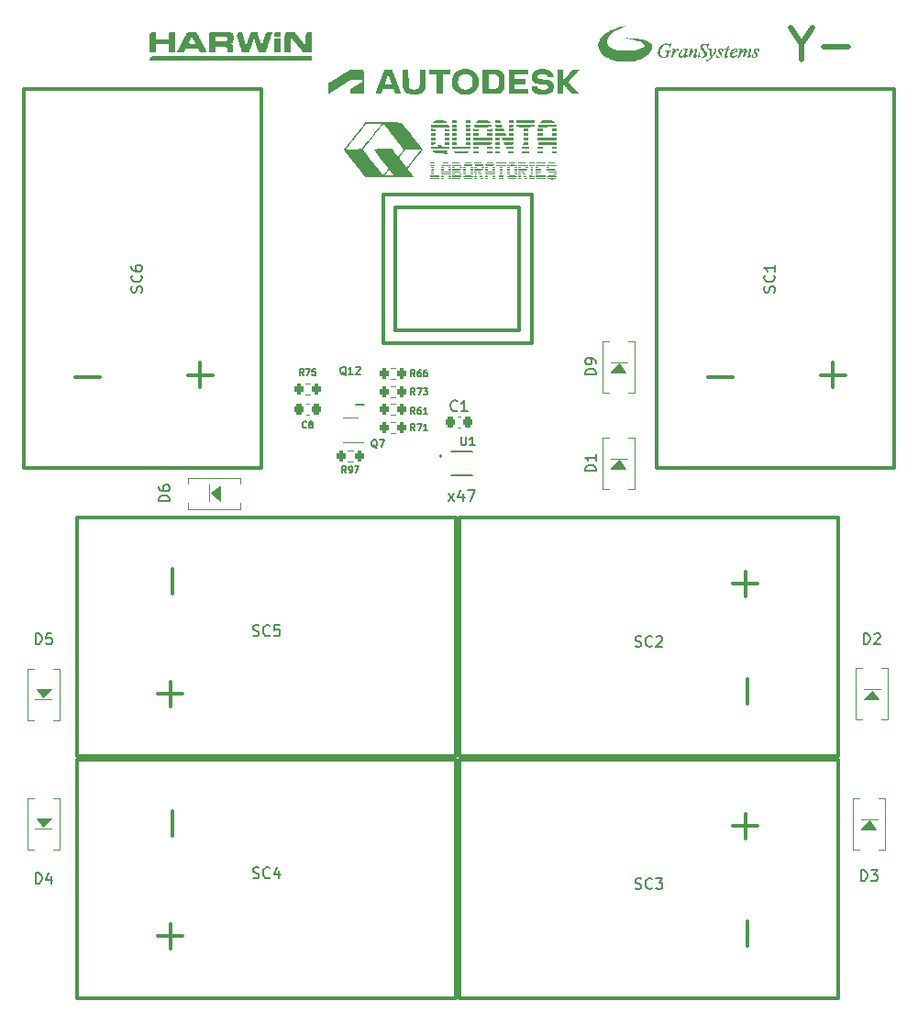
<source format=gto>
%TF.GenerationSoftware,KiCad,Pcbnew,(6.0.5)*%
%TF.CreationDate,2022-07-09T16:18:45-07:00*%
%TF.ProjectId,solar-panel-side-Y-minus,736f6c61-722d-4706-916e-656c2d736964,rev?*%
%TF.SameCoordinates,Original*%
%TF.FileFunction,Legend,Top*%
%TF.FilePolarity,Positive*%
%FSLAX46Y46*%
G04 Gerber Fmt 4.6, Leading zero omitted, Abs format (unit mm)*
G04 Created by KiCad (PCBNEW (6.0.5)) date 2022-07-09 16:18:45*
%MOMM*%
%LPD*%
G01*
G04 APERTURE LIST*
G04 Aperture macros list*
%AMRoundRect*
0 Rectangle with rounded corners*
0 $1 Rounding radius*
0 $2 $3 $4 $5 $6 $7 $8 $9 X,Y pos of 4 corners*
0 Add a 4 corners polygon primitive as box body*
4,1,4,$2,$3,$4,$5,$6,$7,$8,$9,$2,$3,0*
0 Add four circle primitives for the rounded corners*
1,1,$1+$1,$2,$3*
1,1,$1+$1,$4,$5*
1,1,$1+$1,$6,$7*
1,1,$1+$1,$8,$9*
0 Add four rect primitives between the rounded corners*
20,1,$1+$1,$2,$3,$4,$5,0*
20,1,$1+$1,$4,$5,$6,$7,0*
20,1,$1+$1,$6,$7,$8,$9,0*
20,1,$1+$1,$8,$9,$2,$3,0*%
G04 Aperture macros list end*
%ADD10C,0.150000*%
%ADD11C,0.500000*%
%ADD12C,0.300000*%
%ADD13C,0.127000*%
%ADD14C,0.120000*%
%ADD15C,0.100000*%
%ADD16C,0.200000*%
%ADD17C,3.000000*%
%ADD18R,1.700000X2.500000*%
%ADD19C,3.800000*%
%ADD20C,2.600000*%
%ADD21RoundRect,0.225000X-0.225000X-0.250000X0.225000X-0.250000X0.225000X0.250000X-0.225000X0.250000X0*%
%ADD22R,2.500000X1.700000*%
%ADD23RoundRect,0.200000X0.200000X0.275000X-0.200000X0.275000X-0.200000X-0.275000X0.200000X-0.275000X0*%
%ADD24RoundRect,0.200000X-0.200000X-0.275000X0.200000X-0.275000X0.200000X0.275000X-0.200000X0.275000X0*%
%ADD25R,0.600000X0.400000*%
%ADD26R,0.650000X0.400000*%
%ADD27RoundRect,0.225000X0.225000X0.250000X-0.225000X0.250000X-0.225000X-0.250000X0.225000X-0.250000X0*%
%ADD28R,0.740000X0.270000*%
%ADD29R,0.650000X1.350000*%
G04 APERTURE END LIST*
D10*
X146359714Y-94432380D02*
X146883523Y-93765714D01*
X146359714Y-93765714D02*
X146883523Y-94432380D01*
X147693047Y-93765714D02*
X147693047Y-94432380D01*
X147454952Y-93384761D02*
X147216857Y-94099047D01*
X147835904Y-94099047D01*
X148121619Y-93432380D02*
X148788285Y-93432380D01*
X148359714Y-94432380D01*
D11*
X178962857Y-52268571D02*
X178962857Y-53697142D01*
X177962857Y-50697142D02*
X178962857Y-52268571D01*
X179962857Y-50697142D01*
X180962857Y-52554285D02*
X183248571Y-52554285D01*
D10*
X163584095Y-130190761D02*
X163726952Y-130238380D01*
X163965047Y-130238380D01*
X164060285Y-130190761D01*
X164107904Y-130143142D01*
X164155523Y-130047904D01*
X164155523Y-129952666D01*
X164107904Y-129857428D01*
X164060285Y-129809809D01*
X163965047Y-129762190D01*
X163774571Y-129714571D01*
X163679333Y-129666952D01*
X163631714Y-129619333D01*
X163584095Y-129524095D01*
X163584095Y-129428857D01*
X163631714Y-129333619D01*
X163679333Y-129286000D01*
X163774571Y-129238380D01*
X164012666Y-129238380D01*
X164155523Y-129286000D01*
X165155523Y-130143142D02*
X165107904Y-130190761D01*
X164965047Y-130238380D01*
X164869809Y-130238380D01*
X164726952Y-130190761D01*
X164631714Y-130095523D01*
X164584095Y-130000285D01*
X164536476Y-129809809D01*
X164536476Y-129666952D01*
X164584095Y-129476476D01*
X164631714Y-129381238D01*
X164726952Y-129286000D01*
X164869809Y-129238380D01*
X164965047Y-129238380D01*
X165107904Y-129286000D01*
X165155523Y-129333619D01*
X165488857Y-129238380D02*
X166107904Y-129238380D01*
X165774571Y-129619333D01*
X165917428Y-129619333D01*
X166012666Y-129666952D01*
X166060285Y-129714571D01*
X166107904Y-129809809D01*
X166107904Y-130047904D01*
X166060285Y-130143142D01*
X166012666Y-130190761D01*
X165917428Y-130238380D01*
X165631714Y-130238380D01*
X165536476Y-130190761D01*
X165488857Y-130143142D01*
D12*
X172593142Y-124420285D02*
X174878857Y-124420285D01*
X173736000Y-125563142D02*
X173736000Y-123277428D01*
X173950285Y-135508857D02*
X173950285Y-133223142D01*
D10*
X108227904Y-107640380D02*
X108227904Y-106640380D01*
X108466000Y-106640380D01*
X108608857Y-106688000D01*
X108704095Y-106783238D01*
X108751714Y-106878476D01*
X108799333Y-107068952D01*
X108799333Y-107211809D01*
X108751714Y-107402285D01*
X108704095Y-107497523D01*
X108608857Y-107592761D01*
X108466000Y-107640380D01*
X108227904Y-107640380D01*
X109704095Y-106640380D02*
X109227904Y-106640380D01*
X109180285Y-107116571D01*
X109227904Y-107068952D01*
X109323142Y-107021333D01*
X109561238Y-107021333D01*
X109656476Y-107068952D01*
X109704095Y-107116571D01*
X109751714Y-107211809D01*
X109751714Y-107449904D01*
X109704095Y-107545142D01*
X109656476Y-107592761D01*
X109561238Y-107640380D01*
X109323142Y-107640380D01*
X109227904Y-107592761D01*
X109180285Y-107545142D01*
X184427904Y-129484380D02*
X184427904Y-128484380D01*
X184666000Y-128484380D01*
X184808857Y-128532000D01*
X184904095Y-128627238D01*
X184951714Y-128722476D01*
X184999333Y-128912952D01*
X184999333Y-129055809D01*
X184951714Y-129246285D01*
X184904095Y-129341523D01*
X184808857Y-129436761D01*
X184666000Y-129484380D01*
X184427904Y-129484380D01*
X185332666Y-128484380D02*
X185951714Y-128484380D01*
X185618380Y-128865333D01*
X185761238Y-128865333D01*
X185856476Y-128912952D01*
X185904095Y-128960571D01*
X185951714Y-129055809D01*
X185951714Y-129293904D01*
X185904095Y-129389142D01*
X185856476Y-129436761D01*
X185761238Y-129484380D01*
X185475523Y-129484380D01*
X185380285Y-129436761D01*
X185332666Y-129389142D01*
X108227904Y-129738380D02*
X108227904Y-128738380D01*
X108466000Y-128738380D01*
X108608857Y-128786000D01*
X108704095Y-128881238D01*
X108751714Y-128976476D01*
X108799333Y-129166952D01*
X108799333Y-129309809D01*
X108751714Y-129500285D01*
X108704095Y-129595523D01*
X108608857Y-129690761D01*
X108466000Y-129738380D01*
X108227904Y-129738380D01*
X109656476Y-129071714D02*
X109656476Y-129738380D01*
X109418380Y-128690761D02*
X109180285Y-129405047D01*
X109799333Y-129405047D01*
X163584095Y-107838761D02*
X163726952Y-107886380D01*
X163965047Y-107886380D01*
X164060285Y-107838761D01*
X164107904Y-107791142D01*
X164155523Y-107695904D01*
X164155523Y-107600666D01*
X164107904Y-107505428D01*
X164060285Y-107457809D01*
X163965047Y-107410190D01*
X163774571Y-107362571D01*
X163679333Y-107314952D01*
X163631714Y-107267333D01*
X163584095Y-107172095D01*
X163584095Y-107076857D01*
X163631714Y-106981619D01*
X163679333Y-106934000D01*
X163774571Y-106886380D01*
X164012666Y-106886380D01*
X164155523Y-106934000D01*
X165155523Y-107791142D02*
X165107904Y-107838761D01*
X164965047Y-107886380D01*
X164869809Y-107886380D01*
X164726952Y-107838761D01*
X164631714Y-107743523D01*
X164584095Y-107648285D01*
X164536476Y-107457809D01*
X164536476Y-107314952D01*
X164584095Y-107124476D01*
X164631714Y-107029238D01*
X164726952Y-106934000D01*
X164869809Y-106886380D01*
X164965047Y-106886380D01*
X165107904Y-106934000D01*
X165155523Y-106981619D01*
X165536476Y-106981619D02*
X165584095Y-106934000D01*
X165679333Y-106886380D01*
X165917428Y-106886380D01*
X166012666Y-106934000D01*
X166060285Y-106981619D01*
X166107904Y-107076857D01*
X166107904Y-107172095D01*
X166060285Y-107314952D01*
X165488857Y-107886380D01*
X166107904Y-107886380D01*
D12*
X173950285Y-113156857D02*
X173950285Y-110871142D01*
X172593142Y-102068285D02*
X174878857Y-102068285D01*
X173736000Y-103211142D02*
X173736000Y-100925428D01*
D10*
X159964380Y-91670095D02*
X158964380Y-91670095D01*
X158964380Y-91432000D01*
X159012000Y-91289142D01*
X159107238Y-91193904D01*
X159202476Y-91146285D01*
X159392952Y-91098666D01*
X159535809Y-91098666D01*
X159726285Y-91146285D01*
X159821523Y-91193904D01*
X159916761Y-91289142D01*
X159964380Y-91432000D01*
X159964380Y-91670095D01*
X159964380Y-90146285D02*
X159964380Y-90717714D01*
X159964380Y-90432000D02*
X158964380Y-90432000D01*
X159107238Y-90527238D01*
X159202476Y-90622476D01*
X159250095Y-90717714D01*
X147153333Y-86049142D02*
X147105714Y-86096761D01*
X146962857Y-86144380D01*
X146867619Y-86144380D01*
X146724761Y-86096761D01*
X146629523Y-86001523D01*
X146581904Y-85906285D01*
X146534285Y-85715809D01*
X146534285Y-85572952D01*
X146581904Y-85382476D01*
X146629523Y-85287238D01*
X146724761Y-85192000D01*
X146867619Y-85144380D01*
X146962857Y-85144380D01*
X147105714Y-85192000D01*
X147153333Y-85239619D01*
X148105714Y-86144380D02*
X147534285Y-86144380D01*
X147820000Y-86144380D02*
X147820000Y-85144380D01*
X147724761Y-85287238D01*
X147629523Y-85382476D01*
X147534285Y-85430095D01*
X184681904Y-107640380D02*
X184681904Y-106640380D01*
X184920000Y-106640380D01*
X185062857Y-106688000D01*
X185158095Y-106783238D01*
X185205714Y-106878476D01*
X185253333Y-107068952D01*
X185253333Y-107211809D01*
X185205714Y-107402285D01*
X185158095Y-107497523D01*
X185062857Y-107592761D01*
X184920000Y-107640380D01*
X184681904Y-107640380D01*
X185634285Y-106735619D02*
X185681904Y-106688000D01*
X185777142Y-106640380D01*
X186015238Y-106640380D01*
X186110476Y-106688000D01*
X186158095Y-106735619D01*
X186205714Y-106830857D01*
X186205714Y-106926095D01*
X186158095Y-107068952D01*
X185586666Y-107640380D01*
X186205714Y-107640380D01*
X120594380Y-94464095D02*
X119594380Y-94464095D01*
X119594380Y-94226000D01*
X119642000Y-94083142D01*
X119737238Y-93987904D01*
X119832476Y-93940285D01*
X120022952Y-93892666D01*
X120165809Y-93892666D01*
X120356285Y-93940285D01*
X120451523Y-93987904D01*
X120546761Y-94083142D01*
X120594380Y-94226000D01*
X120594380Y-94464095D01*
X119594380Y-93035523D02*
X119594380Y-93226000D01*
X119642000Y-93321238D01*
X119689619Y-93368857D01*
X119832476Y-93464095D01*
X120022952Y-93511714D01*
X120403904Y-93511714D01*
X120499142Y-93464095D01*
X120546761Y-93416476D01*
X120594380Y-93321238D01*
X120594380Y-93130761D01*
X120546761Y-93035523D01*
X120499142Y-92987904D01*
X120403904Y-92940285D01*
X120165809Y-92940285D01*
X120070571Y-92987904D01*
X120022952Y-93035523D01*
X119975333Y-93130761D01*
X119975333Y-93321238D01*
X120022952Y-93416476D01*
X120070571Y-93464095D01*
X120165809Y-93511714D01*
X159964380Y-82780095D02*
X158964380Y-82780095D01*
X158964380Y-82542000D01*
X159012000Y-82399142D01*
X159107238Y-82303904D01*
X159202476Y-82256285D01*
X159392952Y-82208666D01*
X159535809Y-82208666D01*
X159726285Y-82256285D01*
X159821523Y-82303904D01*
X159916761Y-82399142D01*
X159964380Y-82542000D01*
X159964380Y-82780095D01*
X159964380Y-81732476D02*
X159964380Y-81542000D01*
X159916761Y-81446761D01*
X159869142Y-81399142D01*
X159726285Y-81303904D01*
X159535809Y-81256285D01*
X159154857Y-81256285D01*
X159059619Y-81303904D01*
X159012000Y-81351523D01*
X158964380Y-81446761D01*
X158964380Y-81637238D01*
X159012000Y-81732476D01*
X159059619Y-81780095D01*
X159154857Y-81827714D01*
X159392952Y-81827714D01*
X159488190Y-81780095D01*
X159535809Y-81732476D01*
X159583428Y-81637238D01*
X159583428Y-81446761D01*
X159535809Y-81351523D01*
X159488190Y-81303904D01*
X159392952Y-81256285D01*
X118014761Y-75175904D02*
X118062380Y-75033047D01*
X118062380Y-74794952D01*
X118014761Y-74699714D01*
X117967142Y-74652095D01*
X117871904Y-74604476D01*
X117776666Y-74604476D01*
X117681428Y-74652095D01*
X117633809Y-74699714D01*
X117586190Y-74794952D01*
X117538571Y-74985428D01*
X117490952Y-75080666D01*
X117443333Y-75128285D01*
X117348095Y-75175904D01*
X117252857Y-75175904D01*
X117157619Y-75128285D01*
X117110000Y-75080666D01*
X117062380Y-74985428D01*
X117062380Y-74747333D01*
X117110000Y-74604476D01*
X117967142Y-73604476D02*
X118014761Y-73652095D01*
X118062380Y-73794952D01*
X118062380Y-73890190D01*
X118014761Y-74033047D01*
X117919523Y-74128285D01*
X117824285Y-74175904D01*
X117633809Y-74223523D01*
X117490952Y-74223523D01*
X117300476Y-74175904D01*
X117205238Y-74128285D01*
X117110000Y-74033047D01*
X117062380Y-73890190D01*
X117062380Y-73794952D01*
X117110000Y-73652095D01*
X117157619Y-73604476D01*
X117062380Y-72747333D02*
X117062380Y-72937809D01*
X117110000Y-73033047D01*
X117157619Y-73080666D01*
X117300476Y-73175904D01*
X117490952Y-73223523D01*
X117871904Y-73223523D01*
X117967142Y-73175904D01*
X118014761Y-73128285D01*
X118062380Y-73033047D01*
X118062380Y-72842571D01*
X118014761Y-72747333D01*
X117967142Y-72699714D01*
X117871904Y-72652095D01*
X117633809Y-72652095D01*
X117538571Y-72699714D01*
X117490952Y-72747333D01*
X117443333Y-72842571D01*
X117443333Y-73033047D01*
X117490952Y-73128285D01*
X117538571Y-73175904D01*
X117633809Y-73223523D01*
D12*
X123404285Y-83946857D02*
X123404285Y-81661142D01*
X124547142Y-82804000D02*
X122261428Y-82804000D01*
X111887142Y-83018285D02*
X114172857Y-83018285D01*
D10*
X176434761Y-75175904D02*
X176482380Y-75033047D01*
X176482380Y-74794952D01*
X176434761Y-74699714D01*
X176387142Y-74652095D01*
X176291904Y-74604476D01*
X176196666Y-74604476D01*
X176101428Y-74652095D01*
X176053809Y-74699714D01*
X176006190Y-74794952D01*
X175958571Y-74985428D01*
X175910952Y-75080666D01*
X175863333Y-75128285D01*
X175768095Y-75175904D01*
X175672857Y-75175904D01*
X175577619Y-75128285D01*
X175530000Y-75080666D01*
X175482380Y-74985428D01*
X175482380Y-74747333D01*
X175530000Y-74604476D01*
X176387142Y-73604476D02*
X176434761Y-73652095D01*
X176482380Y-73794952D01*
X176482380Y-73890190D01*
X176434761Y-74033047D01*
X176339523Y-74128285D01*
X176244285Y-74175904D01*
X176053809Y-74223523D01*
X175910952Y-74223523D01*
X175720476Y-74175904D01*
X175625238Y-74128285D01*
X175530000Y-74033047D01*
X175482380Y-73890190D01*
X175482380Y-73794952D01*
X175530000Y-73652095D01*
X175577619Y-73604476D01*
X176482380Y-72652095D02*
X176482380Y-73223523D01*
X176482380Y-72937809D02*
X175482380Y-72937809D01*
X175625238Y-73033047D01*
X175720476Y-73128285D01*
X175768095Y-73223523D01*
D12*
X181824285Y-83946857D02*
X181824285Y-81661142D01*
X182967142Y-82804000D02*
X180681428Y-82804000D01*
X170307142Y-83018285D02*
X172592857Y-83018285D01*
D10*
X128278095Y-129190761D02*
X128420952Y-129238380D01*
X128659047Y-129238380D01*
X128754285Y-129190761D01*
X128801904Y-129143142D01*
X128849523Y-129047904D01*
X128849523Y-128952666D01*
X128801904Y-128857428D01*
X128754285Y-128809809D01*
X128659047Y-128762190D01*
X128468571Y-128714571D01*
X128373333Y-128666952D01*
X128325714Y-128619333D01*
X128278095Y-128524095D01*
X128278095Y-128428857D01*
X128325714Y-128333619D01*
X128373333Y-128286000D01*
X128468571Y-128238380D01*
X128706666Y-128238380D01*
X128849523Y-128286000D01*
X129849523Y-129143142D02*
X129801904Y-129190761D01*
X129659047Y-129238380D01*
X129563809Y-129238380D01*
X129420952Y-129190761D01*
X129325714Y-129095523D01*
X129278095Y-129000285D01*
X129230476Y-128809809D01*
X129230476Y-128666952D01*
X129278095Y-128476476D01*
X129325714Y-128381238D01*
X129420952Y-128286000D01*
X129563809Y-128238380D01*
X129659047Y-128238380D01*
X129801904Y-128286000D01*
X129849523Y-128333619D01*
X130706666Y-128571714D02*
X130706666Y-129238380D01*
X130468571Y-128190761D02*
X130230476Y-128905047D01*
X130849523Y-128905047D01*
D12*
X119507142Y-134580285D02*
X121792857Y-134580285D01*
X120650000Y-135723142D02*
X120650000Y-133437428D01*
X120864285Y-125348857D02*
X120864285Y-123063142D01*
D10*
X128278095Y-106838761D02*
X128420952Y-106886380D01*
X128659047Y-106886380D01*
X128754285Y-106838761D01*
X128801904Y-106791142D01*
X128849523Y-106695904D01*
X128849523Y-106600666D01*
X128801904Y-106505428D01*
X128754285Y-106457809D01*
X128659047Y-106410190D01*
X128468571Y-106362571D01*
X128373333Y-106314952D01*
X128325714Y-106267333D01*
X128278095Y-106172095D01*
X128278095Y-106076857D01*
X128325714Y-105981619D01*
X128373333Y-105934000D01*
X128468571Y-105886380D01*
X128706666Y-105886380D01*
X128849523Y-105934000D01*
X129849523Y-106791142D02*
X129801904Y-106838761D01*
X129659047Y-106886380D01*
X129563809Y-106886380D01*
X129420952Y-106838761D01*
X129325714Y-106743523D01*
X129278095Y-106648285D01*
X129230476Y-106457809D01*
X129230476Y-106314952D01*
X129278095Y-106124476D01*
X129325714Y-106029238D01*
X129420952Y-105934000D01*
X129563809Y-105886380D01*
X129659047Y-105886380D01*
X129801904Y-105934000D01*
X129849523Y-105981619D01*
X130754285Y-105886380D02*
X130278095Y-105886380D01*
X130230476Y-106362571D01*
X130278095Y-106314952D01*
X130373333Y-106267333D01*
X130611428Y-106267333D01*
X130706666Y-106314952D01*
X130754285Y-106362571D01*
X130801904Y-106457809D01*
X130801904Y-106695904D01*
X130754285Y-106791142D01*
X130706666Y-106838761D01*
X130611428Y-106886380D01*
X130373333Y-106886380D01*
X130278095Y-106838761D01*
X130230476Y-106791142D01*
D12*
X119507142Y-112228285D02*
X121792857Y-112228285D01*
X120650000Y-113371142D02*
X120650000Y-111085428D01*
X120864285Y-102996857D02*
X120864285Y-100711142D01*
D10*
X143251285Y-84599428D02*
X143051285Y-84313714D01*
X142908428Y-84599428D02*
X142908428Y-83999428D01*
X143137000Y-83999428D01*
X143194142Y-84028000D01*
X143222714Y-84056571D01*
X143251285Y-84113714D01*
X143251285Y-84199428D01*
X143222714Y-84256571D01*
X143194142Y-84285142D01*
X143137000Y-84313714D01*
X142908428Y-84313714D01*
X143451285Y-83999428D02*
X143851285Y-83999428D01*
X143594142Y-84599428D01*
X144022714Y-83999428D02*
X144394142Y-83999428D01*
X144194142Y-84228000D01*
X144279857Y-84228000D01*
X144337000Y-84256571D01*
X144365571Y-84285142D01*
X144394142Y-84342285D01*
X144394142Y-84485142D01*
X144365571Y-84542285D01*
X144337000Y-84570857D01*
X144279857Y-84599428D01*
X144108428Y-84599428D01*
X144051285Y-84570857D01*
X144022714Y-84542285D01*
X143251285Y-86377428D02*
X143051285Y-86091714D01*
X142908428Y-86377428D02*
X142908428Y-85777428D01*
X143137000Y-85777428D01*
X143194142Y-85806000D01*
X143222714Y-85834571D01*
X143251285Y-85891714D01*
X143251285Y-85977428D01*
X143222714Y-86034571D01*
X143194142Y-86063142D01*
X143137000Y-86091714D01*
X142908428Y-86091714D01*
X143765571Y-85777428D02*
X143651285Y-85777428D01*
X143594142Y-85806000D01*
X143565571Y-85834571D01*
X143508428Y-85920285D01*
X143479857Y-86034571D01*
X143479857Y-86263142D01*
X143508428Y-86320285D01*
X143537000Y-86348857D01*
X143594142Y-86377428D01*
X143708428Y-86377428D01*
X143765571Y-86348857D01*
X143794142Y-86320285D01*
X143822714Y-86263142D01*
X143822714Y-86120285D01*
X143794142Y-86063142D01*
X143765571Y-86034571D01*
X143708428Y-86006000D01*
X143594142Y-86006000D01*
X143537000Y-86034571D01*
X143508428Y-86063142D01*
X143479857Y-86120285D01*
X144394142Y-86377428D02*
X144051285Y-86377428D01*
X144222714Y-86377428D02*
X144222714Y-85777428D01*
X144165571Y-85863142D01*
X144108428Y-85920285D01*
X144051285Y-85948857D01*
X143251285Y-82948428D02*
X143051285Y-82662714D01*
X142908428Y-82948428D02*
X142908428Y-82348428D01*
X143137000Y-82348428D01*
X143194142Y-82377000D01*
X143222714Y-82405571D01*
X143251285Y-82462714D01*
X143251285Y-82548428D01*
X143222714Y-82605571D01*
X143194142Y-82634142D01*
X143137000Y-82662714D01*
X142908428Y-82662714D01*
X143765571Y-82348428D02*
X143651285Y-82348428D01*
X143594142Y-82377000D01*
X143565571Y-82405571D01*
X143508428Y-82491285D01*
X143479857Y-82605571D01*
X143479857Y-82834142D01*
X143508428Y-82891285D01*
X143537000Y-82919857D01*
X143594142Y-82948428D01*
X143708428Y-82948428D01*
X143765571Y-82919857D01*
X143794142Y-82891285D01*
X143822714Y-82834142D01*
X143822714Y-82691285D01*
X143794142Y-82634142D01*
X143765571Y-82605571D01*
X143708428Y-82577000D01*
X143594142Y-82577000D01*
X143537000Y-82605571D01*
X143508428Y-82634142D01*
X143479857Y-82691285D01*
X144337000Y-82348428D02*
X144222714Y-82348428D01*
X144165571Y-82377000D01*
X144137000Y-82405571D01*
X144079857Y-82491285D01*
X144051285Y-82605571D01*
X144051285Y-82834142D01*
X144079857Y-82891285D01*
X144108428Y-82919857D01*
X144165571Y-82948428D01*
X144279857Y-82948428D01*
X144337000Y-82919857D01*
X144365571Y-82891285D01*
X144394142Y-82834142D01*
X144394142Y-82691285D01*
X144365571Y-82634142D01*
X144337000Y-82605571D01*
X144279857Y-82577000D01*
X144165571Y-82577000D01*
X144108428Y-82605571D01*
X144079857Y-82634142D01*
X144051285Y-82691285D01*
X143251285Y-87901428D02*
X143051285Y-87615714D01*
X142908428Y-87901428D02*
X142908428Y-87301428D01*
X143137000Y-87301428D01*
X143194142Y-87330000D01*
X143222714Y-87358571D01*
X143251285Y-87415714D01*
X143251285Y-87501428D01*
X143222714Y-87558571D01*
X143194142Y-87587142D01*
X143137000Y-87615714D01*
X142908428Y-87615714D01*
X143451285Y-87301428D02*
X143851285Y-87301428D01*
X143594142Y-87901428D01*
X144394142Y-87901428D02*
X144051285Y-87901428D01*
X144222714Y-87901428D02*
X144222714Y-87301428D01*
X144165571Y-87387142D01*
X144108428Y-87444285D01*
X144051285Y-87472857D01*
X136901285Y-91838428D02*
X136701285Y-91552714D01*
X136558428Y-91838428D02*
X136558428Y-91238428D01*
X136787000Y-91238428D01*
X136844142Y-91267000D01*
X136872714Y-91295571D01*
X136901285Y-91352714D01*
X136901285Y-91438428D01*
X136872714Y-91495571D01*
X136844142Y-91524142D01*
X136787000Y-91552714D01*
X136558428Y-91552714D01*
X137187000Y-91838428D02*
X137301285Y-91838428D01*
X137358428Y-91809857D01*
X137387000Y-91781285D01*
X137444142Y-91695571D01*
X137472714Y-91581285D01*
X137472714Y-91352714D01*
X137444142Y-91295571D01*
X137415571Y-91267000D01*
X137358428Y-91238428D01*
X137244142Y-91238428D01*
X137187000Y-91267000D01*
X137158428Y-91295571D01*
X137129857Y-91352714D01*
X137129857Y-91495571D01*
X137158428Y-91552714D01*
X137187000Y-91581285D01*
X137244142Y-91609857D01*
X137358428Y-91609857D01*
X137415571Y-91581285D01*
X137444142Y-91552714D01*
X137472714Y-91495571D01*
X137672714Y-91238428D02*
X138072714Y-91238428D01*
X137815571Y-91838428D01*
D13*
X136887000Y-82806333D02*
X136820333Y-82773000D01*
X136753666Y-82706333D01*
X136653666Y-82606333D01*
X136587000Y-82573000D01*
X136520333Y-82573000D01*
X136553666Y-82739666D02*
X136487000Y-82706333D01*
X136420333Y-82639666D01*
X136387000Y-82506333D01*
X136387000Y-82273000D01*
X136420333Y-82139666D01*
X136487000Y-82073000D01*
X136553666Y-82039666D01*
X136687000Y-82039666D01*
X136753666Y-82073000D01*
X136820333Y-82139666D01*
X136853666Y-82273000D01*
X136853666Y-82506333D01*
X136820333Y-82639666D01*
X136753666Y-82706333D01*
X136687000Y-82739666D01*
X136553666Y-82739666D01*
X137520333Y-82739666D02*
X137120333Y-82739666D01*
X137320333Y-82739666D02*
X137320333Y-82039666D01*
X137253666Y-82139666D01*
X137187000Y-82206333D01*
X137120333Y-82239666D01*
X137787000Y-82106333D02*
X137820333Y-82073000D01*
X137887000Y-82039666D01*
X138053666Y-82039666D01*
X138120333Y-82073000D01*
X138153666Y-82106333D01*
X138187000Y-82173000D01*
X138187000Y-82239666D01*
X138153666Y-82339666D01*
X137753666Y-82739666D01*
X138187000Y-82739666D01*
D10*
X132964285Y-82821428D02*
X132764285Y-82535714D01*
X132621428Y-82821428D02*
X132621428Y-82221428D01*
X132850000Y-82221428D01*
X132907142Y-82250000D01*
X132935714Y-82278571D01*
X132964285Y-82335714D01*
X132964285Y-82421428D01*
X132935714Y-82478571D01*
X132907142Y-82507142D01*
X132850000Y-82535714D01*
X132621428Y-82535714D01*
X133164285Y-82221428D02*
X133564285Y-82221428D01*
X133307142Y-82821428D01*
X134078571Y-82221428D02*
X133792857Y-82221428D01*
X133764285Y-82507142D01*
X133792857Y-82478571D01*
X133850000Y-82450000D01*
X133992857Y-82450000D01*
X134050000Y-82478571D01*
X134078571Y-82507142D01*
X134107142Y-82564285D01*
X134107142Y-82707142D01*
X134078571Y-82764285D01*
X134050000Y-82792857D01*
X133992857Y-82821428D01*
X133850000Y-82821428D01*
X133792857Y-82792857D01*
X133764285Y-82764285D01*
X139760333Y-89537333D02*
X139693666Y-89504000D01*
X139627000Y-89437333D01*
X139527000Y-89337333D01*
X139460333Y-89304000D01*
X139393666Y-89304000D01*
X139427000Y-89470666D02*
X139360333Y-89437333D01*
X139293666Y-89370666D01*
X139260333Y-89237333D01*
X139260333Y-89004000D01*
X139293666Y-88870666D01*
X139360333Y-88804000D01*
X139427000Y-88770666D01*
X139560333Y-88770666D01*
X139627000Y-88804000D01*
X139693666Y-88870666D01*
X139727000Y-89004000D01*
X139727000Y-89237333D01*
X139693666Y-89370666D01*
X139627000Y-89437333D01*
X139560333Y-89470666D01*
X139427000Y-89470666D01*
X139960333Y-88770666D02*
X140427000Y-88770666D01*
X140127000Y-89470666D01*
X133250000Y-87623285D02*
X133221428Y-87651857D01*
X133135714Y-87680428D01*
X133078571Y-87680428D01*
X132992857Y-87651857D01*
X132935714Y-87594714D01*
X132907142Y-87537571D01*
X132878571Y-87423285D01*
X132878571Y-87337571D01*
X132907142Y-87223285D01*
X132935714Y-87166142D01*
X132992857Y-87109000D01*
X133078571Y-87080428D01*
X133135714Y-87080428D01*
X133221428Y-87109000D01*
X133250000Y-87137571D01*
X133592857Y-87337571D02*
X133535714Y-87309000D01*
X133507142Y-87280428D01*
X133478571Y-87223285D01*
X133478571Y-87194714D01*
X133507142Y-87137571D01*
X133535714Y-87109000D01*
X133592857Y-87080428D01*
X133707142Y-87080428D01*
X133764285Y-87109000D01*
X133792857Y-87137571D01*
X133821428Y-87194714D01*
X133821428Y-87223285D01*
X133792857Y-87280428D01*
X133764285Y-87309000D01*
X133707142Y-87337571D01*
X133592857Y-87337571D01*
X133535714Y-87366142D01*
X133507142Y-87394714D01*
X133478571Y-87451857D01*
X133478571Y-87566142D01*
X133507142Y-87623285D01*
X133535714Y-87651857D01*
X133592857Y-87680428D01*
X133707142Y-87680428D01*
X133764285Y-87651857D01*
X133792857Y-87623285D01*
X133821428Y-87566142D01*
X133821428Y-87451857D01*
X133792857Y-87394714D01*
X133764285Y-87366142D01*
X133707142Y-87337571D01*
X147504476Y-88485904D02*
X147504476Y-89133523D01*
X147542571Y-89209714D01*
X147580666Y-89247809D01*
X147656857Y-89285904D01*
X147809238Y-89285904D01*
X147885428Y-89247809D01*
X147923523Y-89209714D01*
X147961619Y-89133523D01*
X147961619Y-88485904D01*
X148761619Y-89285904D02*
X148304476Y-89285904D01*
X148533047Y-89285904D02*
X148533047Y-88485904D01*
X148456857Y-88600190D01*
X148380666Y-88676380D01*
X148304476Y-88714476D01*
D12*
X182346000Y-140286000D02*
X147346000Y-140286000D01*
X147346000Y-118286000D02*
X182346000Y-118286000D01*
X182346000Y-118286000D02*
X182346000Y-140286000D01*
X147346000Y-140286000D02*
X147346000Y-118286000D01*
D14*
X110416000Y-114643000D02*
X107516000Y-114643000D01*
X107516000Y-114643000D02*
X107516000Y-109893000D01*
X110416000Y-109893000D02*
X107516000Y-109893000D01*
X110416000Y-114643000D02*
X110416000Y-109893000D01*
X108153200Y-112699800D02*
X109702600Y-112699800D01*
G36*
X108940600Y-112572800D02*
G01*
X108331000Y-111760000D01*
X109677200Y-111760000D01*
X108940600Y-112572800D01*
G37*
D15*
X108940600Y-112572800D02*
X108331000Y-111760000D01*
X109677200Y-111760000D01*
X108940600Y-112572800D01*
D14*
X183716000Y-121831000D02*
X183716000Y-126581000D01*
X186616000Y-121831000D02*
X186616000Y-126581000D01*
X185978800Y-123774200D02*
X184429400Y-123774200D01*
X183716000Y-121831000D02*
X186616000Y-121831000D01*
X183716000Y-126581000D02*
X186616000Y-126581000D01*
G36*
X185801000Y-124714000D02*
G01*
X184454800Y-124714000D01*
X185191400Y-123901200D01*
X185801000Y-124714000D01*
G37*
D15*
X185801000Y-124714000D02*
X184454800Y-124714000D01*
X185191400Y-123901200D01*
X185801000Y-124714000D01*
D14*
X110416000Y-126581000D02*
X107516000Y-126581000D01*
X108153200Y-124637800D02*
X109702600Y-124637800D01*
X110416000Y-126581000D02*
X110416000Y-121831000D01*
X107516000Y-126581000D02*
X107516000Y-121831000D01*
X110416000Y-121831000D02*
X107516000Y-121831000D01*
G36*
X108940600Y-124510800D02*
G01*
X108331000Y-123698000D01*
X109677200Y-123698000D01*
X108940600Y-124510800D01*
G37*
D15*
X108940600Y-124510800D02*
X108331000Y-123698000D01*
X109677200Y-123698000D01*
X108940600Y-124510800D01*
D12*
X147346000Y-95934000D02*
X182346000Y-95934000D01*
X147346000Y-117934000D02*
X147346000Y-95934000D01*
X182346000Y-95934000D02*
X182346000Y-117934000D01*
X182346000Y-117934000D02*
X147346000Y-117934000D01*
D14*
X162864800Y-90500200D02*
X161315400Y-90500200D01*
X163502000Y-88557000D02*
X163502000Y-93307000D01*
X160602000Y-93307000D02*
X163502000Y-93307000D01*
X160602000Y-88557000D02*
X160602000Y-93307000D01*
X160602000Y-88557000D02*
X163502000Y-88557000D01*
G36*
X162687000Y-91440000D02*
G01*
X161340800Y-91440000D01*
X162077400Y-90627200D01*
X162687000Y-91440000D01*
G37*
D15*
X162687000Y-91440000D02*
X161340800Y-91440000D01*
X162077400Y-90627200D01*
X162687000Y-91440000D01*
D14*
X147179420Y-87632000D02*
X147460580Y-87632000D01*
X147179420Y-86612000D02*
X147460580Y-86612000D01*
X186232800Y-111804200D02*
X184683400Y-111804200D01*
X183970000Y-109861000D02*
X183970000Y-114611000D01*
X183970000Y-109861000D02*
X186870000Y-109861000D01*
X186870000Y-109861000D02*
X186870000Y-114611000D01*
X183970000Y-114611000D02*
X186870000Y-114611000D01*
G36*
X186055000Y-112744000D02*
G01*
X184708800Y-112744000D01*
X185445400Y-111931200D01*
X186055000Y-112744000D01*
G37*
D15*
X186055000Y-112744000D02*
X184708800Y-112744000D01*
X185445400Y-111931200D01*
X186055000Y-112744000D01*
D14*
X122339000Y-95176000D02*
X122339000Y-92276000D01*
X124282200Y-92913200D02*
X124282200Y-94462600D01*
X122339000Y-92276000D02*
X127089000Y-92276000D01*
X122339000Y-95176000D02*
X127089000Y-95176000D01*
X127089000Y-95176000D02*
X127089000Y-92276000D01*
G36*
X125222000Y-94437200D02*
G01*
X124409200Y-93700600D01*
X125222000Y-93091000D01*
X125222000Y-94437200D01*
G37*
D15*
X125222000Y-94437200D02*
X124409200Y-93700600D01*
X125222000Y-93091000D01*
X125222000Y-94437200D01*
D14*
X163502000Y-79667000D02*
X163502000Y-84417000D01*
X160602000Y-79667000D02*
X163502000Y-79667000D01*
X160602000Y-84417000D02*
X163502000Y-84417000D01*
X160602000Y-79667000D02*
X160602000Y-84417000D01*
X162864800Y-81610200D02*
X161315400Y-81610200D01*
G36*
X162687000Y-82550000D02*
G01*
X161340800Y-82550000D01*
X162077400Y-81737200D01*
X162687000Y-82550000D01*
G37*
D15*
X162687000Y-82550000D02*
X161340800Y-82550000D01*
X162077400Y-81737200D01*
X162687000Y-82550000D01*
D12*
X107110000Y-56414000D02*
X129110000Y-56414000D01*
X129110000Y-56414000D02*
X129110000Y-91414000D01*
X129110000Y-91414000D02*
X107110000Y-91414000D01*
X107110000Y-91414000D02*
X107110000Y-56414000D01*
X165530000Y-91414000D02*
X165530000Y-56414000D01*
X165530000Y-56414000D02*
X187530000Y-56414000D01*
X187530000Y-56414000D02*
X187530000Y-91414000D01*
X187530000Y-91414000D02*
X165530000Y-91414000D01*
X112040000Y-118286000D02*
X147040000Y-118286000D01*
X147040000Y-118286000D02*
X147040000Y-140286000D01*
X112040000Y-140286000D02*
X112040000Y-118286000D01*
X147040000Y-140286000D02*
X112040000Y-140286000D01*
X112040000Y-117934000D02*
X112040000Y-95934000D01*
X147040000Y-95934000D02*
X147040000Y-117934000D01*
X147040000Y-117934000D02*
X112040000Y-117934000D01*
X112040000Y-95934000D02*
X147040000Y-95934000D01*
D14*
X141461258Y-83805500D02*
X140986742Y-83805500D01*
X141461258Y-84850500D02*
X140986742Y-84850500D01*
X141461258Y-86501500D02*
X140986742Y-86501500D01*
X141461258Y-85456500D02*
X140986742Y-85456500D01*
X141461258Y-83199500D02*
X140986742Y-83199500D01*
X141461258Y-82154500D02*
X140986742Y-82154500D01*
X140986742Y-88152500D02*
X141461258Y-88152500D01*
X140986742Y-87107500D02*
X141461258Y-87107500D01*
X137049742Y-89774500D02*
X137524258Y-89774500D01*
X137049742Y-90819500D02*
X137524258Y-90819500D01*
D16*
X138527000Y-85528000D02*
X137787000Y-85528000D01*
D14*
X133112742Y-84596500D02*
X133587258Y-84596500D01*
X133112742Y-83551500D02*
X133587258Y-83551500D01*
X136587000Y-89044000D02*
X138487000Y-89044000D01*
X137987000Y-86724000D02*
X136587000Y-86724000D01*
X133490580Y-86489000D02*
X133209420Y-86489000D01*
X133490580Y-85469000D02*
X133209420Y-85469000D01*
D13*
X146574000Y-89833000D02*
X148574000Y-89833000D01*
X146574000Y-92031000D02*
X148574000Y-92031000D01*
D16*
X145739000Y-90282000D02*
G75*
G03*
X145739000Y-90282000I-100000J0D01*
G01*
D12*
X154051000Y-79867000D02*
X154051000Y-66167000D01*
X141551000Y-78667000D02*
X152851000Y-78667000D01*
X140351000Y-79867000D02*
X154051000Y-79867000D01*
X140351000Y-79867000D02*
X140351000Y-66167000D01*
X141421000Y-78667000D02*
X141421000Y-67367000D01*
X141421000Y-67367000D02*
X152851000Y-67367000D01*
X152851000Y-78667000D02*
X152851000Y-67367000D01*
X140351000Y-66167000D02*
X154051000Y-66167000D01*
G36*
X131202258Y-52982042D02*
G01*
X131202212Y-52955559D01*
X131202190Y-52922501D01*
X131202190Y-52883270D01*
X131202213Y-52838268D01*
X131202259Y-52787897D01*
X131202326Y-52732560D01*
X131202414Y-52672658D01*
X131202524Y-52608595D01*
X131202654Y-52540772D01*
X131202804Y-52469591D01*
X131202973Y-52395456D01*
X131203162Y-52318767D01*
X131203348Y-52247669D01*
X131205421Y-51480390D01*
X131206418Y-52232455D01*
X131206547Y-52325542D01*
X131206679Y-52410790D01*
X131206817Y-52488544D01*
X131206965Y-52559150D01*
X131207125Y-52622952D01*
X131207302Y-52680297D01*
X131207497Y-52731529D01*
X131207716Y-52776994D01*
X131207960Y-52817036D01*
X131208233Y-52852002D01*
X131208538Y-52882236D01*
X131208879Y-52908084D01*
X131209258Y-52929891D01*
X131209680Y-52948002D01*
X131210146Y-52962763D01*
X131210662Y-52974519D01*
X131211229Y-52983615D01*
X131211851Y-52990396D01*
X131212532Y-52995208D01*
X131213274Y-52998395D01*
X131213646Y-52999434D01*
X131217269Y-53009803D01*
X131216929Y-53015436D01*
X131214669Y-53017655D01*
X131206375Y-53020870D01*
X131202540Y-53018017D01*
X131202422Y-53013673D01*
X131202373Y-53007309D01*
X131203322Y-53007309D01*
X131205339Y-53013309D01*
X131209382Y-53015646D01*
X131210892Y-53014880D01*
X131210328Y-53010675D01*
X131208164Y-53007923D01*
X131204044Y-53005616D01*
X131203322Y-53007309D01*
X131202373Y-53007309D01*
X131202328Y-53001548D01*
X131202258Y-52982042D01*
G37*
G36*
X129441504Y-51321888D02*
G01*
X129441228Y-51323524D01*
X129435831Y-51326901D01*
X129435270Y-51326934D01*
X129431493Y-51324189D01*
X129431419Y-51323524D01*
X129434731Y-51320471D01*
X129437377Y-51320114D01*
X129441504Y-51321888D01*
G37*
G36*
X127995073Y-51459929D02*
G01*
X127993027Y-51461975D01*
X127990981Y-51459929D01*
X127993027Y-51457883D01*
X127995073Y-51459929D01*
G37*
G36*
X129110181Y-52393241D02*
G01*
X129110987Y-52394516D01*
X129113386Y-52402667D01*
X129112405Y-52406982D01*
X129109507Y-52407923D01*
X129107060Y-52400772D01*
X129107003Y-52400478D01*
X129105516Y-52390775D01*
X129106474Y-52388515D01*
X129110181Y-52393241D01*
G37*
G36*
X127532493Y-51910991D02*
G01*
X127532660Y-51912112D01*
X127531264Y-51916098D01*
X127530855Y-51916204D01*
X127527361Y-51913337D01*
X127526521Y-51912112D01*
X127526846Y-51908341D01*
X127528326Y-51908020D01*
X127532493Y-51910991D01*
G37*
G36*
X132498792Y-52487598D02*
G01*
X132497521Y-52489043D01*
X132489307Y-52494449D01*
X132484061Y-52496006D01*
X132478401Y-52496147D01*
X132479767Y-52492869D01*
X132480937Y-52491554D01*
X132485815Y-52488512D01*
X132487633Y-52489680D01*
X132491454Y-52490767D01*
X132495817Y-52488451D01*
X132500257Y-52485373D01*
X132498792Y-52487598D01*
G37*
G36*
X129679677Y-52371798D02*
G01*
X129680166Y-52376654D01*
X129679677Y-52377254D01*
X129677244Y-52376692D01*
X129676948Y-52374526D01*
X129678446Y-52371157D01*
X129679677Y-52371798D01*
G37*
G36*
X128420030Y-51886492D02*
G01*
X128420569Y-51888262D01*
X128423977Y-51897974D01*
X128426597Y-51903607D01*
X128425861Y-51907378D01*
X128422945Y-51908020D01*
X128418534Y-51905579D01*
X128416927Y-51897246D01*
X128416917Y-51892674D01*
X128417291Y-51883280D01*
X128418153Y-51881432D01*
X128420030Y-51886492D01*
G37*
G36*
X131371249Y-51188434D02*
G01*
X131379520Y-51190553D01*
X131381490Y-51192151D01*
X131380206Y-51194643D01*
X131371484Y-51194531D01*
X131366957Y-51193932D01*
X131355239Y-51192932D01*
X131348319Y-51194970D01*
X131343817Y-51199812D01*
X131337165Y-51207121D01*
X131332937Y-51206665D01*
X131331310Y-51200158D01*
X131332798Y-51192181D01*
X131335163Y-51189295D01*
X131337685Y-51189074D01*
X131336708Y-51191261D01*
X131336352Y-51195476D01*
X131337880Y-51195985D01*
X131343665Y-51192999D01*
X131344501Y-51191893D01*
X131350170Y-51189079D01*
X131360275Y-51187934D01*
X131371249Y-51188434D01*
G37*
G36*
X123568885Y-52090536D02*
G01*
X123569701Y-52096259D01*
X123569640Y-52102768D01*
X123569555Y-52104120D01*
X123566344Y-52102570D01*
X123564523Y-52101810D01*
X123561411Y-52096965D01*
X123561892Y-52093949D01*
X123565752Y-52088444D01*
X123568885Y-52090536D01*
G37*
G36*
X128743937Y-51308520D02*
G01*
X128741891Y-51310566D01*
X128739845Y-51308520D01*
X128741891Y-51306473D01*
X128743937Y-51308520D01*
G37*
G36*
X132709235Y-52740773D02*
G01*
X132707188Y-52742819D01*
X132705142Y-52740773D01*
X132707188Y-52738727D01*
X132709235Y-52740773D01*
G37*
G36*
X132909648Y-52999803D02*
G01*
X132911358Y-53003006D01*
X132913644Y-53010716D01*
X132912669Y-53012384D01*
X132909750Y-53008810D01*
X132906569Y-53004945D01*
X132905735Y-53008553D01*
X132905721Y-53009492D01*
X132908325Y-53016542D01*
X132910773Y-53018376D01*
X132912975Y-53020356D01*
X132911455Y-53020763D01*
X132904919Y-53018890D01*
X132904294Y-53018358D01*
X132902013Y-53012569D01*
X132901741Y-53004488D01*
X132903313Y-52998021D01*
X132905220Y-52996533D01*
X132909648Y-52999803D01*
G37*
G36*
X121900492Y-53010174D02*
G01*
X121900981Y-53015030D01*
X121900492Y-53015630D01*
X121898059Y-53015068D01*
X121897764Y-53012902D01*
X121899261Y-53009533D01*
X121900492Y-53010174D01*
G37*
G36*
X124459452Y-51136649D02*
G01*
X124457406Y-51138695D01*
X124455360Y-51136649D01*
X124457406Y-51134603D01*
X124459452Y-51136649D01*
G37*
G36*
X126304552Y-51191115D02*
G01*
X126305014Y-51193939D01*
X126302804Y-51199385D01*
X126300921Y-51200077D01*
X126297291Y-51196763D01*
X126296829Y-51193939D01*
X126299039Y-51188493D01*
X126300921Y-51187801D01*
X126304552Y-51191115D01*
G37*
G36*
X133034470Y-52275277D02*
G01*
X133042757Y-52277203D01*
X133050167Y-52280267D01*
X133051952Y-52281456D01*
X133056351Y-52288089D01*
X133056424Y-52295202D01*
X133052366Y-52299337D01*
X133050946Y-52299503D01*
X133043615Y-52296679D01*
X133038036Y-52292001D01*
X133034492Y-52286467D01*
X133035731Y-52284498D01*
X133041911Y-52287503D01*
X133042745Y-52288590D01*
X133048371Y-52292533D01*
X133049626Y-52292683D01*
X133051320Y-52290369D01*
X133048883Y-52286544D01*
X133040938Y-52281298D01*
X133036347Y-52280406D01*
X133028929Y-52278710D01*
X133026742Y-52276905D01*
X133028176Y-52275005D01*
X133034470Y-52275277D01*
G37*
G36*
X120510523Y-51386270D02*
G01*
X120508477Y-51388317D01*
X120506431Y-51386270D01*
X120508477Y-51384224D01*
X120510523Y-51386270D01*
G37*
G36*
X127011592Y-52208111D02*
G01*
X127012082Y-52212968D01*
X127011592Y-52213568D01*
X127009159Y-52213006D01*
X127008864Y-52210839D01*
X127010361Y-52207471D01*
X127011592Y-52208111D01*
G37*
G36*
X119033256Y-51124373D02*
G01*
X119031210Y-51126419D01*
X119029164Y-51124373D01*
X119031210Y-51122327D01*
X119033256Y-51124373D01*
G37*
G36*
X122053265Y-52744866D02*
G01*
X122051219Y-52746912D01*
X122049173Y-52744866D01*
X122051219Y-52742819D01*
X122053265Y-52744866D01*
G37*
G36*
X123313649Y-52920828D02*
G01*
X123311603Y-52922874D01*
X123309557Y-52920828D01*
X123311603Y-52918782D01*
X123313649Y-52920828D01*
G37*
G36*
X119324549Y-53012015D02*
G01*
X119327676Y-53017224D01*
X119327277Y-53018972D01*
X119323002Y-53018845D01*
X119322435Y-53018358D01*
X119319737Y-53012058D01*
X119319707Y-53011401D01*
X119321783Y-53009880D01*
X119324549Y-53012015D01*
G37*
G36*
X127419910Y-51594678D02*
G01*
X127422552Y-51585108D01*
X127425346Y-51583533D01*
X127426093Y-51584463D01*
X127429288Y-51587580D01*
X127431264Y-51584180D01*
X127432175Y-51584910D01*
X127432720Y-51592226D01*
X127432783Y-51604170D01*
X127432509Y-51617423D01*
X127432173Y-51626667D01*
X127431880Y-51629746D01*
X127429236Y-51627085D01*
X127426264Y-51623615D01*
X127423622Y-51618655D01*
X127424740Y-51617414D01*
X127425130Y-51615704D01*
X127422655Y-51613770D01*
X127419098Y-51608323D01*
X127419287Y-51601223D01*
X127423166Y-51601223D01*
X127424557Y-51605750D01*
X127427695Y-51608848D01*
X127429485Y-51605766D01*
X127429516Y-51599378D01*
X127428736Y-51598125D01*
X127424800Y-51597171D01*
X127423166Y-51601223D01*
X127419287Y-51601223D01*
X127419379Y-51597772D01*
X127419910Y-51594678D01*
G37*
G36*
X127835479Y-51844592D02*
G01*
X127833433Y-51846638D01*
X127831387Y-51844592D01*
X127833433Y-51842546D01*
X127835479Y-51844592D01*
G37*
G36*
X126515733Y-51655536D02*
G01*
X126513919Y-51660584D01*
X126512764Y-51662491D01*
X126507771Y-51668857D01*
X126504928Y-51670675D01*
X126503608Y-51667392D01*
X126504343Y-51662491D01*
X126508469Y-51655840D01*
X126512179Y-51654307D01*
X126515733Y-51655536D01*
G37*
G36*
X126316607Y-51222968D02*
G01*
X126322777Y-51227699D01*
X126328367Y-51232029D01*
X126329332Y-51230652D01*
X126328679Y-51228576D01*
X126329418Y-51223330D01*
X126333897Y-51222292D01*
X126338814Y-51223767D01*
X126337560Y-51226907D01*
X126336033Y-51233146D01*
X126340972Y-51236788D01*
X126342525Y-51236907D01*
X126345056Y-51233866D01*
X126344912Y-51232303D01*
X126346870Y-51226830D01*
X126348127Y-51226116D01*
X126351556Y-51228120D01*
X126352366Y-51232466D01*
X126351158Y-51238132D01*
X126349443Y-51238592D01*
X126346562Y-51240539D01*
X126344739Y-51246053D01*
X126343045Y-51251617D01*
X126341916Y-51251229D01*
X126341303Y-51244514D01*
X126341358Y-51244068D01*
X126339122Y-51241894D01*
X126338581Y-51242022D01*
X126333716Y-51240254D01*
X126325391Y-51234599D01*
X126321898Y-51231792D01*
X126314442Y-51225019D01*
X126311225Y-51221008D01*
X126311539Y-51220538D01*
X126316607Y-51222968D01*
G37*
G36*
X127143905Y-52626193D02*
G01*
X127141859Y-52628239D01*
X127139813Y-52626193D01*
X127141859Y-52624147D01*
X127143905Y-52626193D01*
G37*
G36*
X129149811Y-52259059D02*
G01*
X129152937Y-52264267D01*
X129152539Y-52266015D01*
X129148263Y-52265889D01*
X129147697Y-52265402D01*
X129144999Y-52259102D01*
X129144968Y-52258445D01*
X129147045Y-52256923D01*
X129149811Y-52259059D01*
G37*
G36*
X128677777Y-51125408D02*
G01*
X128678463Y-51126859D01*
X128675590Y-51131710D01*
X128670232Y-51132672D01*
X128668803Y-51131764D01*
X128666392Y-51126295D01*
X128671324Y-51123722D01*
X128672325Y-51123691D01*
X128677777Y-51125408D01*
G37*
G36*
X119203775Y-53003649D02*
G01*
X119242698Y-53003911D01*
X119273617Y-53004321D01*
X119296492Y-53004876D01*
X119311280Y-53005579D01*
X119317941Y-53006427D01*
X119318343Y-53006763D01*
X119314122Y-53007573D01*
X119302552Y-53008327D01*
X119284443Y-53009024D01*
X119260603Y-53009660D01*
X119231840Y-53010233D01*
X119198963Y-53010738D01*
X119162779Y-53011174D01*
X119124097Y-53011536D01*
X119083725Y-53011823D01*
X119042471Y-53012030D01*
X119001145Y-53012155D01*
X118960553Y-53012195D01*
X118921504Y-53012146D01*
X118884807Y-53012006D01*
X118851270Y-53011771D01*
X118821701Y-53011439D01*
X118796908Y-53011006D01*
X118777700Y-53010469D01*
X118764884Y-53009825D01*
X118759270Y-53009071D01*
X118759082Y-53008894D01*
X118763150Y-53007995D01*
X118775264Y-53007169D01*
X118795284Y-53006418D01*
X118823071Y-53005745D01*
X118858486Y-53005152D01*
X118901390Y-53004642D01*
X118951644Y-53004217D01*
X119009109Y-53003880D01*
X119039395Y-53003750D01*
X119102082Y-53003568D01*
X119156889Y-53003535D01*
X119203775Y-53003649D01*
G37*
G36*
X132933435Y-52140713D02*
G01*
X132932531Y-52148126D01*
X132930900Y-52150405D01*
X132928219Y-52151467D01*
X132928999Y-52145470D01*
X132929111Y-52145037D01*
X132931538Y-52139552D01*
X132933435Y-52140713D01*
G37*
G36*
X121382152Y-52785787D02*
G01*
X121380106Y-52787833D01*
X121378060Y-52785787D01*
X121380106Y-52783741D01*
X121382152Y-52785787D01*
G37*
G36*
X126936272Y-51237647D02*
G01*
X126935283Y-51238859D01*
X126929516Y-51244535D01*
X126927151Y-51243226D01*
X126927021Y-51241437D01*
X126930301Y-51237042D01*
X126933738Y-51235205D01*
X126938156Y-51234156D01*
X126936272Y-51237647D01*
G37*
G36*
X128946211Y-51944404D02*
G01*
X128955793Y-51942533D01*
X128957300Y-51942469D01*
X128966876Y-51942908D01*
X128970880Y-51946415D01*
X128971889Y-51955338D01*
X128971901Y-51955768D01*
X128971730Y-51964961D01*
X128970800Y-51969342D01*
X128970647Y-51969402D01*
X128969187Y-51966061D01*
X128969006Y-51963264D01*
X128965594Y-51958265D01*
X128960821Y-51957126D01*
X128954175Y-51955231D01*
X128952637Y-51952596D01*
X128949634Y-51949931D01*
X128946157Y-51950553D01*
X128941370Y-51950653D01*
X128941377Y-51948942D01*
X128956729Y-51948942D01*
X128959843Y-51952915D01*
X128960821Y-51953034D01*
X128964795Y-51949920D01*
X128964914Y-51948942D01*
X128961800Y-51944968D01*
X128960821Y-51944849D01*
X128956848Y-51947963D01*
X128956729Y-51948942D01*
X128941377Y-51948942D01*
X128941381Y-51947921D01*
X128946211Y-51944404D01*
G37*
G36*
X127303499Y-51222584D02*
G01*
X127301453Y-51224630D01*
X127299407Y-51222584D01*
X127301453Y-51220538D01*
X127303499Y-51222584D01*
G37*
G36*
X132087637Y-52028336D02*
G01*
X132093024Y-52028896D01*
X132098249Y-52029974D01*
X132097628Y-52028053D01*
X132091687Y-52022653D01*
X132085322Y-52015677D01*
X132085443Y-52011856D01*
X132089257Y-52011856D01*
X132092416Y-52016186D01*
X132095936Y-52019046D01*
X132103865Y-52024938D01*
X132106395Y-52025482D01*
X132104602Y-52020333D01*
X132102999Y-52016786D01*
X132097326Y-52009613D01*
X132092357Y-52009231D01*
X132089257Y-52011856D01*
X132085443Y-52011856D01*
X132085481Y-52010637D01*
X132086572Y-52009342D01*
X132090774Y-52003273D01*
X132090434Y-51999639D01*
X132086204Y-52000452D01*
X132083152Y-52001650D01*
X132086087Y-51997947D01*
X132090379Y-51995503D01*
X132095465Y-51998613D01*
X132100409Y-52004378D01*
X132111476Y-52019823D01*
X132116668Y-52030557D01*
X132115856Y-52036283D01*
X132114702Y-52036896D01*
X132105255Y-52038258D01*
X132094979Y-52037401D01*
X132087042Y-52034857D01*
X132086239Y-52033898D01*
X132105371Y-52033898D01*
X132109393Y-52034554D01*
X132114701Y-52033801D01*
X132114764Y-52032405D01*
X132109287Y-52031428D01*
X132106921Y-52032081D01*
X132105371Y-52033898D01*
X132086239Y-52033898D01*
X132084499Y-52031820D01*
X132087637Y-52028336D01*
G37*
G36*
X122271324Y-51194767D02*
G01*
X122272513Y-51201310D01*
X122269270Y-51206803D01*
X122264649Y-51210600D01*
X122263361Y-51208025D01*
X122263329Y-51206411D01*
X122265660Y-51200807D01*
X122267763Y-51200015D01*
X122268782Y-51198286D01*
X122266057Y-51195985D01*
X122262912Y-51192700D01*
X122264793Y-51191956D01*
X122271324Y-51194767D01*
G37*
G36*
X129451880Y-51320796D02*
G01*
X129449834Y-51322842D01*
X129447788Y-51320796D01*
X129449834Y-51318750D01*
X129451880Y-51320796D01*
G37*
G36*
X127102984Y-51124373D02*
G01*
X127100937Y-51126419D01*
X127098891Y-51124373D01*
X127100937Y-51122327D01*
X127102984Y-51124373D01*
G37*
G36*
X124328503Y-51238953D02*
G01*
X124326457Y-51240999D01*
X124324411Y-51238953D01*
X124326457Y-51236907D01*
X124328503Y-51238953D01*
G37*
G36*
X128724744Y-51290556D02*
G01*
X128724484Y-51294879D01*
X128722368Y-51301112D01*
X128721430Y-51302381D01*
X128719650Y-51299042D01*
X128718377Y-51294879D01*
X128718881Y-51288679D01*
X128721430Y-51287377D01*
X128724744Y-51290556D01*
G37*
G36*
X122203311Y-51279192D02*
G01*
X122202749Y-51281625D01*
X122200583Y-51281921D01*
X122197215Y-51280423D01*
X122197855Y-51279192D01*
X122202711Y-51278703D01*
X122203311Y-51279192D01*
G37*
G36*
X132884928Y-52082527D02*
G01*
X132884126Y-52084797D01*
X132883663Y-52089792D01*
X132887452Y-52089475D01*
X132892589Y-52089558D01*
X132893381Y-52091291D01*
X132890461Y-52096554D01*
X132883686Y-52097222D01*
X132876034Y-52093203D01*
X132874694Y-52091866D01*
X132870268Y-52085098D01*
X132870218Y-52081230D01*
X132872649Y-52081774D01*
X132872921Y-52083802D01*
X132874201Y-52086861D01*
X132879174Y-52083985D01*
X132879825Y-52083461D01*
X132884757Y-52080020D01*
X132884928Y-52082527D01*
G37*
G36*
X128022354Y-52813750D02*
G01*
X128022844Y-52818607D01*
X128022354Y-52819206D01*
X128019921Y-52818645D01*
X128019626Y-52816478D01*
X128021123Y-52813110D01*
X128022354Y-52813750D01*
G37*
G36*
X124303272Y-51221414D02*
G01*
X124303950Y-51222146D01*
X124300750Y-51224785D01*
X124297812Y-51226110D01*
X124292543Y-51226195D01*
X124291674Y-51224502D01*
X124294990Y-51220985D01*
X124297812Y-51220538D01*
X124303272Y-51221414D01*
G37*
G36*
X127367610Y-51393773D02*
G01*
X127368099Y-51398629D01*
X127367610Y-51399229D01*
X127365177Y-51398667D01*
X127364881Y-51396501D01*
X127366379Y-51393133D01*
X127367610Y-51393773D01*
G37*
G36*
X127880493Y-51779117D02*
G01*
X127878447Y-51781163D01*
X127876401Y-51779117D01*
X127878447Y-51777071D01*
X127880493Y-51779117D01*
G37*
G36*
X126166074Y-51156931D02*
G01*
X126173630Y-51156587D01*
X126177996Y-51158915D01*
X126178157Y-51159736D01*
X126181675Y-51161446D01*
X126190264Y-51161224D01*
X126191456Y-51161059D01*
X126198788Y-51160351D01*
X126198172Y-51161600D01*
X126189610Y-51164805D01*
X126186456Y-51165838D01*
X126182515Y-51168027D01*
X126186018Y-51171232D01*
X126186348Y-51171436D01*
X126192483Y-51173180D01*
X126193272Y-51172796D01*
X126204074Y-51172796D01*
X126204635Y-51175229D01*
X126206802Y-51175525D01*
X126210170Y-51174027D01*
X126209530Y-51172796D01*
X126204673Y-51172307D01*
X126204074Y-51172796D01*
X126193272Y-51172796D01*
X126194417Y-51172239D01*
X126200461Y-51167391D01*
X126205538Y-51164612D01*
X126212258Y-51164612D01*
X126212820Y-51167045D01*
X126214986Y-51167340D01*
X126218354Y-51165843D01*
X126217714Y-51164612D01*
X126212858Y-51164122D01*
X126212258Y-51164612D01*
X126205538Y-51164612D01*
X126209703Y-51162332D01*
X126217844Y-51159323D01*
X126219280Y-51159156D01*
X126222655Y-51162474D01*
X126222956Y-51166317D01*
X126222568Y-51176413D01*
X126222699Y-51179818D01*
X126226726Y-51185428D01*
X126236251Y-51190854D01*
X126248635Y-51195044D01*
X126261238Y-51196942D01*
X126265382Y-51196857D01*
X126273076Y-51197330D01*
X126274377Y-51199990D01*
X126274986Y-51202363D01*
X126278178Y-51201648D01*
X126282633Y-51197958D01*
X126280781Y-51194346D01*
X126274318Y-51192588D01*
X126269874Y-51192963D01*
X126263422Y-51193143D01*
X126262439Y-51191257D01*
X126267572Y-51188735D01*
X126275769Y-51188639D01*
X126283435Y-51190515D01*
X126286976Y-51193907D01*
X126286958Y-51194360D01*
X126284012Y-51201278D01*
X126280281Y-51206826D01*
X126276481Y-51211957D01*
X126278046Y-51211445D01*
X126280849Y-51209310D01*
X126284788Y-51207658D01*
X126289917Y-51209143D01*
X126297558Y-51214579D01*
X126309028Y-51224778D01*
X126314933Y-51230326D01*
X126329574Y-51243563D01*
X126340061Y-51251374D01*
X126347576Y-51254545D01*
X126351374Y-51254499D01*
X126356932Y-51253850D01*
X126355195Y-51256148D01*
X126354706Y-51256501D01*
X126351559Y-51260866D01*
X126353711Y-51263254D01*
X126358789Y-51262660D01*
X126360625Y-51259931D01*
X126365642Y-51255753D01*
X126368901Y-51256064D01*
X126372333Y-51258657D01*
X126369101Y-51262750D01*
X126367539Y-51264000D01*
X126362885Y-51267967D01*
X126364780Y-51268058D01*
X126367120Y-51267285D01*
X126372115Y-51267146D01*
X126372002Y-51272480D01*
X126373627Y-51281182D01*
X126380539Y-51289936D01*
X126388248Y-51296144D01*
X126393242Y-51296671D01*
X126396118Y-51294361D01*
X126398441Y-51290940D01*
X126396892Y-51291281D01*
X126390134Y-51291397D01*
X126386661Y-51289823D01*
X126384167Y-51287280D01*
X126388964Y-51287152D01*
X126390949Y-51287404D01*
X126400701Y-51291982D01*
X126405829Y-51298008D01*
X126410330Y-51303718D01*
X126413247Y-51302037D01*
X126413376Y-51293747D01*
X126413285Y-51293154D01*
X126413925Y-51288232D01*
X126415804Y-51288246D01*
X126418199Y-51293847D01*
X126417909Y-51303530D01*
X126415358Y-51313807D01*
X126411904Y-51320200D01*
X126409002Y-51326176D01*
X126413252Y-51328663D01*
X126424807Y-51327733D01*
X126426755Y-51327383D01*
X126426645Y-51325027D01*
X126423686Y-51322393D01*
X126420092Y-51319350D01*
X126423657Y-51319968D01*
X126425044Y-51320410D01*
X126435897Y-51322564D01*
X126440389Y-51322842D01*
X126446688Y-51325812D01*
X126447986Y-51333311D01*
X126444062Y-51343228D01*
X126442725Y-51345187D01*
X126437786Y-51349994D01*
X126434140Y-51347750D01*
X126433966Y-51347476D01*
X126434091Y-51341363D01*
X126437520Y-51338420D01*
X126442089Y-51333616D01*
X126441945Y-51330775D01*
X126436744Y-51327034D01*
X126432505Y-51329768D01*
X126431870Y-51333072D01*
X126429727Y-51338645D01*
X126424050Y-51337370D01*
X126420412Y-51334300D01*
X126415894Y-51330630D01*
X126415373Y-51332086D01*
X126418134Y-51337105D01*
X126423463Y-51344122D01*
X126426399Y-51347399D01*
X126435717Y-51354901D01*
X126443963Y-51357594D01*
X126444814Y-51357497D01*
X126450232Y-51356669D01*
X126451730Y-51358273D01*
X126449438Y-51364154D01*
X126445819Y-51371467D01*
X126441795Y-51380916D01*
X126441968Y-51387466D01*
X126445819Y-51394459D01*
X126450634Y-51403871D01*
X126452331Y-51410679D01*
X126455897Y-51415550D01*
X126464880Y-51417855D01*
X126474123Y-51417343D01*
X126475769Y-51420060D01*
X126474871Y-51425043D01*
X126474337Y-51431574D01*
X126476225Y-51433330D01*
X126478557Y-51436666D01*
X126478192Y-51442538D01*
X126477344Y-51448454D01*
X126479389Y-51447181D01*
X126480558Y-51445607D01*
X126484208Y-51441700D01*
X126484776Y-51443690D01*
X126482511Y-51449997D01*
X126478731Y-51457252D01*
X126475369Y-51464416D01*
X126474444Y-51472020D01*
X126475900Y-51482884D01*
X126478012Y-51492666D01*
X126481876Y-51506994D01*
X126485812Y-51514926D01*
X126490772Y-51518201D01*
X126492107Y-51518471D01*
X126503681Y-51524059D01*
X126512728Y-51536015D01*
X126515784Y-51543818D01*
X126516920Y-51550344D01*
X126514894Y-51550177D01*
X126510495Y-51543795D01*
X126507989Y-51539099D01*
X126502093Y-51531288D01*
X126497345Y-51528130D01*
X126493393Y-51527510D01*
X126495358Y-51531117D01*
X126496684Y-51532755D01*
X126500286Y-51542875D01*
X126499801Y-51552858D01*
X126498832Y-51560388D01*
X126499441Y-51561848D01*
X126499780Y-51561210D01*
X126504349Y-51556484D01*
X126506014Y-51556095D01*
X126507533Y-51559027D01*
X126505529Y-51564279D01*
X126503305Y-51571013D01*
X126505385Y-51572463D01*
X126509475Y-51569437D01*
X126509621Y-51568371D01*
X126510891Y-51563851D01*
X126513612Y-51565296D01*
X126516149Y-51571093D01*
X126516873Y-51575533D01*
X126516881Y-51582617D01*
X126514955Y-51582357D01*
X126513736Y-51580648D01*
X126510514Y-51576920D01*
X126509684Y-51580126D01*
X126508464Y-51583620D01*
X126503717Y-51580841D01*
X126503483Y-51580648D01*
X126498643Y-51577795D01*
X126497350Y-51581554D01*
X126497345Y-51582193D01*
X126500524Y-51587930D01*
X126503724Y-51588832D01*
X126507873Y-51590939D01*
X126507403Y-51593203D01*
X126501813Y-51595896D01*
X126498977Y-51595378D01*
X126493966Y-51595509D01*
X126493253Y-51597145D01*
X126496635Y-51600537D01*
X126500414Y-51601171D01*
X126505153Y-51601847D01*
X126502221Y-51604688D01*
X126501437Y-51605201D01*
X126497905Y-51608441D01*
X126500655Y-51609230D01*
X126504046Y-51611570D01*
X126503483Y-51613385D01*
X126504387Y-51616908D01*
X126507205Y-51617477D01*
X126511593Y-51614822D01*
X126511391Y-51612095D01*
X126511178Y-51604396D01*
X126513141Y-51596749D01*
X126515055Y-51593629D01*
X126516133Y-51597039D01*
X126516471Y-51607605D01*
X126516357Y-51617704D01*
X126515839Y-51633527D01*
X126514725Y-51642883D01*
X126512536Y-51647489D01*
X126508793Y-51649061D01*
X126507575Y-51649180D01*
X126501927Y-51649181D01*
X126503361Y-51646861D01*
X126506769Y-51644252D01*
X126511396Y-51639456D01*
X126508938Y-51636363D01*
X126508815Y-51636305D01*
X126505663Y-51633568D01*
X126508598Y-51631459D01*
X126513319Y-51626945D01*
X126513713Y-51625320D01*
X126510641Y-51622198D01*
X126504731Y-51621820D01*
X126500945Y-51624452D01*
X126500905Y-51624638D01*
X126500043Y-51633508D01*
X126499603Y-51645763D01*
X126499596Y-51658375D01*
X126500033Y-51668314D01*
X126500725Y-51672332D01*
X126501427Y-51677612D01*
X126501939Y-51689418D01*
X126502218Y-51706095D01*
X126502224Y-51725987D01*
X126502194Y-51729622D01*
X126502313Y-51752513D01*
X126503084Y-51771021D01*
X126504423Y-51783829D01*
X126506008Y-51789348D01*
X126508907Y-51792507D01*
X126508802Y-51788637D01*
X126508312Y-51786273D01*
X126508096Y-51780061D01*
X126510173Y-51779458D01*
X126512277Y-51784691D01*
X126512688Y-51794720D01*
X126512451Y-51797878D01*
X126511994Y-51807970D01*
X126512814Y-51813528D01*
X126513304Y-51813903D01*
X126515247Y-51817447D01*
X126516265Y-51825157D01*
X126516081Y-51831559D01*
X126514938Y-51831391D01*
X126514901Y-51831292D01*
X126509705Y-51826605D01*
X126507234Y-51826177D01*
X126502013Y-51823721D01*
X126501437Y-51821843D01*
X126503821Y-51819234D01*
X126505018Y-51819723D01*
X126507693Y-51818032D01*
X126508598Y-51812021D01*
X126506808Y-51803685D01*
X126503702Y-51800228D01*
X126501048Y-51801701D01*
X126499684Y-51809296D01*
X126499473Y-51823926D01*
X126499552Y-51827609D01*
X126499388Y-51842819D01*
X126498249Y-51855079D01*
X126496379Y-51861839D01*
X126496274Y-51861983D01*
X126494577Y-51866356D01*
X126495859Y-51867099D01*
X126500839Y-51864272D01*
X126505311Y-51857926D01*
X126507603Y-51851265D01*
X126506087Y-51847506D01*
X126501896Y-51842732D01*
X126502580Y-51835788D01*
X126505803Y-51832146D01*
X126508875Y-51832852D01*
X126508872Y-51837020D01*
X126509693Y-51842876D01*
X126511989Y-51843802D01*
X126514821Y-51846980D01*
X126516450Y-51856419D01*
X126516647Y-51861194D01*
X126515826Y-51873728D01*
X126513135Y-51879158D01*
X126508875Y-51877056D01*
X126507184Y-51874651D01*
X126506556Y-51871697D01*
X126507966Y-51872212D01*
X126510848Y-51870481D01*
X126512320Y-51863637D01*
X126512972Y-51852776D01*
X126507010Y-51864151D01*
X126502058Y-51871466D01*
X126498165Y-51873724D01*
X126498000Y-51873642D01*
X126495468Y-51875507D01*
X126494519Y-51880682D01*
X126494877Y-51885653D01*
X126496057Y-51884490D01*
X126500002Y-51879412D01*
X126503331Y-51880883D01*
X126503477Y-51887504D01*
X126503219Y-51888391D01*
X126501604Y-51894573D01*
X126503759Y-51893887D01*
X126507328Y-51890438D01*
X126513643Y-51884814D01*
X126516680Y-51885147D01*
X126517495Y-51892316D01*
X126517398Y-51898813D01*
X126516871Y-51907662D01*
X126515783Y-51908889D01*
X126514328Y-51904806D01*
X126511667Y-51895454D01*
X126504153Y-51904242D01*
X126500173Y-51910095D01*
X126501922Y-51911267D01*
X126502071Y-51911219D01*
X126509578Y-51912254D01*
X126514717Y-51920002D01*
X126516365Y-51929357D01*
X126514752Y-51937663D01*
X126509931Y-51939229D01*
X126504569Y-51934619D01*
X126501918Y-51933641D01*
X126501500Y-51936080D01*
X126498576Y-51939777D01*
X126495430Y-51939328D01*
X126489799Y-51938709D01*
X126486214Y-51943274D01*
X126483519Y-51954276D01*
X126480968Y-51964266D01*
X126478581Y-51969967D01*
X126478004Y-51972811D01*
X126480782Y-51971568D01*
X126484079Y-51971012D01*
X126483382Y-51976674D01*
X126482960Y-51978097D01*
X126479184Y-51987550D01*
X126476313Y-51992414D01*
X126474532Y-51999734D01*
X126475463Y-52004338D01*
X126476307Y-52009370D01*
X126473487Y-52008708D01*
X126470258Y-52007664D01*
X126468442Y-52010721D01*
X126467461Y-52019507D01*
X126467097Y-52026693D01*
X126464811Y-52034530D01*
X126460515Y-52035559D01*
X126456736Y-52035847D01*
X126457411Y-52037228D01*
X126457720Y-52042402D01*
X126455365Y-52046536D01*
X126454991Y-52048341D01*
X126459927Y-52045640D01*
X126463584Y-52043074D01*
X126472954Y-52035677D01*
X126476327Y-52030722D01*
X126474605Y-52026240D01*
X126472383Y-52023828D01*
X126470803Y-52018579D01*
X126475939Y-52011276D01*
X126476475Y-52010733D01*
X126482705Y-52006494D01*
X126485283Y-52008138D01*
X126483381Y-52013865D01*
X126479953Y-52018290D01*
X126477295Y-52021910D01*
X126479681Y-52021081D01*
X126483209Y-52022016D01*
X126484179Y-52030463D01*
X126484167Y-52030957D01*
X126483236Y-52038365D01*
X126481440Y-52039669D01*
X126481212Y-52039351D01*
X126477264Y-52039366D01*
X126470586Y-52044996D01*
X126468587Y-52047289D01*
X126460547Y-52055273D01*
X126453466Y-52059523D01*
X126452376Y-52059717D01*
X126449865Y-52060839D01*
X126454315Y-52063177D01*
X126461807Y-52063681D01*
X126466712Y-52057774D01*
X126472861Y-52050423D01*
X126478973Y-52049935D01*
X126482810Y-52056041D01*
X126483203Y-52059771D01*
X126481546Y-52067830D01*
X126478028Y-52070342D01*
X126474478Y-52067348D01*
X126475054Y-52062840D01*
X126475158Y-52056740D01*
X126473068Y-52055338D01*
X126469559Y-52058774D01*
X126468700Y-52063798D01*
X126467067Y-52069914D01*
X126460852Y-52069765D01*
X126460515Y-52069660D01*
X126453525Y-52069497D01*
X126451963Y-52072454D01*
X126451522Y-52079570D01*
X126450830Y-52091344D01*
X126450485Y-52097355D01*
X126447129Y-52115837D01*
X126439475Y-52127426D01*
X126427391Y-52132277D01*
X126420335Y-52132290D01*
X126409187Y-52132846D01*
X126401848Y-52138138D01*
X126399688Y-52141098D01*
X126395929Y-52147609D01*
X126397313Y-52148421D01*
X126398703Y-52147651D01*
X126402540Y-52146715D01*
X126402872Y-52151855D01*
X126402340Y-52154987D01*
X126401656Y-52163670D01*
X126404208Y-52164932D01*
X126409795Y-52158784D01*
X126412630Y-52154572D01*
X126417345Y-52147920D01*
X126418942Y-52148090D01*
X126418693Y-52151503D01*
X126413476Y-52161950D01*
X126402218Y-52167965D01*
X126395630Y-52168935D01*
X126389001Y-52168828D01*
X126389281Y-52166063D01*
X126392938Y-52161797D01*
X126397494Y-52156302D01*
X126396087Y-52155244D01*
X126391742Y-52156248D01*
X126385464Y-52160838D01*
X126384701Y-52165171D01*
X126383428Y-52174099D01*
X126381738Y-52177079D01*
X126379978Y-52181532D01*
X126381581Y-52182194D01*
X126385081Y-52185499D01*
X126385493Y-52188153D01*
X126383927Y-52192424D01*
X126382511Y-52192268D01*
X126378713Y-52193680D01*
X126377338Y-52196138D01*
X126372189Y-52199962D01*
X126360151Y-52201354D01*
X126354741Y-52201315D01*
X126343573Y-52200401D01*
X126337143Y-52198643D01*
X126336471Y-52197323D01*
X126335263Y-52196520D01*
X126329995Y-52199245D01*
X126323404Y-52204560D01*
X126321382Y-52207973D01*
X126318769Y-52209397D01*
X126316882Y-52208541D01*
X126314437Y-52208279D01*
X126316758Y-52213936D01*
X126316893Y-52214189D01*
X126319167Y-52222386D01*
X126317234Y-52225196D01*
X126314555Y-52229617D01*
X126314946Y-52230818D01*
X126312792Y-52232620D01*
X126305276Y-52233401D01*
X126295148Y-52233226D01*
X126285157Y-52232162D01*
X126278055Y-52230274D01*
X126277391Y-52229914D01*
X126272920Y-52229526D01*
X126272276Y-52231741D01*
X126270855Y-52234900D01*
X126269882Y-52234362D01*
X126263977Y-52233433D01*
X126255271Y-52236429D01*
X126247002Y-52241753D01*
X126242410Y-52247809D01*
X126242378Y-52247926D01*
X126237406Y-52254331D01*
X126232761Y-52255530D01*
X126228694Y-52254477D01*
X126230332Y-52253143D01*
X126235076Y-52248561D01*
X126235447Y-52246827D01*
X126233522Y-52244752D01*
X126230332Y-52246820D01*
X126223906Y-52250814D01*
X126215529Y-52251760D01*
X126214986Y-52251761D01*
X126211010Y-52254594D01*
X126210894Y-52255470D01*
X126214182Y-52257493D01*
X126219718Y-52256872D01*
X126225860Y-52256428D01*
X126225851Y-52258919D01*
X126226476Y-52261689D01*
X126231349Y-52261132D01*
X126238011Y-52261286D01*
X126239539Y-52263802D01*
X126241652Y-52266938D01*
X126242963Y-52266497D01*
X126248213Y-52267077D01*
X126257984Y-52270849D01*
X126265470Y-52274539D01*
X126276048Y-52279723D01*
X126282977Y-52282262D01*
X126284553Y-52282051D01*
X126287097Y-52282042D01*
X126290864Y-52284642D01*
X126297427Y-52287715D01*
X126301913Y-52285143D01*
X126309747Y-52281230D01*
X126315039Y-52280551D01*
X126320496Y-52280996D01*
X126319173Y-52282929D01*
X126313944Y-52285958D01*
X126307619Y-52290276D01*
X126308047Y-52293911D01*
X126310875Y-52296545D01*
X126315980Y-52299657D01*
X126317290Y-52299030D01*
X126319655Y-52299233D01*
X126323984Y-52302884D01*
X126330787Y-52307078D01*
X126335032Y-52305222D01*
X126341583Y-52301275D01*
X126343684Y-52300930D01*
X126344713Y-52302611D01*
X126342342Y-52304564D01*
X126338423Y-52309466D01*
X126341614Y-52313594D01*
X126350841Y-52315964D01*
X126354996Y-52316191D01*
X126363018Y-52315971D01*
X126363476Y-52314717D01*
X126360258Y-52313293D01*
X126350708Y-52311506D01*
X126345935Y-52311973D01*
X126344059Y-52311590D01*
X126347981Y-52308456D01*
X126353130Y-52306323D01*
X126355483Y-52306323D01*
X126356045Y-52308756D01*
X126358212Y-52309051D01*
X126361580Y-52307554D01*
X126360940Y-52306323D01*
X126356083Y-52305833D01*
X126355483Y-52306323D01*
X126353130Y-52306323D01*
X126358451Y-52304119D01*
X126367527Y-52302483D01*
X126375059Y-52302706D01*
X126375752Y-52305320D01*
X126374187Y-52307479D01*
X126371805Y-52312051D01*
X126375784Y-52313143D01*
X126382607Y-52310274D01*
X126384165Y-52308028D01*
X126385240Y-52307951D01*
X126385197Y-52314371D01*
X126385055Y-52316102D01*
X126385912Y-52327205D01*
X126392076Y-52334624D01*
X126393544Y-52335634D01*
X126400410Y-52339151D01*
X126403225Y-52338667D01*
X126406611Y-52335859D01*
X126410386Y-52335359D01*
X126415582Y-52337643D01*
X126417441Y-52345654D01*
X126417495Y-52348653D01*
X126415981Y-52359491D01*
X126412411Y-52366977D01*
X126412380Y-52367008D01*
X126408197Y-52369397D01*
X126407317Y-52367978D01*
X126409914Y-52361676D01*
X126411821Y-52359383D01*
X126413129Y-52356131D01*
X126407240Y-52355443D01*
X126406259Y-52355495D01*
X126399375Y-52356548D01*
X126399052Y-52360047D01*
X126402204Y-52365283D01*
X126407783Y-52371284D01*
X126411857Y-52372203D01*
X126415253Y-52373022D01*
X126415502Y-52374526D01*
X126418051Y-52377062D01*
X126420031Y-52376302D01*
X126421898Y-52372607D01*
X126419008Y-52369985D01*
X126417552Y-52367460D01*
X126423885Y-52366487D01*
X126425732Y-52366467D01*
X126433433Y-52367020D01*
X126433779Y-52369014D01*
X126431870Y-52370433D01*
X126428035Y-52373612D01*
X126431721Y-52374449D01*
X126432652Y-52374463D01*
X126440076Y-52372341D01*
X126442142Y-52370367D01*
X126446321Y-52367473D01*
X126449756Y-52371105D01*
X126451227Y-52379616D01*
X126451133Y-52382485D01*
X126449689Y-52390294D01*
X126446505Y-52390992D01*
X126445170Y-52390035D01*
X126440973Y-52388444D01*
X126440055Y-52392568D01*
X126443283Y-52399760D01*
X126446193Y-52401691D01*
X126451611Y-52405841D01*
X126452331Y-52407942D01*
X126449847Y-52410075D01*
X126448588Y-52409525D01*
X126443768Y-52409521D01*
X126443121Y-52410306D01*
X126442206Y-52410325D01*
X126442513Y-52408625D01*
X126440381Y-52403125D01*
X126438068Y-52401714D01*
X126434330Y-52396546D01*
X126434564Y-52391709D01*
X126433422Y-52383847D01*
X126429575Y-52381135D01*
X126424888Y-52379879D01*
X126426268Y-52382960D01*
X126428222Y-52385429D01*
X126431730Y-52390421D01*
X126429293Y-52390640D01*
X126426815Y-52389766D01*
X126422079Y-52388691D01*
X126422977Y-52392216D01*
X126424730Y-52395138D01*
X126429851Y-52401439D01*
X126432855Y-52403171D01*
X126435679Y-52406463D01*
X126435962Y-52408808D01*
X126438849Y-52415979D01*
X126442101Y-52419539D01*
X126446995Y-52422564D01*
X126448239Y-52419444D01*
X126448239Y-52419358D01*
X126449726Y-52416097D01*
X126450868Y-52416712D01*
X126450818Y-52421526D01*
X126448361Y-52425530D01*
X126445496Y-52430945D01*
X126449595Y-52434162D01*
X126449897Y-52434279D01*
X126455346Y-52438739D01*
X126456011Y-52441489D01*
X126456165Y-52452048D01*
X126460075Y-52455446D01*
X126462561Y-52454889D01*
X126467921Y-52454563D01*
X126467617Y-52458957D01*
X126463584Y-52464560D01*
X126460630Y-52468211D01*
X126463427Y-52466542D01*
X126465376Y-52465089D01*
X126470601Y-52462560D01*
X126474802Y-52465557D01*
X126478675Y-52472245D01*
X126483833Y-52483224D01*
X126484583Y-52487970D01*
X126481017Y-52487085D01*
X126480976Y-52487060D01*
X126477205Y-52487384D01*
X126476884Y-52488864D01*
X126480023Y-52493030D01*
X126481218Y-52493198D01*
X126483642Y-52495714D01*
X126482981Y-52497357D01*
X126477867Y-52499486D01*
X126475906Y-52498732D01*
X126473153Y-52498891D01*
X126474142Y-52503092D01*
X126476464Y-52510060D01*
X126476884Y-52512189D01*
X126479475Y-52512460D01*
X126480499Y-52511908D01*
X126481194Y-52515464D01*
X126481859Y-52526605D01*
X126482486Y-52544730D01*
X126483063Y-52569241D01*
X126483580Y-52599538D01*
X126484026Y-52635020D01*
X126484391Y-52675088D01*
X126484664Y-52719143D01*
X126484812Y-52757880D01*
X126484941Y-52809337D01*
X126485009Y-52853189D01*
X126485002Y-52890017D01*
X126484905Y-52920398D01*
X126484707Y-52944913D01*
X126484393Y-52964142D01*
X126483949Y-52978663D01*
X126483363Y-52989057D01*
X126482621Y-52995902D01*
X126481708Y-52999778D01*
X126480613Y-53001265D01*
X126479321Y-53000942D01*
X126479151Y-53000808D01*
X126473819Y-52997379D01*
X126473369Y-52999177D01*
X126477730Y-53004913D01*
X126479485Y-53006734D01*
X126483682Y-53013517D01*
X126481807Y-53017800D01*
X126475006Y-53020264D01*
X126467908Y-53017968D01*
X126464608Y-53012243D01*
X126464608Y-53012212D01*
X126465809Y-53009258D01*
X126469518Y-53012083D01*
X126475656Y-53016453D01*
X126479068Y-53016241D01*
X126477652Y-53011860D01*
X126476729Y-53010669D01*
X126470070Y-53006356D01*
X126466106Y-53006407D01*
X126459405Y-53005421D01*
X126457554Y-53003524D01*
X126454980Y-53002478D01*
X126448391Y-53001577D01*
X126437331Y-53000813D01*
X126421343Y-53000177D01*
X126399969Y-52999660D01*
X126372752Y-52999255D01*
X126339234Y-52998953D01*
X126298958Y-52998745D01*
X126251467Y-52998624D01*
X126196304Y-52998580D01*
X126189262Y-52998579D01*
X126460515Y-52998579D01*
X126462561Y-53000625D01*
X126464608Y-52998579D01*
X126462561Y-52996533D01*
X126460515Y-52998579D01*
X126189262Y-52998579D01*
X125924146Y-52998579D01*
X125920262Y-53010856D01*
X125916377Y-53023132D01*
X125917624Y-53010049D01*
X125917656Y-53001724D01*
X125916082Y-52998742D01*
X125915801Y-52998862D01*
X125911201Y-52997961D01*
X125910335Y-52996880D01*
X125909801Y-52992062D01*
X125909291Y-52979955D01*
X125908821Y-52961456D01*
X125908403Y-52937461D01*
X125908054Y-52908866D01*
X125907789Y-52876566D01*
X125907621Y-52841458D01*
X125907590Y-52830058D01*
X125907467Y-52794684D01*
X125907262Y-52762204D01*
X125906987Y-52733450D01*
X125906654Y-52709254D01*
X125906275Y-52690448D01*
X125905863Y-52677865D01*
X125905430Y-52672336D01*
X125905272Y-52672230D01*
X125901535Y-52676966D01*
X125900233Y-52677345D01*
X125897981Y-52674129D01*
X125898098Y-52667078D01*
X125900264Y-52660086D01*
X125901827Y-52657991D01*
X125903363Y-52657792D01*
X125902351Y-52659953D01*
X125902032Y-52664444D01*
X125903741Y-52665069D01*
X125907735Y-52662453D01*
X125906674Y-52657273D01*
X125904161Y-52654949D01*
X125902053Y-52649658D01*
X125902810Y-52645852D01*
X125903308Y-52641339D01*
X125900641Y-52642097D01*
X125897474Y-52641569D01*
X125897218Y-52633869D01*
X125897352Y-52632636D01*
X125897302Y-52624111D01*
X125894400Y-52622965D01*
X125886966Y-52625588D01*
X125880871Y-52626655D01*
X125874245Y-52625902D01*
X125873992Y-52621749D01*
X125873844Y-52617701D01*
X125869655Y-52618400D01*
X125864116Y-52618647D01*
X125863061Y-52616838D01*
X125866339Y-52612011D01*
X125869458Y-52610291D01*
X125872323Y-52607322D01*
X125879444Y-52607322D01*
X125880842Y-52613740D01*
X125885173Y-52619272D01*
X125887520Y-52620055D01*
X125889246Y-52617327D01*
X125886780Y-52612057D01*
X125881772Y-52606256D01*
X125879444Y-52607322D01*
X125872323Y-52607322D01*
X125873558Y-52606042D01*
X125873336Y-52604859D01*
X125888273Y-52604859D01*
X125889269Y-52607146D01*
X125893389Y-52611539D01*
X125895758Y-52610638D01*
X125895798Y-52610066D01*
X125892892Y-52606605D01*
X125891074Y-52605342D01*
X125888273Y-52604859D01*
X125873336Y-52604859D01*
X125873039Y-52603278D01*
X125869392Y-52601337D01*
X125866823Y-52604221D01*
X125864376Y-52606326D01*
X125864091Y-52600849D01*
X125865820Y-52594687D01*
X125867987Y-52593971D01*
X125874349Y-52596326D01*
X125879778Y-52597615D01*
X125885640Y-52598077D01*
X125884554Y-52594780D01*
X125882863Y-52592662D01*
X125878530Y-52586269D01*
X125877676Y-52583620D01*
X125875405Y-52579042D01*
X125872561Y-52575772D01*
X125868064Y-52572990D01*
X125867153Y-52574877D01*
X125870429Y-52580128D01*
X125873268Y-52581737D01*
X125877480Y-52585504D01*
X125877229Y-52587568D01*
X125872580Y-52590063D01*
X125867565Y-52586493D01*
X125864246Y-52578611D01*
X125863934Y-52576295D01*
X125862468Y-52567377D01*
X125860711Y-52563143D01*
X125855781Y-52562069D01*
X125844846Y-52561338D01*
X125830083Y-52561084D01*
X125826987Y-52561101D01*
X125812886Y-52561053D01*
X125803325Y-52560673D01*
X125799907Y-52560038D01*
X125800249Y-52559831D01*
X125802822Y-52556511D01*
X125801323Y-52548407D01*
X125800225Y-52545175D01*
X125798395Y-52541065D01*
X125801943Y-52541065D01*
X125803979Y-52543367D01*
X125806794Y-52544513D01*
X125812828Y-52549004D01*
X125813955Y-52551949D01*
X125817508Y-52555232D01*
X125826070Y-52556626D01*
X125826231Y-52556626D01*
X125834855Y-52555695D01*
X125838507Y-52553451D01*
X125838508Y-52553413D01*
X125841580Y-52552511D01*
X125847715Y-52554662D01*
X125853900Y-52557484D01*
X125853206Y-52556201D01*
X125849364Y-52553041D01*
X125840945Y-52549200D01*
X125835393Y-52549419D01*
X125831112Y-52549739D01*
X125831584Y-52547667D01*
X125830407Y-52544795D01*
X125824089Y-52544563D01*
X125815536Y-52544076D01*
X125811685Y-52541942D01*
X125812552Y-52538538D01*
X125814396Y-52538212D01*
X125817539Y-52536775D01*
X125816990Y-52535791D01*
X125811961Y-52535562D01*
X125807101Y-52537561D01*
X125801943Y-52541065D01*
X125798395Y-52541065D01*
X125795192Y-52533870D01*
X125793076Y-52532074D01*
X125801679Y-52532074D01*
X125803725Y-52534120D01*
X125805771Y-52532074D01*
X125803725Y-52530027D01*
X125801679Y-52532074D01*
X125793076Y-52532074D01*
X125788865Y-52528500D01*
X125778475Y-52527335D01*
X125772229Y-52527684D01*
X125761551Y-52527416D01*
X125756711Y-52524910D01*
X125756602Y-52524330D01*
X125754857Y-52523223D01*
X125752510Y-52525935D01*
X125748658Y-52530016D01*
X125744997Y-52526754D01*
X125744451Y-52525935D01*
X125741143Y-52522805D01*
X125740359Y-52524230D01*
X125737000Y-52528196D01*
X125734338Y-52528663D01*
X125730067Y-52527098D01*
X125730222Y-52525682D01*
X125728959Y-52522336D01*
X125721432Y-52520343D01*
X125709458Y-52519761D01*
X125694856Y-52520646D01*
X125679443Y-52523058D01*
X125675502Y-52523948D01*
X125668859Y-52524447D01*
X125668604Y-52521972D01*
X125665871Y-52521212D01*
X125656574Y-52520532D01*
X125640554Y-52519931D01*
X125617653Y-52519408D01*
X125587711Y-52518961D01*
X125550568Y-52518588D01*
X125506065Y-52518288D01*
X125454044Y-52518059D01*
X125394344Y-52517900D01*
X125326806Y-52517810D01*
X125251272Y-52517786D01*
X125237225Y-52517788D01*
X125178374Y-52517832D01*
X125121874Y-52517932D01*
X125068257Y-52518084D01*
X125018055Y-52518284D01*
X124971799Y-52518527D01*
X124930021Y-52518810D01*
X124893255Y-52519128D01*
X124862030Y-52519478D01*
X124836881Y-52519855D01*
X124818337Y-52520256D01*
X124806932Y-52520677D01*
X124803193Y-52521097D01*
X124805728Y-52526604D01*
X124807221Y-52528327D01*
X124807912Y-52532983D01*
X124808556Y-52544931D01*
X124809149Y-52563280D01*
X124809688Y-52587138D01*
X124810169Y-52615612D01*
X124810589Y-52647811D01*
X124810942Y-52682843D01*
X124811227Y-52719816D01*
X124811438Y-52757838D01*
X124811572Y-52796018D01*
X124811626Y-52833464D01*
X124811595Y-52869283D01*
X124811476Y-52902583D01*
X124811266Y-52932474D01*
X124810959Y-52958063D01*
X124810553Y-52978458D01*
X124810043Y-52992767D01*
X124809427Y-53000099D01*
X124809220Y-53000805D01*
X124809201Y-53004466D01*
X124810265Y-53004717D01*
X124813457Y-53008120D01*
X124814272Y-53011935D01*
X124812432Y-53017267D01*
X124804704Y-53019413D01*
X124801843Y-53019567D01*
X124794519Y-53019375D01*
X124793466Y-53018363D01*
X124793986Y-53018146D01*
X124798725Y-53014742D01*
X124799101Y-53013584D01*
X124795122Y-53013148D01*
X124783631Y-53012793D01*
X124765303Y-53012522D01*
X124740810Y-53012335D01*
X124710825Y-53012235D01*
X124676021Y-53012223D01*
X124637072Y-53012301D01*
X124594650Y-53012471D01*
X124549429Y-53012734D01*
X124527996Y-53012886D01*
X124256890Y-53014917D01*
X124788870Y-53019185D01*
X124520224Y-53020022D01*
X124466791Y-53020184D01*
X124420964Y-53020303D01*
X124382165Y-53020362D01*
X124349814Y-53020346D01*
X124323334Y-53020239D01*
X124302146Y-53020025D01*
X124285671Y-53019689D01*
X124273332Y-53019214D01*
X124264550Y-53018584D01*
X124258746Y-53017784D01*
X124255342Y-53016799D01*
X124253760Y-53015611D01*
X124253421Y-53014206D01*
X124253703Y-53012733D01*
X124254291Y-53011110D01*
X124254518Y-53010856D01*
X124803193Y-53010856D01*
X124805239Y-53012902D01*
X124807285Y-53010856D01*
X124805239Y-53008810D01*
X124803193Y-53010856D01*
X124254518Y-53010856D01*
X124255536Y-53009719D01*
X124258029Y-53008540D01*
X124262360Y-53007556D01*
X124269118Y-53006747D01*
X124278893Y-53006097D01*
X124292276Y-53005585D01*
X124309857Y-53005195D01*
X124332226Y-53004907D01*
X124359972Y-53004704D01*
X124393686Y-53004566D01*
X124433959Y-53004476D01*
X124481379Y-53004416D01*
X124522349Y-53004378D01*
X124568448Y-53004332D01*
X124612220Y-53004278D01*
X124652965Y-53004216D01*
X124689980Y-53004148D01*
X124722564Y-53004075D01*
X124750017Y-53004000D01*
X124771635Y-53003924D01*
X124786719Y-53003849D01*
X124794565Y-53003776D01*
X124795473Y-53003751D01*
X124803008Y-53000159D01*
X124805704Y-52996874D01*
X124806370Y-52991601D01*
X124806915Y-52978826D01*
X124807335Y-52959235D01*
X124807625Y-52933508D01*
X124807781Y-52902330D01*
X124807799Y-52866383D01*
X124807674Y-52826350D01*
X124807402Y-52782914D01*
X124807201Y-52759188D01*
X124805071Y-52527981D01*
X124804265Y-52761019D01*
X124804086Y-52810553D01*
X124803904Y-52852539D01*
X124803695Y-52887616D01*
X124803436Y-52916422D01*
X124803102Y-52939593D01*
X124802670Y-52957767D01*
X124802116Y-52971583D01*
X124801416Y-52981677D01*
X124800547Y-52988686D01*
X124799485Y-52993249D01*
X124798206Y-52996003D01*
X124796686Y-52997585D01*
X124795415Y-52998364D01*
X124789962Y-52999324D01*
X124777444Y-53000095D01*
X124757710Y-53000677D01*
X124730608Y-53001072D01*
X124695986Y-53001281D01*
X124653695Y-53001305D01*
X124603581Y-53001145D01*
X124545495Y-53000804D01*
X124521107Y-53000625D01*
X124468442Y-53000278D01*
X124420470Y-53000076D01*
X124377639Y-53000018D01*
X124340397Y-53000101D01*
X124309193Y-53000321D01*
X124284475Y-53000675D01*
X124266691Y-53001161D01*
X124256289Y-53001776D01*
X124253586Y-53002349D01*
X124249011Y-53005599D01*
X124243177Y-53006794D01*
X124236549Y-53005791D01*
X124236343Y-53001422D01*
X124236937Y-52998579D01*
X124246660Y-52998579D01*
X124248706Y-53000625D01*
X124250752Y-52998579D01*
X124248706Y-52996533D01*
X124246660Y-52998579D01*
X124236937Y-52998579D01*
X124237151Y-52997553D01*
X124233470Y-52999698D01*
X124232354Y-53000611D01*
X124231594Y-53000678D01*
X124230897Y-52999342D01*
X124230261Y-52996271D01*
X124229683Y-52991135D01*
X124229160Y-52983604D01*
X124228691Y-52973345D01*
X124228272Y-52960029D01*
X124227901Y-52943324D01*
X124227575Y-52922900D01*
X124227292Y-52898425D01*
X124227050Y-52869569D01*
X124226845Y-52836000D01*
X124226675Y-52797388D01*
X124226537Y-52753402D01*
X124226429Y-52703711D01*
X124226349Y-52647983D01*
X124226293Y-52585889D01*
X124226260Y-52517097D01*
X124226253Y-52476960D01*
X126467176Y-52476960D01*
X126467473Y-52479534D01*
X126471578Y-52482798D01*
X126475976Y-52480524D01*
X126476884Y-52477270D01*
X126473584Y-52474405D01*
X126471136Y-52474101D01*
X126467176Y-52476960D01*
X124226253Y-52476960D01*
X124226246Y-52441277D01*
X124226248Y-52379101D01*
X126440055Y-52379101D01*
X126442576Y-52381319D01*
X126444147Y-52380664D01*
X126448086Y-52375243D01*
X126448239Y-52374043D01*
X126445718Y-52371824D01*
X126444147Y-52372480D01*
X126440207Y-52377900D01*
X126440055Y-52379101D01*
X124226248Y-52379101D01*
X124226249Y-52358096D01*
X124226256Y-52322833D01*
X126359199Y-52322833D01*
X126360729Y-52325378D01*
X126363814Y-52328873D01*
X126370863Y-52334834D01*
X126375904Y-52336511D01*
X126380185Y-52338807D01*
X126380532Y-52340424D01*
X126383447Y-52347531D01*
X126384444Y-52348609D01*
X126386284Y-52349189D01*
X126385225Y-52346904D01*
X126383960Y-52342346D01*
X126387403Y-52342899D01*
X126393579Y-52347927D01*
X126401492Y-52353541D01*
X126406883Y-52351616D01*
X126408717Y-52348135D01*
X126408540Y-52343987D01*
X126405011Y-52344501D01*
X126396799Y-52344254D01*
X126393966Y-52342682D01*
X126387414Y-52338245D01*
X126376951Y-52331971D01*
X126372534Y-52329471D01*
X126362801Y-52324174D01*
X126359199Y-52322833D01*
X124226256Y-52322833D01*
X124226256Y-52321328D01*
X126370488Y-52321328D01*
X126373602Y-52325301D01*
X126374580Y-52325420D01*
X126378553Y-52322306D01*
X126378672Y-52321328D01*
X126375558Y-52317354D01*
X126374580Y-52317235D01*
X126370607Y-52320349D01*
X126370488Y-52321328D01*
X124226256Y-52321328D01*
X124226266Y-52267226D01*
X124226277Y-52226967D01*
X126284553Y-52226967D01*
X126287523Y-52231134D01*
X126288645Y-52231300D01*
X126292631Y-52229904D01*
X126292737Y-52229496D01*
X126289870Y-52226002D01*
X126288645Y-52225162D01*
X126284874Y-52225486D01*
X126284553Y-52226967D01*
X124226277Y-52226967D01*
X124226279Y-52221185D01*
X126298657Y-52221185D01*
X126298904Y-52223163D01*
X126301906Y-52226694D01*
X126306522Y-52226295D01*
X126310794Y-52224733D01*
X126314952Y-52220457D01*
X126312852Y-52216038D01*
X126308623Y-52214932D01*
X126306593Y-52217536D01*
X126307489Y-52219719D01*
X126307690Y-52222772D01*
X126303426Y-52221812D01*
X126298657Y-52221185D01*
X124226279Y-52221185D01*
X124226279Y-52219589D01*
X124226290Y-52194242D01*
X126344732Y-52194242D01*
X126348041Y-52197308D01*
X126353916Y-52197453D01*
X126359426Y-52195622D01*
X126359733Y-52193621D01*
X126360697Y-52190525D01*
X126361821Y-52190379D01*
X126367532Y-52193386D01*
X126368712Y-52194908D01*
X126372406Y-52196775D01*
X126375029Y-52193885D01*
X126378392Y-52186040D01*
X126375209Y-52183073D01*
X126367727Y-52184054D01*
X126360452Y-52185407D01*
X126359760Y-52183501D01*
X126361888Y-52180649D01*
X126368640Y-52176493D01*
X126372605Y-52176650D01*
X126377029Y-52175616D01*
X126377611Y-52170761D01*
X126376569Y-52166765D01*
X126373346Y-52166882D01*
X126366470Y-52171645D01*
X126359618Y-52177254D01*
X126348579Y-52187601D01*
X126344732Y-52194242D01*
X124226290Y-52194242D01*
X124226308Y-52151503D01*
X126386857Y-52151503D01*
X126388903Y-52153549D01*
X126390949Y-52151503D01*
X126388903Y-52149457D01*
X126386857Y-52151503D01*
X124226308Y-52151503D01*
X124226319Y-52123950D01*
X126413601Y-52123950D01*
X126413877Y-52125586D01*
X126419274Y-52128963D01*
X126419835Y-52128996D01*
X126423612Y-52126251D01*
X126423686Y-52125586D01*
X126420374Y-52122533D01*
X126417728Y-52122176D01*
X126413601Y-52123950D01*
X124226319Y-52123950D01*
X124226321Y-52119823D01*
X124226324Y-52114964D01*
X126421039Y-52114964D01*
X126421578Y-52116720D01*
X126426379Y-52113829D01*
X126430266Y-52109559D01*
X126434424Y-52104985D01*
X126435760Y-52107124D01*
X126435832Y-52108740D01*
X126433238Y-52117117D01*
X126431052Y-52119994D01*
X126428603Y-52124193D01*
X126430551Y-52124904D01*
X126436743Y-52122024D01*
X126438918Y-52119789D01*
X126443827Y-52111364D01*
X126445349Y-52107721D01*
X126445731Y-52102775D01*
X126440869Y-52103372D01*
X126436267Y-52104603D01*
X126437463Y-52101718D01*
X126440010Y-52098496D01*
X126444790Y-52088806D01*
X126446705Y-52079071D01*
X126446811Y-52071140D01*
X126445203Y-52070539D01*
X126441635Y-52075221D01*
X126438157Y-52084118D01*
X126438511Y-52089956D01*
X126439035Y-52094946D01*
X126437488Y-52095403D01*
X126433086Y-52097251D01*
X126432602Y-52098305D01*
X126429001Y-52104380D01*
X126424806Y-52109559D01*
X126421039Y-52114964D01*
X124226324Y-52114964D01*
X124226386Y-52027993D01*
X124226474Y-51943849D01*
X124226532Y-51905327D01*
X124803997Y-51905327D01*
X124804100Y-51940809D01*
X124804304Y-51972219D01*
X124804602Y-51998809D01*
X124804986Y-52019825D01*
X124805449Y-52034519D01*
X124805983Y-52042139D01*
X124806262Y-52043063D01*
X124806954Y-52039128D01*
X124807533Y-52027945D01*
X124807984Y-52010450D01*
X124808294Y-51987579D01*
X124808450Y-51960269D01*
X124808437Y-51929456D01*
X124808297Y-51902907D01*
X124808002Y-51865329D01*
X124807947Y-51858901D01*
X124811495Y-51858901D01*
X124811587Y-51898137D01*
X124811775Y-51934140D01*
X124812052Y-51966150D01*
X124812409Y-51993406D01*
X124812836Y-52015147D01*
X124813325Y-52030612D01*
X124813866Y-52039042D01*
X124814159Y-52040387D01*
X124818576Y-52040796D01*
X124830551Y-52041166D01*
X124849459Y-52041498D01*
X124874675Y-52041792D01*
X124905572Y-52042048D01*
X124941525Y-52042268D01*
X124981909Y-52042451D01*
X125026097Y-52042598D01*
X125073465Y-52042710D01*
X125123386Y-52042787D01*
X125175235Y-52042830D01*
X125228387Y-52042839D01*
X125282215Y-52042814D01*
X125336094Y-52042756D01*
X125389398Y-52042667D01*
X125441503Y-52042545D01*
X125491781Y-52042392D01*
X125539608Y-52042208D01*
X125584358Y-52041994D01*
X125625405Y-52041749D01*
X125662124Y-52041476D01*
X125693889Y-52041174D01*
X125720074Y-52040843D01*
X125740054Y-52040485D01*
X125753203Y-52040099D01*
X125758895Y-52039686D01*
X125759063Y-52039625D01*
X125763811Y-52034202D01*
X125764648Y-52032891D01*
X125770703Y-52032891D01*
X125773535Y-52036002D01*
X125780066Y-52038646D01*
X125779657Y-52035837D01*
X125778605Y-52032831D01*
X125779135Y-52028044D01*
X125785895Y-52026755D01*
X125792129Y-52027393D01*
X125790945Y-52029727D01*
X125789402Y-52030785D01*
X125786245Y-52033750D01*
X125790333Y-52034764D01*
X125792713Y-52034814D01*
X125799030Y-52033439D01*
X125799632Y-52030785D01*
X125800088Y-52028739D01*
X126460515Y-52028739D01*
X126462561Y-52030785D01*
X126464608Y-52028739D01*
X126462561Y-52026693D01*
X126460515Y-52028739D01*
X125800088Y-52028739D01*
X125800435Y-52027182D01*
X125802849Y-52026693D01*
X125809721Y-52023880D01*
X125811528Y-52022334D01*
X125823143Y-52022334D01*
X125823702Y-52022600D01*
X125827437Y-52019720D01*
X125828278Y-52018508D01*
X125829320Y-52014683D01*
X125828761Y-52014416D01*
X125825026Y-52017297D01*
X125824185Y-52018508D01*
X125823143Y-52022334D01*
X125811528Y-52022334D01*
X125816001Y-52018508D01*
X125820002Y-52012648D01*
X125819119Y-52010324D01*
X125814075Y-52013596D01*
X125812475Y-52016462D01*
X125806910Y-52021566D01*
X125802830Y-52022277D01*
X125798889Y-52021227D01*
X125800656Y-52019890D01*
X125805649Y-52016409D01*
X125803362Y-52013765D01*
X125794698Y-52012844D01*
X125793494Y-52012882D01*
X125781907Y-52013698D01*
X125778071Y-52015043D01*
X125781557Y-52017213D01*
X125785310Y-52018508D01*
X125791941Y-52020896D01*
X125791052Y-52021895D01*
X125786834Y-52022192D01*
X125777480Y-52025087D01*
X125773364Y-52028341D01*
X125770703Y-52032891D01*
X125764648Y-52032891D01*
X125767953Y-52027716D01*
X125771018Y-52020782D01*
X125769179Y-52018337D01*
X125767953Y-52018185D01*
X125765384Y-52017208D01*
X125768381Y-52015644D01*
X125771549Y-52012743D01*
X125769287Y-52010537D01*
X125770912Y-52009340D01*
X125779177Y-52008546D01*
X125792541Y-52008266D01*
X125800538Y-52008349D01*
X125818961Y-52009062D01*
X125830137Y-52010434D01*
X125834990Y-52012618D01*
X125835317Y-52014144D01*
X125837363Y-52015424D01*
X125844023Y-52012137D01*
X125846570Y-52010411D01*
X125854666Y-52003431D01*
X125858725Y-51997547D01*
X125858839Y-51996746D01*
X125856782Y-51995771D01*
X125852700Y-51999853D01*
X125848223Y-52004470D01*
X125846630Y-52003945D01*
X125844879Y-52003418D01*
X125842600Y-52006232D01*
X125839429Y-52009994D01*
X125838584Y-52006126D01*
X125838571Y-52005209D01*
X125836905Y-51999130D01*
X125835100Y-51998047D01*
X125832557Y-51994795D01*
X125832702Y-51987390D01*
X125835396Y-51979360D01*
X125835874Y-51978538D01*
X125841355Y-51973912D01*
X125843343Y-51973495D01*
X125844992Y-51975833D01*
X125842518Y-51979732D01*
X125839284Y-51985834D01*
X125839687Y-51988314D01*
X125843277Y-51987148D01*
X125847393Y-51982077D01*
X125852703Y-51975501D01*
X125856102Y-51973495D01*
X125857623Y-51976060D01*
X125856923Y-51977587D01*
X125857713Y-51981268D01*
X125864353Y-51982499D01*
X125868480Y-51982062D01*
X125870107Y-51983995D01*
X125869499Y-51985285D01*
X125864116Y-51987591D01*
X125859702Y-51987148D01*
X125851189Y-51988369D01*
X125846928Y-51991625D01*
X125844200Y-51996854D01*
X125845950Y-51998047D01*
X125851946Y-51995036D01*
X125853003Y-51993676D01*
X125858601Y-51990952D01*
X125861282Y-51991445D01*
X125867235Y-51989881D01*
X125874344Y-51983038D01*
X125875085Y-51982033D01*
X125880359Y-51974044D01*
X125880889Y-51969327D01*
X125876701Y-51964504D01*
X125875232Y-51963169D01*
X125868925Y-51958602D01*
X125867463Y-51960540D01*
X125870940Y-51968824D01*
X125871389Y-51969671D01*
X125873535Y-51976186D01*
X125871389Y-51977587D01*
X125867156Y-51974324D01*
X125866704Y-51972471D01*
X125865321Y-51956412D01*
X125864972Y-51947360D01*
X125869583Y-51947360D01*
X125873951Y-51953552D01*
X125875337Y-51955080D01*
X125882157Y-51961944D01*
X125886177Y-51965256D01*
X125886375Y-51965310D01*
X125885447Y-51962368D01*
X125881225Y-51955273D01*
X125881099Y-51955080D01*
X125877684Y-51950988D01*
X125883522Y-51950988D01*
X125885568Y-51953034D01*
X125887614Y-51950988D01*
X125885568Y-51948942D01*
X125883522Y-51950988D01*
X125877684Y-51950988D01*
X125874992Y-51947763D01*
X125873525Y-51946896D01*
X125891706Y-51946896D01*
X125893752Y-51948942D01*
X125895798Y-51946896D01*
X125893752Y-51944849D01*
X125891706Y-51946896D01*
X125873525Y-51946896D01*
X125870061Y-51944849D01*
X125869583Y-51947360D01*
X125864972Y-51947360D01*
X125864955Y-51946929D01*
X125866056Y-51942435D01*
X125869072Y-51941341D01*
X125874452Y-51942059D01*
X125875260Y-51942189D01*
X125888329Y-51941895D01*
X125895838Y-51936323D01*
X125897208Y-51932163D01*
X125898440Y-51928481D01*
X126487114Y-51928481D01*
X126487439Y-51932252D01*
X126488919Y-51932573D01*
X126493086Y-51929602D01*
X126493253Y-51928481D01*
X126491856Y-51924495D01*
X126491448Y-51924389D01*
X126487954Y-51927256D01*
X126487114Y-51928481D01*
X125898440Y-51928481D01*
X125900038Y-51923707D01*
X126497345Y-51923707D01*
X126500669Y-51926735D01*
X126503483Y-51927117D01*
X126508934Y-51925270D01*
X126509621Y-51923707D01*
X126506297Y-51920678D01*
X126503483Y-51920297D01*
X126498032Y-51922143D01*
X126497345Y-51923707D01*
X125900038Y-51923707D01*
X125900158Y-51923347D01*
X125901270Y-51921320D01*
X125902118Y-51916844D01*
X125900699Y-51916204D01*
X125899403Y-51914158D01*
X126489160Y-51914158D01*
X126491207Y-51916204D01*
X126493253Y-51914158D01*
X126491207Y-51912112D01*
X126489160Y-51914158D01*
X125899403Y-51914158D01*
X125898546Y-51912805D01*
X125898880Y-51906022D01*
X125901274Y-51899836D01*
X126493253Y-51899836D01*
X126494750Y-51903204D01*
X126495981Y-51902564D01*
X126496470Y-51897707D01*
X126495981Y-51897108D01*
X126493548Y-51897669D01*
X126493253Y-51899836D01*
X125901274Y-51899836D01*
X125901509Y-51899228D01*
X125904450Y-51898079D01*
X125907531Y-51896839D01*
X125908075Y-51893698D01*
X125906150Y-51889278D01*
X125903982Y-51889605D01*
X125900215Y-51889209D01*
X125899890Y-51887672D01*
X125903166Y-51882472D01*
X125906028Y-51880855D01*
X125911472Y-51875422D01*
X125912167Y-51872298D01*
X125910943Y-51868338D01*
X125906350Y-51870923D01*
X125902254Y-51873325D01*
X125902271Y-51869204D01*
X125902724Y-51867378D01*
X125905855Y-51861642D01*
X125908540Y-51861248D01*
X125911956Y-51860477D01*
X125912167Y-51859156D01*
X125909931Y-51855051D01*
X125904939Y-51856542D01*
X125900319Y-51861983D01*
X125897342Y-51866348D01*
X125896701Y-51863380D01*
X125896894Y-51859937D01*
X125898618Y-51852739D01*
X125900761Y-51850730D01*
X125903863Y-51847562D01*
X125903982Y-51846396D01*
X125901906Y-51843580D01*
X125900913Y-51843959D01*
X125898759Y-51841852D01*
X125898199Y-51837123D01*
X125904286Y-51837123D01*
X125906534Y-51844433D01*
X125909567Y-51849146D01*
X125911001Y-51849167D01*
X125910775Y-51844591D01*
X125908574Y-51839783D01*
X125904956Y-51834976D01*
X125904286Y-51837123D01*
X125898199Y-51837123D01*
X125897844Y-51834131D01*
X125897844Y-51833971D01*
X125898761Y-51825517D01*
X125900913Y-51822085D01*
X125903870Y-51825256D01*
X125903982Y-51826418D01*
X125906464Y-51828916D01*
X125907896Y-51828334D01*
X125910125Y-51823010D01*
X125909504Y-51819908D01*
X125909992Y-51814745D01*
X125912236Y-51813901D01*
X125915106Y-51810326D01*
X125915909Y-51801015D01*
X125914868Y-51788090D01*
X125912207Y-51773673D01*
X125908150Y-51759884D01*
X125905980Y-51754564D01*
X125899557Y-51735809D01*
X125899890Y-51735809D01*
X125902355Y-51739955D01*
X125911010Y-51744009D01*
X125911015Y-51744011D01*
X125910605Y-51741202D01*
X125909554Y-51738196D01*
X125905569Y-51733029D01*
X125901313Y-51732491D01*
X125899890Y-51735809D01*
X125899557Y-51735809D01*
X125898931Y-51733981D01*
X125898647Y-51722288D01*
X125901297Y-51722288D01*
X125901936Y-51723873D01*
X125905614Y-51727777D01*
X125906270Y-51727965D01*
X125908028Y-51724799D01*
X125908075Y-51723873D01*
X125904929Y-51719938D01*
X125903741Y-51719781D01*
X125901297Y-51722288D01*
X125898647Y-51722288D01*
X125898528Y-51717389D01*
X125901197Y-51709551D01*
X125903644Y-51703978D01*
X125901388Y-51704661D01*
X125897790Y-51707505D01*
X125892560Y-51711409D01*
X125892639Y-51709475D01*
X125894616Y-51705761D01*
X125896647Y-51697584D01*
X125893578Y-51687121D01*
X125892272Y-51684378D01*
X125885423Y-51673933D01*
X125878538Y-51671267D01*
X125870583Y-51676035D01*
X125869743Y-51676854D01*
X125865145Y-51680547D01*
X125863931Y-51677372D01*
X125864036Y-51673785D01*
X125864782Y-51670409D01*
X125868156Y-51670409D01*
X125868716Y-51670675D01*
X125872451Y-51667794D01*
X125873291Y-51666583D01*
X125873849Y-51664537D01*
X125879429Y-51664537D01*
X125881476Y-51666583D01*
X125883522Y-51664537D01*
X125881476Y-51662491D01*
X125879429Y-51664537D01*
X125873849Y-51664537D01*
X125874334Y-51662757D01*
X125873774Y-51662491D01*
X125870040Y-51665372D01*
X125869199Y-51666583D01*
X125868156Y-51670409D01*
X125864782Y-51670409D01*
X125866343Y-51663338D01*
X125871056Y-51657140D01*
X125876433Y-51657030D01*
X125878743Y-51657024D01*
X125877885Y-51655118D01*
X125872257Y-51652469D01*
X125868397Y-51653135D01*
X125863886Y-51653610D01*
X125864494Y-51651206D01*
X125863952Y-51645415D01*
X125858970Y-51637146D01*
X125858004Y-51635984D01*
X125851347Y-51629087D01*
X125846596Y-51627921D01*
X125840648Y-51631747D01*
X125840554Y-51631822D01*
X125834984Y-51636436D01*
X125835976Y-51636591D01*
X125841147Y-51634157D01*
X125849412Y-51632189D01*
X125855030Y-51636077D01*
X125858252Y-51642677D01*
X125855550Y-51645169D01*
X125848731Y-51642124D01*
X125848052Y-51641590D01*
X125843618Y-51638753D01*
X125843560Y-51640130D01*
X125842466Y-51643609D01*
X125838725Y-51644368D01*
X125833663Y-51642568D01*
X125832101Y-51635802D01*
X125832273Y-51630738D01*
X125831584Y-51623615D01*
X125838508Y-51623615D01*
X125840554Y-51625661D01*
X125842600Y-51623615D01*
X125840554Y-51621569D01*
X125838508Y-51623615D01*
X125831584Y-51623615D01*
X125831157Y-51619199D01*
X125825617Y-51613056D01*
X125819623Y-51610889D01*
X125818047Y-51611666D01*
X125815126Y-51611571D01*
X125808023Y-51607752D01*
X125807313Y-51607293D01*
X125800851Y-51603754D01*
X125799131Y-51604329D01*
X125799370Y-51604776D01*
X125798392Y-51608286D01*
X125792024Y-51609293D01*
X125780818Y-51610284D01*
X125774391Y-51611725D01*
X125769652Y-51612855D01*
X125772097Y-51610473D01*
X125772770Y-51609991D01*
X125776508Y-51605479D01*
X125773556Y-51599694D01*
X125773330Y-51599419D01*
X125773086Y-51599261D01*
X125782919Y-51599261D01*
X125783293Y-51601155D01*
X125787670Y-51604548D01*
X125792360Y-51605117D01*
X125793494Y-51603592D01*
X125790284Y-51600964D01*
X125787143Y-51599547D01*
X125782919Y-51599261D01*
X125773086Y-51599261D01*
X125766963Y-51595303D01*
X125761904Y-51597141D01*
X125760757Y-51601222D01*
X125763826Y-51603115D01*
X125767784Y-51602247D01*
X125772461Y-51600917D01*
X125770869Y-51603760D01*
X125768807Y-51606038D01*
X125761897Y-51610621D01*
X125757522Y-51607899D01*
X125756665Y-51602672D01*
X125754700Y-51598568D01*
X125752751Y-51598952D01*
X125750370Y-51604381D01*
X125750832Y-51608401D01*
X125750809Y-51610655D01*
X125747982Y-51606224D01*
X125743138Y-51597016D01*
X124811881Y-51597016D01*
X124811511Y-51817192D01*
X124811495Y-51858901D01*
X124807947Y-51858901D01*
X124807667Y-51826419D01*
X124807308Y-51787952D01*
X124806944Y-51751699D01*
X124806590Y-51719434D01*
X124806265Y-51692929D01*
X124806157Y-51684998D01*
X124805939Y-51674454D01*
X124805704Y-51671663D01*
X124805457Y-51676196D01*
X124805205Y-51687620D01*
X124804955Y-51705507D01*
X124804711Y-51729424D01*
X124804482Y-51758942D01*
X124804273Y-51793629D01*
X124804122Y-51825154D01*
X124804002Y-51866525D01*
X124803997Y-51905327D01*
X124226532Y-51905327D01*
X124226589Y-51867142D01*
X124226732Y-51797623D01*
X124226903Y-51735043D01*
X124227105Y-51679153D01*
X124227339Y-51629703D01*
X124227529Y-51599062D01*
X124803193Y-51599062D01*
X124805335Y-51604509D01*
X124807157Y-51605201D01*
X124809408Y-51602201D01*
X124808765Y-51599062D01*
X124805860Y-51593678D01*
X124804801Y-51592924D01*
X124803371Y-51596266D01*
X124803193Y-51599062D01*
X124227529Y-51599062D01*
X124227580Y-51590878D01*
X124811377Y-51590878D01*
X124813423Y-51592924D01*
X124815469Y-51590878D01*
X124813423Y-51588832D01*
X124811377Y-51590878D01*
X124227580Y-51590878D01*
X124227607Y-51586445D01*
X124227738Y-51570417D01*
X126493253Y-51570417D01*
X126495299Y-51572463D01*
X126497345Y-51570417D01*
X126495299Y-51568371D01*
X126493253Y-51570417D01*
X124227738Y-51570417D01*
X124227911Y-51549130D01*
X124228039Y-51537228D01*
X126485674Y-51537228D01*
X126488022Y-51540225D01*
X126490948Y-51547726D01*
X126490501Y-51551478D01*
X126489581Y-51555708D01*
X126492282Y-51552662D01*
X126492488Y-51552374D01*
X126494987Y-51544449D01*
X126494482Y-51541120D01*
X126489916Y-51536115D01*
X126487904Y-51535634D01*
X126485674Y-51537228D01*
X124228039Y-51537228D01*
X124228144Y-51527450D01*
X126485068Y-51527450D01*
X126486566Y-51530818D01*
X126487796Y-51530178D01*
X126488286Y-51525321D01*
X126487796Y-51524722D01*
X126485364Y-51525283D01*
X126485068Y-51527450D01*
X124228144Y-51527450D01*
X124228251Y-51517508D01*
X124228630Y-51491330D01*
X124229050Y-51470347D01*
X124229511Y-51454311D01*
X124230015Y-51442972D01*
X124230404Y-51438093D01*
X126463367Y-51438093D01*
X126465233Y-51443300D01*
X126469839Y-51450931D01*
X126473593Y-51453791D01*
X126474791Y-51450845D01*
X126472914Y-51445835D01*
X126467794Y-51438124D01*
X126464135Y-51435387D01*
X126463367Y-51438093D01*
X124230404Y-51438093D01*
X124230564Y-51436081D01*
X124231160Y-51433388D01*
X124231267Y-51433330D01*
X124233822Y-51431927D01*
X124231110Y-51428420D01*
X124227101Y-51422710D01*
X124226958Y-51421792D01*
X126456800Y-51421792D01*
X126459731Y-51424633D01*
X126460515Y-51425146D01*
X126466673Y-51428719D01*
X126468571Y-51427656D01*
X126468700Y-51425146D01*
X126465326Y-51421707D01*
X126461538Y-51421116D01*
X126456800Y-51421792D01*
X124226958Y-51421792D01*
X124226446Y-51418508D01*
X124229553Y-51418552D01*
X124229652Y-51418612D01*
X124232864Y-51416536D01*
X124236641Y-51408744D01*
X124237700Y-51405554D01*
X124240453Y-51396036D01*
X124240426Y-51393471D01*
X124237240Y-51396990D01*
X124235156Y-51399698D01*
X124231436Y-51404182D01*
X124229267Y-51404680D01*
X124228181Y-51400000D01*
X124227713Y-51388949D01*
X124227685Y-51387373D01*
X124232182Y-51387373D01*
X124237650Y-51387254D01*
X124243626Y-51385588D01*
X124244264Y-51383658D01*
X124245184Y-51379144D01*
X124246082Y-51378444D01*
X124248917Y-51373029D01*
X124249710Y-51366520D01*
X126433730Y-51366520D01*
X126434573Y-51370137D01*
X126437054Y-51374788D01*
X126439839Y-51372132D01*
X126441039Y-51370043D01*
X126443166Y-51363249D01*
X126442476Y-51360729D01*
X126440265Y-51361494D01*
X126440055Y-51363323D01*
X126437679Y-51366421D01*
X126436009Y-51365839D01*
X126433730Y-51366520D01*
X124249710Y-51366520D01*
X124249729Y-51366362D01*
X124249165Y-51359583D01*
X124246060Y-51359876D01*
X124242056Y-51363105D01*
X124236153Y-51369721D01*
X124234446Y-51373880D01*
X124236149Y-51374731D01*
X124238316Y-51372066D01*
X124242707Y-51368168D01*
X124244662Y-51368586D01*
X124243844Y-51372787D01*
X124238340Y-51379380D01*
X124238204Y-51379507D01*
X124232241Y-51385362D01*
X124232182Y-51387373D01*
X124227685Y-51387373D01*
X124227559Y-51380260D01*
X124227791Y-51366110D01*
X124228831Y-51355841D01*
X124230460Y-51351515D01*
X124230614Y-51351487D01*
X124232372Y-51354592D01*
X124231515Y-51358648D01*
X124230306Y-51363150D01*
X124232791Y-51362238D01*
X124237629Y-51358152D01*
X124246049Y-51353315D01*
X124252646Y-51352908D01*
X124257454Y-51353660D01*
X124259705Y-51349590D01*
X124260573Y-51342280D01*
X124263910Y-51335208D01*
X124265075Y-51334158D01*
X124266838Y-51331419D01*
X124265075Y-51331089D01*
X124262500Y-51327435D01*
X124261243Y-51318452D01*
X124261219Y-51315681D01*
X124261724Y-51310856D01*
X124266615Y-51310856D01*
X124266677Y-51320796D01*
X124267609Y-51325249D01*
X124270328Y-51323682D01*
X124275235Y-51316752D01*
X124280238Y-51308032D01*
X124280372Y-51304730D01*
X126392965Y-51304730D01*
X126397489Y-51309300D01*
X126398536Y-51310232D01*
X126406556Y-51315569D01*
X126411716Y-51316271D01*
X126412364Y-51312861D01*
X126408191Y-51307177D01*
X126402473Y-51302904D01*
X126399807Y-51303259D01*
X126395653Y-51304814D01*
X126393668Y-51304141D01*
X126392965Y-51304730D01*
X124280372Y-51304730D01*
X124280457Y-51302633D01*
X124277351Y-51298581D01*
X124271846Y-51294530D01*
X124269664Y-51294441D01*
X124267697Y-51300301D01*
X124266615Y-51310856D01*
X124261724Y-51310856D01*
X124262471Y-51303720D01*
X124265230Y-51294197D01*
X124283489Y-51294197D01*
X124284987Y-51297565D01*
X124286218Y-51296925D01*
X124286707Y-51292069D01*
X124286218Y-51291469D01*
X124283785Y-51292031D01*
X124283489Y-51294197D01*
X124265230Y-51294197D01*
X124265294Y-51293977D01*
X124268864Y-51288343D01*
X124272356Y-51288713D01*
X124272729Y-51289247D01*
X124277666Y-51290607D01*
X124285823Y-51288281D01*
X124294069Y-51283745D01*
X124299269Y-51278473D01*
X124299795Y-51276506D01*
X124298164Y-51275026D01*
X124295804Y-51277828D01*
X124293526Y-51279616D01*
X124293522Y-51274002D01*
X124294136Y-51269644D01*
X124294736Y-51265073D01*
X124298075Y-51265073D01*
X124298831Y-51267201D01*
X124301913Y-51268396D01*
X124303003Y-51266348D01*
X124307168Y-51263517D01*
X124309415Y-51264266D01*
X124311023Y-51263986D01*
X124308404Y-51260005D01*
X124303172Y-51255515D01*
X124299466Y-51258002D01*
X124298075Y-51265073D01*
X124294736Y-51265073D01*
X124295679Y-51257898D01*
X124296355Y-51248838D01*
X124296356Y-51248433D01*
X124299258Y-51240124D01*
X124302447Y-51236456D01*
X124306650Y-51234000D01*
X124307726Y-51237569D01*
X124307288Y-51242915D01*
X124307999Y-51252232D01*
X124311239Y-51256299D01*
X124315598Y-51256017D01*
X124315870Y-51254682D01*
X124315934Y-51245349D01*
X124319930Y-51241955D01*
X124322234Y-51242429D01*
X124328879Y-51242234D01*
X124331460Y-51237697D01*
X124328110Y-51232163D01*
X124328004Y-51232089D01*
X124325814Y-51229749D01*
X124330894Y-51230592D01*
X124331677Y-51230810D01*
X124338627Y-51231314D01*
X124343061Y-51226565D01*
X124345465Y-51220597D01*
X124349881Y-51212237D01*
X124354582Y-51209573D01*
X124354938Y-51209679D01*
X124362306Y-51209232D01*
X124365704Y-51207497D01*
X124368862Y-51204725D01*
X124364823Y-51205537D01*
X124364309Y-51205701D01*
X124358395Y-51205868D01*
X124357148Y-51204041D01*
X124357736Y-51201136D01*
X124361097Y-51199556D01*
X124369627Y-51198383D01*
X124372767Y-51198055D01*
X124383948Y-51194501D01*
X124389963Y-51185907D01*
X124391732Y-51172451D01*
X124391811Y-51166411D01*
X124396337Y-51166411D01*
X124398203Y-51171681D01*
X124402569Y-51178586D01*
X124404199Y-51177789D01*
X124403670Y-51173478D01*
X124410346Y-51173478D01*
X124412392Y-51175525D01*
X124414438Y-51173478D01*
X124412392Y-51171432D01*
X124410346Y-51173478D01*
X124403670Y-51173478D01*
X124403173Y-51169434D01*
X124401981Y-51166362D01*
X124408029Y-51166362D01*
X124412051Y-51167017D01*
X124417359Y-51166265D01*
X124417403Y-51165294D01*
X124422623Y-51165294D01*
X124424669Y-51167340D01*
X124426715Y-51165294D01*
X124424669Y-51163248D01*
X124422623Y-51165294D01*
X124417403Y-51165294D01*
X124417422Y-51164868D01*
X124411945Y-51163891D01*
X124409579Y-51164545D01*
X124408029Y-51166362D01*
X124401981Y-51166362D01*
X124400539Y-51162643D01*
X124397591Y-51161498D01*
X124396337Y-51166411D01*
X124391811Y-51166411D01*
X124391932Y-51157110D01*
X124410346Y-51157110D01*
X124422219Y-51157955D01*
X124430515Y-51160084D01*
X124432142Y-51161202D01*
X124436098Y-51162486D01*
X124437598Y-51160179D01*
X124442926Y-51155888D01*
X124447517Y-51155064D01*
X124453975Y-51153038D01*
X124455360Y-51150400D01*
X124456091Y-51148926D01*
X124459452Y-51148926D01*
X124461498Y-51150972D01*
X124463544Y-51148926D01*
X124461498Y-51146879D01*
X124459452Y-51148926D01*
X124456091Y-51148926D01*
X124458324Y-51144427D01*
X124462521Y-51140422D01*
X124462943Y-51140030D01*
X124470522Y-51140030D01*
X124471115Y-51143883D01*
X124478133Y-51143738D01*
X124478240Y-51143717D01*
X124485747Y-51140918D01*
X124488097Y-51137977D01*
X124490571Y-51135859D01*
X124491760Y-51136384D01*
X124496203Y-51135451D01*
X124497434Y-51133410D01*
X124496473Y-51130511D01*
X124506512Y-51130511D01*
X124506699Y-51134288D01*
X124508075Y-51134603D01*
X124513860Y-51131617D01*
X124514696Y-51130511D01*
X124514509Y-51126734D01*
X124513133Y-51126419D01*
X124507348Y-51129405D01*
X124506512Y-51130511D01*
X124496473Y-51130511D01*
X124495985Y-51129038D01*
X124492017Y-51128172D01*
X124486160Y-51130070D01*
X124485320Y-51132411D01*
X124482758Y-51135494D01*
X124479355Y-51135554D01*
X124472445Y-51137432D01*
X124470522Y-51140030D01*
X124462943Y-51140030D01*
X124467226Y-51136051D01*
X124465772Y-51132186D01*
X124461498Y-51128492D01*
X124455952Y-51123857D01*
X124456995Y-51123715D01*
X124462252Y-51126193D01*
X124470561Y-51129377D01*
X124476969Y-51130571D01*
X124479410Y-51129655D01*
X124476649Y-51127017D01*
X124477458Y-51125478D01*
X124484945Y-51124787D01*
X124497110Y-51125056D01*
X124511661Y-51125695D01*
X124523426Y-51125931D01*
X124529019Y-51125771D01*
X124533704Y-51125690D01*
X124546152Y-51125597D01*
X124565942Y-51125494D01*
X124592652Y-51125383D01*
X124625860Y-51125263D01*
X124665146Y-51125136D01*
X124710088Y-51125003D01*
X124760264Y-51124866D01*
X124815253Y-51124726D01*
X124874634Y-51124583D01*
X124937984Y-51124439D01*
X125004884Y-51124295D01*
X125074911Y-51124152D01*
X125147645Y-51124011D01*
X125222662Y-51123874D01*
X125242942Y-51123838D01*
X125336815Y-51123687D01*
X125422783Y-51123575D01*
X125501125Y-51123505D01*
X125572121Y-51123479D01*
X125636051Y-51123497D01*
X125693192Y-51123561D01*
X125743825Y-51123672D01*
X125788229Y-51123832D01*
X125826684Y-51124043D01*
X125859468Y-51124305D01*
X125886861Y-51124620D01*
X125909143Y-51124990D01*
X125926592Y-51125416D01*
X125939488Y-51125899D01*
X125948110Y-51126441D01*
X125952738Y-51127043D01*
X125953731Y-51127458D01*
X125957838Y-51130171D01*
X125965884Y-51128892D01*
X125970547Y-51127322D01*
X125980465Y-51124303D01*
X125988356Y-51122805D01*
X125992536Y-51122916D01*
X125991323Y-51124723D01*
X125987872Y-51126419D01*
X125983796Y-51128755D01*
X125986502Y-51129898D01*
X125994010Y-51130279D01*
X126007172Y-51131135D01*
X126018563Y-51132697D01*
X126024997Y-51133789D01*
X126023887Y-51132664D01*
X126020609Y-51131162D01*
X126016830Y-51128793D01*
X126019427Y-51127217D01*
X126029294Y-51125905D01*
X126029536Y-51125881D01*
X126039987Y-51125313D01*
X126043628Y-51126623D01*
X126042334Y-51129406D01*
X126040905Y-51133609D01*
X126045002Y-51134644D01*
X126052671Y-51132660D01*
X126061802Y-51127910D01*
X126069795Y-51123943D01*
X126074617Y-51123818D01*
X126073857Y-51126138D01*
X126071420Y-51126481D01*
X126067890Y-51127302D01*
X126071390Y-51130581D01*
X126071761Y-51130842D01*
X126074690Y-51133532D01*
X126070672Y-51133064D01*
X126068179Y-51132387D01*
X126061428Y-51131507D01*
X126061043Y-51133815D01*
X126060453Y-51138852D01*
X126058487Y-51140229D01*
X126058015Y-51141156D01*
X126064060Y-51140266D01*
X126064153Y-51140247D01*
X126073060Y-51140066D01*
X126077694Y-51142456D01*
X126083484Y-51146653D01*
X126085097Y-51146879D01*
X126087591Y-51145381D01*
X126085329Y-51142442D01*
X126082852Y-51136117D01*
X126090565Y-51136117D01*
X126091908Y-51141764D01*
X126095676Y-51142600D01*
X126102995Y-51139614D01*
X126104498Y-51138695D01*
X126108572Y-51135488D01*
X126105514Y-51134631D01*
X126104498Y-51134603D01*
X126100553Y-51133833D01*
X126104076Y-51130859D01*
X126104102Y-51130842D01*
X126106297Y-51128292D01*
X126101015Y-51127758D01*
X126099500Y-51127836D01*
X126092039Y-51129934D01*
X126090565Y-51136117D01*
X126082852Y-51136117D01*
X126082436Y-51135055D01*
X126082775Y-51130804D01*
X126086000Y-51126234D01*
X126093871Y-51123776D01*
X126105738Y-51122856D01*
X126117735Y-51122613D01*
X126122773Y-51123349D01*
X126122068Y-51125580D01*
X126118727Y-51128367D01*
X126113799Y-51132575D01*
X126115442Y-51132893D01*
X126117797Y-51132129D01*
X126123717Y-51132019D01*
X126124959Y-51134165D01*
X126121651Y-51138181D01*
X126118821Y-51138695D01*
X126113372Y-51140746D01*
X126112682Y-51142487D01*
X126109311Y-51146582D01*
X126105521Y-51148151D01*
X126100688Y-51149705D01*
X126103741Y-51150384D01*
X126105279Y-51150497D01*
X126112644Y-51148794D01*
X126114728Y-51146879D01*
X126119454Y-51142922D01*
X126122744Y-51144584D01*
X126122346Y-51148926D01*
X126122600Y-51153127D01*
X126128701Y-51154876D01*
X126134510Y-51155064D01*
X126144896Y-51156169D01*
X126151297Y-51158879D01*
X126151681Y-51159355D01*
X126156577Y-51161284D01*
X126157432Y-51160816D01*
X126163002Y-51160816D01*
X126165880Y-51163248D01*
X126172410Y-51166929D01*
X126173280Y-51165542D01*
X126172019Y-51163248D01*
X126166042Y-51159357D01*
X126164616Y-51159219D01*
X126163002Y-51160816D01*
X126157432Y-51160816D01*
X126159083Y-51159912D01*
X126166074Y-51156931D01*
G37*
G36*
X128383828Y-51742288D02*
G01*
X128381782Y-51744334D01*
X128379736Y-51742288D01*
X128381782Y-51740242D01*
X128383828Y-51742288D01*
G37*
G36*
X128537966Y-52179466D02*
G01*
X128538455Y-52184323D01*
X128537966Y-52184922D01*
X128535533Y-52184361D01*
X128535237Y-52182194D01*
X128536735Y-52178826D01*
X128537966Y-52179466D01*
G37*
G36*
X123317169Y-52863538D02*
G01*
X123316904Y-52870357D01*
X123318373Y-52879177D01*
X123320813Y-52887266D01*
X123323458Y-52891892D01*
X123325025Y-52891603D01*
X123329269Y-52890643D01*
X123335324Y-52896718D01*
X123339279Y-52903487D01*
X123338805Y-52906496D01*
X123338634Y-52906506D01*
X123332900Y-52903522D01*
X123332064Y-52902413D01*
X123326438Y-52898471D01*
X123325183Y-52898321D01*
X123323489Y-52900635D01*
X123325925Y-52904460D01*
X123332764Y-52909653D01*
X123336415Y-52910598D01*
X123343169Y-52913310D01*
X123344340Y-52914690D01*
X123345887Y-52918211D01*
X123345605Y-52918307D01*
X123341101Y-52917085D01*
X123336156Y-52915864D01*
X123327675Y-52912639D01*
X123321972Y-52906567D01*
X123317530Y-52895564D01*
X123315176Y-52887052D01*
X123312489Y-52872051D01*
X123313892Y-52863959D01*
X123314256Y-52863538D01*
X123317337Y-52861674D01*
X123317169Y-52863538D01*
G37*
G36*
X126321382Y-52270753D02*
G01*
X126318165Y-52272983D01*
X126310615Y-52276976D01*
X126301883Y-52281181D01*
X126295119Y-52284050D01*
X126293438Y-52284498D01*
X126294355Y-52282142D01*
X126299002Y-52277191D01*
X126305695Y-52272872D01*
X126313717Y-52269957D01*
X126319880Y-52269363D01*
X126321382Y-52270753D01*
G37*
G36*
X126452331Y-52429770D02*
G01*
X126450285Y-52431816D01*
X126448239Y-52429770D01*
X126450285Y-52427724D01*
X126452331Y-52429770D01*
G37*
G36*
X122401099Y-51124373D02*
G01*
X122405002Y-51128050D01*
X122405191Y-51128706D01*
X122402025Y-51130464D01*
X122401099Y-51130511D01*
X122397164Y-51127365D01*
X122397006Y-51126177D01*
X122399513Y-51123733D01*
X122401099Y-51124373D01*
G37*
G36*
X122691642Y-51672721D02*
G01*
X122689595Y-51674767D01*
X122687549Y-51672721D01*
X122689595Y-51670675D01*
X122691642Y-51672721D01*
G37*
G36*
X125903609Y-51764077D02*
G01*
X125905168Y-51768887D01*
X125905398Y-51775412D01*
X125903599Y-51777071D01*
X125900585Y-51773640D01*
X125899890Y-51768887D01*
X125900550Y-51762226D01*
X125901459Y-51760703D01*
X125903609Y-51764077D01*
G37*
G36*
X130270311Y-52999699D02*
G01*
X130267989Y-52999148D01*
X130263843Y-53002417D01*
X130257282Y-53006619D01*
X130253612Y-53006560D01*
X130253125Y-53002208D01*
X130252962Y-52997897D01*
X130255306Y-52997897D01*
X130255868Y-53000330D01*
X130258034Y-53000625D01*
X130261403Y-52999128D01*
X130261117Y-52998579D01*
X130814567Y-52998579D01*
X130816613Y-53000625D01*
X130818659Y-52998579D01*
X130816613Y-52996533D01*
X130814567Y-52998579D01*
X130261117Y-52998579D01*
X130260762Y-52997897D01*
X130255906Y-52997407D01*
X130255306Y-52997897D01*
X130252962Y-52997897D01*
X130252833Y-52994487D01*
X130826844Y-52994487D01*
X130828890Y-52996533D01*
X130830936Y-52994487D01*
X130828890Y-52992441D01*
X130826844Y-52994487D01*
X130252833Y-52994487D01*
X130252663Y-52989971D01*
X130252231Y-52970148D01*
X130251828Y-52943037D01*
X130251458Y-52908937D01*
X130251121Y-52868148D01*
X130250820Y-52820968D01*
X130250556Y-52767696D01*
X130250331Y-52708631D01*
X130250147Y-52644073D01*
X130250005Y-52574319D01*
X130249908Y-52499669D01*
X130249858Y-52420421D01*
X130249851Y-52382710D01*
X130828837Y-52382710D01*
X130828843Y-52447200D01*
X130828862Y-52506179D01*
X130828892Y-52559453D01*
X130828934Y-52606833D01*
X130828985Y-52648124D01*
X130829047Y-52683137D01*
X130829117Y-52711678D01*
X130829196Y-52733555D01*
X130829282Y-52748577D01*
X130829375Y-52756553D01*
X130829475Y-52757289D01*
X130829580Y-52750594D01*
X130829690Y-52736276D01*
X130829804Y-52714143D01*
X130829912Y-52686552D01*
X130830091Y-52625990D01*
X130830223Y-52559098D01*
X130830311Y-52487729D01*
X130830352Y-52413737D01*
X130830348Y-52338977D01*
X130830299Y-52265301D01*
X130830204Y-52194563D01*
X130830064Y-52128618D01*
X130829912Y-52078868D01*
X130829795Y-52049337D01*
X130829681Y-52027798D01*
X130829572Y-52014060D01*
X130829467Y-52007931D01*
X130829368Y-52009218D01*
X130829275Y-52017729D01*
X130829190Y-52033274D01*
X130829112Y-52055659D01*
X130829042Y-52084693D01*
X130828981Y-52120184D01*
X130828930Y-52161940D01*
X130828889Y-52209769D01*
X130828860Y-52263480D01*
X130828842Y-52322879D01*
X130828837Y-52382710D01*
X130249851Y-52382710D01*
X130249850Y-52374233D01*
X130249850Y-51744232D01*
X130542262Y-51744388D01*
X130602130Y-51744475D01*
X130655817Y-51744668D01*
X130703069Y-51744963D01*
X130743630Y-51745356D01*
X130777244Y-51745844D01*
X130803656Y-51746423D01*
X130822609Y-51747090D01*
X130833848Y-51747840D01*
X130837139Y-51748531D01*
X130835971Y-51751930D01*
X130832200Y-51752806D01*
X130827454Y-51753402D01*
X130830038Y-51755307D01*
X130832982Y-51756610D01*
X130838267Y-51759310D01*
X130836129Y-51760294D01*
X130834005Y-51760415D01*
X130828816Y-51763129D01*
X130826734Y-51768345D01*
X130828649Y-51772452D01*
X130830909Y-51772979D01*
X130831536Y-51777062D01*
X130832127Y-51789271D01*
X130832681Y-51809551D01*
X130833198Y-51837843D01*
X130833678Y-51874092D01*
X130834120Y-51918238D01*
X130834524Y-51970227D01*
X130834888Y-52029999D01*
X130835214Y-52097499D01*
X130835500Y-52172669D01*
X130835745Y-52255451D01*
X130835950Y-52345790D01*
X130836025Y-52386802D01*
X130836159Y-52473120D01*
X130836252Y-52551569D01*
X130836301Y-52622466D01*
X130836305Y-52686126D01*
X130836261Y-52742866D01*
X130836167Y-52793002D01*
X130836022Y-52836849D01*
X130835822Y-52874724D01*
X130835568Y-52906942D01*
X130835255Y-52933819D01*
X130834883Y-52955672D01*
X130834448Y-52972815D01*
X130833950Y-52985566D01*
X130833386Y-52994240D01*
X130832754Y-52999154D01*
X130832087Y-53000625D01*
X130828954Y-53003633D01*
X130829620Y-53007786D01*
X130830644Y-53012511D01*
X130827286Y-53010437D01*
X130826628Y-53009833D01*
X130818896Y-53005382D01*
X130815342Y-53004717D01*
X130813575Y-53006671D01*
X130818597Y-53012136D01*
X130819229Y-53012662D01*
X130821003Y-53014227D01*
X130821864Y-53015570D01*
X130821256Y-53016706D01*
X130818624Y-53017651D01*
X130813409Y-53018419D01*
X130805055Y-53019026D01*
X130793006Y-53019487D01*
X130776706Y-53019818D01*
X130755596Y-53020034D01*
X130729121Y-53020149D01*
X130696725Y-53020180D01*
X130657850Y-53020141D01*
X130611940Y-53020048D01*
X130558438Y-53019916D01*
X130554715Y-53019906D01*
X130280541Y-53019205D01*
X130812521Y-53014917D01*
X130540393Y-53012886D01*
X130493962Y-53012558D01*
X130449973Y-53012283D01*
X130409103Y-53012063D01*
X130372031Y-53011900D01*
X130339436Y-53011796D01*
X130311995Y-53011753D01*
X130290386Y-53011772D01*
X130275287Y-53011856D01*
X130267378Y-53012007D01*
X130266337Y-53012101D01*
X130267382Y-53014900D01*
X130269567Y-53016534D01*
X130270145Y-53018779D01*
X130263355Y-53019713D01*
X130262287Y-53019722D01*
X130253598Y-53018551D01*
X130249853Y-53015724D01*
X130249850Y-53015630D01*
X130251723Y-53013621D01*
X130252587Y-53014275D01*
X130257068Y-53013937D01*
X130263485Y-53009557D01*
X130268749Y-53003694D01*
X130274401Y-53003694D01*
X130278366Y-53004238D01*
X130289755Y-53004698D01*
X130307808Y-53005073D01*
X130331764Y-53005363D01*
X130360864Y-53005570D01*
X130394347Y-53005692D01*
X130431454Y-53005730D01*
X130471424Y-53005685D01*
X130513498Y-53005557D01*
X130556915Y-53005345D01*
X130600915Y-53005050D01*
X130644738Y-53004672D01*
X130687624Y-53004212D01*
X130728814Y-53003669D01*
X130734770Y-53003581D01*
X130743323Y-53003383D01*
X130744140Y-53003170D01*
X130737672Y-53002948D01*
X130724367Y-53002719D01*
X130704674Y-53002490D01*
X130679044Y-53002265D01*
X130647924Y-53002049D01*
X130611764Y-53001846D01*
X130571014Y-53001661D01*
X130541416Y-53001550D01*
X130495497Y-53001437D01*
X130452075Y-53001418D01*
X130411828Y-53001489D01*
X130375434Y-53001645D01*
X130343572Y-53001878D01*
X130316920Y-53002185D01*
X130296155Y-53002560D01*
X130281957Y-53002996D01*
X130275003Y-53003490D01*
X130274401Y-53003694D01*
X130268749Y-53003694D01*
X130268824Y-53003611D01*
X130270311Y-52999699D01*
G37*
G36*
X123684973Y-52332045D02*
G01*
X123685207Y-52331558D01*
X123694219Y-52331558D01*
X123696265Y-52333604D01*
X123698311Y-52331558D01*
X123696265Y-52329512D01*
X123694219Y-52331558D01*
X123685207Y-52331558D01*
X123686138Y-52329618D01*
X123687515Y-52329512D01*
X123692372Y-52325846D01*
X123696654Y-52316440D01*
X123697285Y-52314166D01*
X123699185Y-52307509D01*
X123700303Y-52306566D01*
X123700797Y-52312081D01*
X123700825Y-52324795D01*
X123700761Y-52330534D01*
X123700509Y-52345474D01*
X123700203Y-52356628D01*
X123699900Y-52362027D01*
X123699836Y-52362248D01*
X123697217Y-52359531D01*
X123693697Y-52355325D01*
X123690707Y-52350780D01*
X123693196Y-52351475D01*
X123697699Y-52352699D01*
X123697543Y-52349054D01*
X123693119Y-52342111D01*
X123691070Y-52339742D01*
X123694219Y-52339742D01*
X123696265Y-52341788D01*
X123698311Y-52339742D01*
X123696265Y-52337696D01*
X123694219Y-52339742D01*
X123691070Y-52339742D01*
X123689968Y-52338468D01*
X123684973Y-52332045D01*
G37*
G36*
X122555906Y-51784594D02*
G01*
X122556600Y-51789348D01*
X122555940Y-51796009D01*
X122555032Y-51797532D01*
X122552882Y-51794158D01*
X122551323Y-51789348D01*
X122551093Y-51782822D01*
X122552891Y-51781163D01*
X122555906Y-51784594D01*
G37*
G36*
X125903982Y-52691668D02*
G01*
X125901936Y-52693714D01*
X125899890Y-52691668D01*
X125901936Y-52689621D01*
X125903982Y-52691668D01*
G37*
G36*
X132928141Y-52123415D02*
G01*
X132932297Y-52127267D01*
X132931992Y-52129425D01*
X132926835Y-52133007D01*
X132922616Y-52130195D01*
X132922027Y-52127079D01*
X132924742Y-52122949D01*
X132928141Y-52123415D01*
G37*
G36*
X120496213Y-51459929D02*
G01*
X120498247Y-51459929D01*
X120500293Y-51461975D01*
X120502339Y-51459929D01*
X120500293Y-51457883D01*
X120498247Y-51459929D01*
X120496213Y-51459929D01*
X120496919Y-51449867D01*
X120497007Y-51449699D01*
X120498247Y-51449699D01*
X120499744Y-51453067D01*
X120500975Y-51452427D01*
X120501465Y-51447570D01*
X120500975Y-51446971D01*
X120498542Y-51447532D01*
X120498247Y-51449699D01*
X120497007Y-51449699D01*
X120500979Y-51442113D01*
X120501659Y-51441650D01*
X120505176Y-51438430D01*
X120503408Y-51437547D01*
X120499496Y-51433985D01*
X120498637Y-51429238D01*
X120502339Y-51429238D01*
X120503836Y-51432606D01*
X120505067Y-51431966D01*
X120505557Y-51427110D01*
X120505067Y-51426510D01*
X120502634Y-51427072D01*
X120502339Y-51429238D01*
X120498637Y-51429238D01*
X120498452Y-51428215D01*
X120498023Y-51417737D01*
X120496923Y-51405950D01*
X120499710Y-51405950D01*
X120499824Y-51410732D01*
X120502586Y-51415213D01*
X120507163Y-51419571D01*
X120509970Y-51416911D01*
X120511066Y-51414289D01*
X120513657Y-51405976D01*
X120514198Y-51402639D01*
X120512337Y-51402225D01*
X120508347Y-51406490D01*
X120503727Y-51411016D01*
X120502339Y-51408877D01*
X120500912Y-51405367D01*
X120499710Y-51405950D01*
X120496923Y-51405950D01*
X120496830Y-51404949D01*
X120496750Y-51404296D01*
X120496483Y-51392877D01*
X120498233Y-51384454D01*
X120498574Y-51383835D01*
X120501171Y-51381944D01*
X120502222Y-51387539D01*
X120502276Y-51390216D01*
X120502749Y-51398256D01*
X120504963Y-51399264D01*
X120508935Y-51395751D01*
X120513906Y-51387122D01*
X120516660Y-51375559D01*
X120516671Y-51375436D01*
X120517719Y-51364182D01*
X120518871Y-51359711D01*
X120520902Y-51360646D01*
X120523249Y-51363764D01*
X120526355Y-51367472D01*
X120525743Y-51363948D01*
X120525360Y-51362741D01*
X120524911Y-51356811D01*
X120526364Y-51355579D01*
X120531338Y-51352115D01*
X120534777Y-51344211D01*
X120535563Y-51335603D01*
X120533737Y-51330928D01*
X120531204Y-51327412D01*
X120535076Y-51328683D01*
X120537592Y-51329190D01*
X120534053Y-51325763D01*
X120528260Y-51318050D01*
X120526892Y-51312730D01*
X120527702Y-51308729D01*
X120531078Y-51310572D01*
X120535431Y-51315227D01*
X120543971Y-51324888D01*
X120535431Y-51311980D01*
X120533141Y-51307837D01*
X120543261Y-51307837D01*
X120543876Y-51313511D01*
X120546603Y-51313268D01*
X120552767Y-51306819D01*
X120553880Y-51305521D01*
X120557731Y-51300405D01*
X120556053Y-51300732D01*
X120555161Y-51301393D01*
X120548711Y-51304339D01*
X120545953Y-51303710D01*
X120543692Y-51304578D01*
X120543261Y-51307837D01*
X120533141Y-51307837D01*
X120528363Y-51299194D01*
X120527851Y-51294197D01*
X120530984Y-51294197D01*
X120532481Y-51297565D01*
X120533712Y-51296925D01*
X120533781Y-51296243D01*
X120539168Y-51296243D01*
X120541215Y-51298289D01*
X120543261Y-51296243D01*
X120541215Y-51294197D01*
X120539168Y-51296243D01*
X120533781Y-51296243D01*
X120534202Y-51292069D01*
X120533712Y-51291469D01*
X120531280Y-51292031D01*
X120530984Y-51294197D01*
X120527851Y-51294197D01*
X120527551Y-51291271D01*
X120533061Y-51287721D01*
X120538672Y-51287450D01*
X120546948Y-51288973D01*
X120548454Y-51293132D01*
X120548136Y-51294133D01*
X120547165Y-51298138D01*
X120550238Y-51296669D01*
X120553354Y-51294197D01*
X120559883Y-51290221D01*
X120562937Y-51290105D01*
X120565114Y-51288597D01*
X120566041Y-51284970D01*
X120565641Y-51279808D01*
X120564212Y-51279571D01*
X120561594Y-51278279D01*
X120560748Y-51272216D01*
X120561328Y-51267433D01*
X120565371Y-51267433D01*
X120567198Y-51271320D01*
X120570935Y-51270711D01*
X120575193Y-51270246D01*
X120573991Y-51273673D01*
X120572864Y-51277165D01*
X120575377Y-51276166D01*
X120578033Y-51271488D01*
X120575677Y-51264953D01*
X120570765Y-51259327D01*
X120566922Y-51261691D01*
X120565371Y-51267433D01*
X120561328Y-51267433D01*
X120561671Y-51264599D01*
X120564230Y-51258801D01*
X120571389Y-51255797D01*
X120577940Y-51257328D01*
X120587314Y-51259161D01*
X120591681Y-51254902D01*
X120592367Y-51248743D01*
X120594389Y-51241212D01*
X120596412Y-51238982D01*
X120598693Y-51239745D01*
X120597818Y-51243856D01*
X120597943Y-51246419D01*
X120602152Y-51242562D01*
X120604003Y-51240354D01*
X120611026Y-51230766D01*
X120612168Y-51226625D01*
X120607421Y-51228028D01*
X120604829Y-51229556D01*
X120597224Y-51232250D01*
X120593153Y-51230384D01*
X120594602Y-51225360D01*
X120596309Y-51223539D01*
X120600059Y-51220548D01*
X120598908Y-51223528D01*
X120598864Y-51223607D01*
X120598600Y-51228105D01*
X120600309Y-51228723D01*
X120604476Y-51225752D01*
X120604643Y-51224630D01*
X120608094Y-51221380D01*
X120613399Y-51220538D01*
X120623010Y-51217516D01*
X120628025Y-51213377D01*
X120631390Y-51209969D01*
X120630913Y-51211963D01*
X120630138Y-51215716D01*
X120632477Y-51214901D01*
X120635126Y-51209273D01*
X120634460Y-51205413D01*
X120633912Y-51200915D01*
X120636895Y-51201823D01*
X120643398Y-51201751D01*
X120650474Y-51195995D01*
X120656453Y-51186743D01*
X120656772Y-51185696D01*
X120667358Y-51185696D01*
X120668965Y-51186225D01*
X120669435Y-51182633D01*
X120669958Y-51178045D01*
X120670463Y-51177571D01*
X120678302Y-51177571D01*
X120680348Y-51179617D01*
X120682394Y-51177571D01*
X120680348Y-51175525D01*
X120678302Y-51177571D01*
X120670463Y-51177571D01*
X120675175Y-51173145D01*
X120682022Y-51170226D01*
X120685762Y-51170424D01*
X120689880Y-51171473D01*
X120688171Y-51168629D01*
X120685016Y-51165349D01*
X120679207Y-51160161D01*
X120675784Y-51160954D01*
X120672778Y-51165578D01*
X120669762Y-51172577D01*
X120667781Y-51180223D01*
X120667358Y-51185696D01*
X120656772Y-51185696D01*
X120659668Y-51176182D01*
X120659786Y-51171789D01*
X120660115Y-51162230D01*
X120662299Y-51156886D01*
X120662358Y-51156847D01*
X120664135Y-51158047D01*
X120663238Y-51162012D01*
X120661877Y-51166752D01*
X120664115Y-51166084D01*
X120669319Y-51161686D01*
X120676103Y-51156656D01*
X120681726Y-51156844D01*
X120688543Y-51160833D01*
X120697335Y-51164808D01*
X120703691Y-51164756D01*
X120705528Y-51161018D01*
X120704335Y-51158241D01*
X120704144Y-51155738D01*
X120706230Y-51156667D01*
X120713124Y-51157349D01*
X120720701Y-51153980D01*
X120725667Y-51148548D01*
X120725774Y-51146879D01*
X120731500Y-51146879D01*
X120732896Y-51150865D01*
X120733304Y-51150972D01*
X120736798Y-51148104D01*
X120737638Y-51146879D01*
X120737314Y-51143109D01*
X120735833Y-51142787D01*
X120731666Y-51145758D01*
X120731500Y-51146879D01*
X120725774Y-51146879D01*
X120725909Y-51144784D01*
X120726701Y-51138717D01*
X120728661Y-51137236D01*
X120730763Y-51135420D01*
X120727930Y-51134926D01*
X120724435Y-51133489D01*
X120727253Y-51128651D01*
X120727408Y-51128465D01*
X120733607Y-51123108D01*
X120737373Y-51123344D01*
X120736891Y-51128937D01*
X120736479Y-51133478D01*
X120741638Y-51133655D01*
X120744180Y-51133067D01*
X120749698Y-51132004D01*
X120748891Y-51132936D01*
X120744232Y-51138628D01*
X120743776Y-51141324D01*
X120745945Y-51145165D01*
X120748891Y-51144167D01*
X120757339Y-51140610D01*
X120759497Y-51140140D01*
X120766462Y-51137357D01*
X120767681Y-51136304D01*
X120766958Y-51134897D01*
X120763486Y-51135764D01*
X120758023Y-51135653D01*
X120757154Y-51130833D01*
X120758307Y-51126205D01*
X120762288Y-51125755D01*
X120770897Y-51128947D01*
X120781091Y-51132132D01*
X120790642Y-51131640D01*
X120800668Y-51128605D01*
X120807337Y-51126876D01*
X120817061Y-51125488D01*
X120830669Y-51124408D01*
X120848991Y-51123599D01*
X120872855Y-51123028D01*
X120903091Y-51122660D01*
X120940528Y-51122461D01*
X120948292Y-51122440D01*
X121079333Y-51122127D01*
X121079646Y-52058306D01*
X121079681Y-52145337D01*
X121079727Y-52230243D01*
X121079783Y-52312658D01*
X121079848Y-52392217D01*
X121079922Y-52468552D01*
X121080004Y-52541299D01*
X121080094Y-52610091D01*
X121080190Y-52674562D01*
X121080293Y-52734347D01*
X121080401Y-52789080D01*
X121080514Y-52838394D01*
X121080631Y-52881924D01*
X121080752Y-52919304D01*
X121080876Y-52950168D01*
X121081002Y-52974150D01*
X121081129Y-52990884D01*
X121081258Y-53000004D01*
X121081330Y-53001648D01*
X121080777Y-53007650D01*
X121078971Y-53008810D01*
X121075660Y-53012129D01*
X121075241Y-53014948D01*
X121071942Y-53020303D01*
X121068810Y-53021086D01*
X121064548Y-53020444D01*
X121066369Y-53017167D01*
X121068810Y-53014655D01*
X121074268Y-53007439D01*
X121074445Y-53003058D01*
X121069298Y-53003164D01*
X121069102Y-53003238D01*
X121063819Y-53002721D01*
X121062964Y-53000152D01*
X121061091Y-52998983D01*
X121056594Y-53003807D01*
X121050224Y-53012902D01*
X120527356Y-53012902D01*
X120520986Y-53003807D01*
X120518972Y-53001648D01*
X120525478Y-53001648D01*
X120529792Y-53002182D01*
X120541599Y-53002686D01*
X120560205Y-53003153D01*
X120584919Y-53003574D01*
X120615049Y-53003942D01*
X120649903Y-53004247D01*
X120688789Y-53004483D01*
X120731014Y-53004641D01*
X120775887Y-53004714D01*
X120788790Y-53004717D01*
X120834278Y-53004671D01*
X120877312Y-53004536D01*
X120917199Y-53004321D01*
X120953248Y-53004033D01*
X120984766Y-53003682D01*
X121011062Y-53003275D01*
X121031442Y-53002821D01*
X121045216Y-53002326D01*
X121051691Y-53001800D01*
X121052102Y-53001648D01*
X121048456Y-53001119D01*
X121037300Y-53000619D01*
X121019309Y-53000155D01*
X120995155Y-52999736D01*
X120965513Y-52999370D01*
X120931057Y-52999064D01*
X120892461Y-52998825D01*
X120850399Y-52998663D01*
X120805546Y-52998585D01*
X120788790Y-52998579D01*
X120743094Y-52998625D01*
X120699946Y-52998758D01*
X120660021Y-52998969D01*
X120623992Y-52999252D01*
X120592533Y-52999597D01*
X120566319Y-52999998D01*
X120546024Y-53000447D01*
X120532322Y-53000935D01*
X120525886Y-53001454D01*
X120525478Y-53001648D01*
X120518972Y-53001648D01*
X120516485Y-52998981D01*
X120514616Y-53000152D01*
X120511786Y-53003709D01*
X120508022Y-53003063D01*
X120503350Y-53002726D01*
X120503930Y-53007052D01*
X120506107Y-53013597D01*
X120506431Y-53015282D01*
X120509626Y-53016933D01*
X120510765Y-53016994D01*
X120513295Y-53014528D01*
X120512744Y-53013184D01*
X120513257Y-53007929D01*
X120514549Y-53006805D01*
X120518112Y-53007688D01*
X120518708Y-53010585D01*
X120519367Y-53011860D01*
X120521723Y-53012962D01*
X120526344Y-53013907D01*
X120533797Y-53014711D01*
X120544649Y-53015389D01*
X120559467Y-53015957D01*
X120578820Y-53016431D01*
X120603274Y-53016827D01*
X120633397Y-53017160D01*
X120669756Y-53017446D01*
X120712919Y-53017701D01*
X120763454Y-53017940D01*
X120787767Y-53018043D01*
X121056826Y-53019151D01*
X120782445Y-53020009D01*
X120728188Y-53020168D01*
X120681529Y-53020271D01*
X120641884Y-53020306D01*
X120608666Y-53020259D01*
X120581290Y-53020117D01*
X120559170Y-53019869D01*
X120541722Y-53019500D01*
X120528358Y-53018997D01*
X120518494Y-53018349D01*
X120511544Y-53017541D01*
X120506923Y-53016562D01*
X120504045Y-53015397D01*
X120502324Y-53014035D01*
X120502132Y-53013815D01*
X120501103Y-53011713D01*
X120500203Y-53007690D01*
X120499428Y-53001263D01*
X120498770Y-52991949D01*
X120498223Y-52979264D01*
X120497782Y-52962727D01*
X120497440Y-52941852D01*
X120497190Y-52916157D01*
X120497027Y-52885158D01*
X120496944Y-52848373D01*
X120496936Y-52805317D01*
X120496995Y-52755508D01*
X120497116Y-52698462D01*
X120497285Y-52636423D01*
X120498368Y-52266084D01*
X119916199Y-52267051D01*
X119338193Y-52268011D01*
X119339178Y-52631550D01*
X119339419Y-52703854D01*
X119339730Y-52768201D01*
X119340109Y-52824565D01*
X119340558Y-52872919D01*
X119341074Y-52913237D01*
X119341658Y-52945492D01*
X119342310Y-52969656D01*
X119343029Y-52985704D01*
X119343814Y-52993609D01*
X119344260Y-52994487D01*
X119348042Y-52994538D01*
X119348352Y-52995814D01*
X119345030Y-53000237D01*
X119341190Y-53002197D01*
X119331715Y-53005846D01*
X119328262Y-53007324D01*
X119324216Y-53007455D01*
X119324673Y-53004253D01*
X119324120Y-53003138D01*
X119321189Y-53002186D01*
X119315355Y-53001387D01*
X119306093Y-53000732D01*
X119292875Y-53000215D01*
X119275177Y-52999825D01*
X119252473Y-52999555D01*
X119224236Y-52999396D01*
X119189940Y-52999339D01*
X119149061Y-52999377D01*
X119101071Y-52999500D01*
X119045445Y-52999700D01*
X119042917Y-52999710D01*
X118758984Y-53000841D01*
X118758985Y-52994487D01*
X119331983Y-52994487D01*
X119334029Y-52996533D01*
X119336075Y-52994487D01*
X119334029Y-52992441D01*
X119331983Y-52994487D01*
X118758985Y-52994487D01*
X118758986Y-52990395D01*
X119333940Y-52990395D01*
X119336064Y-52628239D01*
X119338177Y-52268011D01*
X119334029Y-52268018D01*
X119333985Y-52629206D01*
X119333940Y-52990395D01*
X118758986Y-52990395D01*
X118759132Y-52210136D01*
X118759154Y-52115196D01*
X118759184Y-52028101D01*
X118759226Y-51948513D01*
X118759281Y-51876093D01*
X118759353Y-51810502D01*
X118759445Y-51751402D01*
X118759559Y-51698453D01*
X118759700Y-51651317D01*
X118759868Y-51609655D01*
X118760068Y-51573128D01*
X118760303Y-51541397D01*
X118760574Y-51514125D01*
X118760886Y-51490971D01*
X118761241Y-51471597D01*
X118761641Y-51455665D01*
X118762090Y-51442835D01*
X118762591Y-51432769D01*
X118763147Y-51425128D01*
X118763758Y-51419592D01*
X118765220Y-51421054D01*
X118767266Y-51419008D01*
X118765220Y-51416962D01*
X118764007Y-51418175D01*
X118764433Y-51415766D01*
X118765170Y-51413367D01*
X118765954Y-51412058D01*
X118770341Y-51405949D01*
X118768905Y-51400842D01*
X118765598Y-51396919D01*
X118760550Y-51386811D01*
X118760419Y-51383983D01*
X118763174Y-51383983D01*
X118766144Y-51388150D01*
X118767266Y-51388317D01*
X118771252Y-51386920D01*
X118771358Y-51386512D01*
X118768490Y-51383018D01*
X118767266Y-51382178D01*
X118763495Y-51382503D01*
X118763174Y-51383983D01*
X118760419Y-51383983D01*
X118759840Y-51371464D01*
X118759849Y-51371343D01*
X118761467Y-51362289D01*
X118763415Y-51362289D01*
X118766433Y-51368980D01*
X118768060Y-51371699D01*
X118772246Y-51377043D01*
X118775793Y-51375462D01*
X118777956Y-51372673D01*
X118780889Y-51366333D01*
X118780278Y-51363770D01*
X118775326Y-51358925D01*
X118774207Y-51357625D01*
X118772549Y-51357815D01*
X118773348Y-51363764D01*
X118774815Y-51370764D01*
X118773183Y-51370456D01*
X118769524Y-51366051D01*
X118764530Y-51360988D01*
X118763415Y-51362289D01*
X118761467Y-51362289D01*
X118762103Y-51358729D01*
X118767192Y-51353383D01*
X118776159Y-51354587D01*
X118781059Y-51356740D01*
X118786407Y-51358428D01*
X118786149Y-51356337D01*
X118786478Y-51351577D01*
X118787883Y-51350753D01*
X118791564Y-51346022D01*
X118792871Y-51340173D01*
X118794828Y-51333005D01*
X118797283Y-51331026D01*
X118798265Y-51328555D01*
X118796148Y-51325174D01*
X118793251Y-51317408D01*
X118793215Y-51316884D01*
X118797275Y-51316884D01*
X118799170Y-51322218D01*
X118800685Y-51322842D01*
X118804030Y-51319742D01*
X118804095Y-51318991D01*
X118801163Y-51313367D01*
X118800685Y-51313033D01*
X118797696Y-51314285D01*
X118797275Y-51316884D01*
X118793215Y-51316884D01*
X118792509Y-51306715D01*
X118808187Y-51306715D01*
X118809502Y-51310433D01*
X118812520Y-51307189D01*
X118813841Y-51304215D01*
X118814127Y-51299991D01*
X118812233Y-51300364D01*
X118808333Y-51305603D01*
X118808187Y-51306715D01*
X118792509Y-51306715D01*
X118792456Y-51305952D01*
X118792578Y-51304011D01*
X118793248Y-51299994D01*
X118796234Y-51299994D01*
X118796986Y-51305302D01*
X118798383Y-51305365D01*
X118799360Y-51299888D01*
X118798706Y-51297522D01*
X118796889Y-51295972D01*
X118796234Y-51299994D01*
X118793248Y-51299994D01*
X118794214Y-51294197D01*
X118804095Y-51294197D01*
X118805491Y-51298183D01*
X118805900Y-51298289D01*
X118809394Y-51295422D01*
X118810233Y-51294197D01*
X118809909Y-51290426D01*
X118808429Y-51290105D01*
X118804262Y-51293075D01*
X118804095Y-51294197D01*
X118794214Y-51294197D01*
X118794304Y-51293660D01*
X118798434Y-51288862D01*
X118805118Y-51287217D01*
X118813241Y-51287500D01*
X118816372Y-51290126D01*
X118818443Y-51291921D01*
X118821673Y-51289567D01*
X118825338Y-51282067D01*
X118826173Y-51273038D01*
X118826718Y-51264746D01*
X118829056Y-51261460D01*
X118832090Y-51258269D01*
X118832502Y-51251378D01*
X118830380Y-51244809D01*
X118828648Y-51243045D01*
X118825418Y-51237374D01*
X118824556Y-51231039D01*
X118826348Y-51223872D01*
X118833242Y-51221605D01*
X118835223Y-51221561D01*
X118841923Y-51222298D01*
X118840937Y-51224682D01*
X118840338Y-51225079D01*
X118838142Y-51227748D01*
X118843523Y-51228651D01*
X118844235Y-51228660D01*
X118850550Y-51230085D01*
X118851252Y-51232658D01*
X118845608Y-51234499D01*
X118838734Y-51232760D01*
X118830727Y-51230995D01*
X118828648Y-51232916D01*
X118831469Y-51236809D01*
X118832263Y-51236907D01*
X118836138Y-51240315D01*
X118837726Y-51248327D01*
X118836798Y-51257627D01*
X118834113Y-51263735D01*
X118829774Y-51271497D01*
X118828773Y-51275541D01*
X118830427Y-51275987D01*
X118833424Y-51271690D01*
X118839428Y-51262572D01*
X118846599Y-51253399D01*
X118851097Y-51247610D01*
X118849783Y-51247553D01*
X118848086Y-51248785D01*
X118842599Y-51252145D01*
X118840971Y-51249655D01*
X118840925Y-51248076D01*
X118844234Y-51241751D01*
X118851324Y-51238072D01*
X118857014Y-51238780D01*
X118861297Y-51237151D01*
X118868860Y-51230898D01*
X118874036Y-51225672D01*
X118880504Y-51218339D01*
X118882526Y-51215200D01*
X118880823Y-51216102D01*
X118875329Y-51219408D01*
X118873705Y-51216854D01*
X118873662Y-51215339D01*
X118877011Y-51208955D01*
X118884203Y-51205354D01*
X118889936Y-51206157D01*
X118894664Y-51204993D01*
X118898774Y-51201055D01*
X118902254Y-51196305D01*
X118900350Y-51197098D01*
X118896426Y-51200077D01*
X118890807Y-51203992D01*
X118890024Y-51202425D01*
X118891080Y-51199319D01*
X118891012Y-51192706D01*
X118888778Y-51190629D01*
X118888598Y-51189518D01*
X118894959Y-51189334D01*
X118895143Y-51189342D01*
X118903403Y-51191406D01*
X118906396Y-51195204D01*
X118908713Y-51198571D01*
X118910558Y-51197990D01*
X118912937Y-51193115D01*
X118912391Y-51191657D01*
X118913305Y-51189611D01*
X118916391Y-51190322D01*
X118921798Y-51188874D01*
X118926541Y-51182904D01*
X118928174Y-51177571D01*
X118935044Y-51177571D01*
X118937090Y-51179617D01*
X118939136Y-51177571D01*
X118937090Y-51175525D01*
X118935044Y-51177571D01*
X118928174Y-51177571D01*
X118928704Y-51175839D01*
X118926942Y-51171432D01*
X118927273Y-51167482D01*
X118932079Y-51161202D01*
X118937709Y-51155706D01*
X118938394Y-51156271D01*
X118935430Y-51162225D01*
X118933093Y-51169236D01*
X118934624Y-51171432D01*
X118938906Y-51168055D01*
X118939514Y-51166777D01*
X118944780Y-51166777D01*
X118945107Y-51168776D01*
X118945931Y-51167417D01*
X118950210Y-51164866D01*
X118951479Y-51165335D01*
X118956451Y-51164690D01*
X118957288Y-51163674D01*
X118956145Y-51160973D01*
X118952677Y-51160896D01*
X118946183Y-51164214D01*
X118944780Y-51166777D01*
X118939514Y-51166777D01*
X118941162Y-51163313D01*
X118946561Y-51157164D01*
X118955831Y-51157301D01*
X118962666Y-51160539D01*
X118967150Y-51161536D01*
X118967781Y-51160268D01*
X118971245Y-51157240D01*
X118976428Y-51156154D01*
X118984684Y-51154552D01*
X118988571Y-51149913D01*
X118989054Y-51144833D01*
X118992334Y-51144833D01*
X118994380Y-51146879D01*
X118996426Y-51144833D01*
X118994380Y-51142787D01*
X118992334Y-51144833D01*
X118989054Y-51144833D01*
X118989511Y-51140020D01*
X118989437Y-51135885D01*
X118989866Y-51127393D01*
X118991553Y-51125416D01*
X118992201Y-51126203D01*
X118996404Y-51129280D01*
X119003707Y-51126896D01*
X119004441Y-51126510D01*
X119012057Y-51123609D01*
X119015697Y-51123865D01*
X119016480Y-51129322D01*
X119013246Y-51135729D01*
X119008330Y-51138695D01*
X119006242Y-51136569D01*
X119009225Y-51131887D01*
X119012536Y-51127364D01*
X119010205Y-51127645D01*
X119005519Y-51130046D01*
X118999404Y-51135011D01*
X118998599Y-51138900D01*
X119004730Y-51142676D01*
X119012697Y-51139924D01*
X119018701Y-51133692D01*
X119023270Y-51127740D01*
X119024891Y-51128370D01*
X119025072Y-51132465D01*
X119026072Y-51137656D01*
X119029865Y-51135537D01*
X119029982Y-51135421D01*
X119038003Y-51131255D01*
X119043282Y-51130448D01*
X119048481Y-51129518D01*
X119047616Y-51128465D01*
X119053717Y-51128465D01*
X119055763Y-51130511D01*
X119057809Y-51128465D01*
X119055763Y-51126419D01*
X119053717Y-51128465D01*
X119047616Y-51128465D01*
X119046494Y-51127100D01*
X119049212Y-51126316D01*
X119059238Y-51125540D01*
X119075695Y-51124802D01*
X119097709Y-51124126D01*
X119124402Y-51123541D01*
X119154899Y-51123074D01*
X119186651Y-51122764D01*
X119331983Y-51121714D01*
X119332970Y-51450415D01*
X119333956Y-51779075D01*
X119338194Y-51120281D01*
X119339181Y-51449903D01*
X119339342Y-51512197D01*
X119339426Y-51566755D01*
X119339426Y-51614023D01*
X119339337Y-51654449D01*
X119339153Y-51688481D01*
X119338870Y-51716566D01*
X119338481Y-51739150D01*
X119337982Y-51756683D01*
X119337365Y-51769610D01*
X119336627Y-51778380D01*
X119335761Y-51783439D01*
X119335052Y-51785039D01*
X119332281Y-51788920D01*
X119336245Y-51788327D01*
X119337098Y-51788032D01*
X119343142Y-51788149D01*
X119344260Y-51791522D01*
X119341570Y-51796878D01*
X119339349Y-51797532D01*
X119336752Y-51799216D01*
X119338545Y-51801638D01*
X119343316Y-51802287D01*
X119356242Y-51802865D01*
X119377294Y-51803371D01*
X119406441Y-51803806D01*
X119443655Y-51804169D01*
X119488906Y-51804460D01*
X119542165Y-51804680D01*
X119603403Y-51804827D01*
X119672589Y-51804902D01*
X119749696Y-51804905D01*
X119834693Y-51804835D01*
X119919426Y-51804707D01*
X120000289Y-51804555D01*
X120073352Y-51804399D01*
X120139002Y-51804234D01*
X120197624Y-51804057D01*
X120249604Y-51803863D01*
X120295326Y-51803645D01*
X120335176Y-51803401D01*
X120369539Y-51803124D01*
X120398802Y-51802810D01*
X120423348Y-51802455D01*
X120443564Y-51802053D01*
X120459836Y-51801600D01*
X120472547Y-51801091D01*
X120482085Y-51800521D01*
X120488834Y-51799886D01*
X120493179Y-51799180D01*
X120495506Y-51798398D01*
X120496201Y-51797537D01*
X120496201Y-51797532D01*
X120495509Y-51796667D01*
X120493174Y-51795880D01*
X120488811Y-51795165D01*
X120482035Y-51794516D01*
X120472459Y-51793928D01*
X120459697Y-51793395D01*
X120443365Y-51792912D01*
X120423075Y-51792474D01*
X120398443Y-51792074D01*
X120369083Y-51791707D01*
X120334608Y-51791369D01*
X120294633Y-51791052D01*
X120248773Y-51790753D01*
X120196640Y-51790464D01*
X120137851Y-51790182D01*
X120072018Y-51789899D01*
X119998756Y-51789612D01*
X119921253Y-51789326D01*
X119346306Y-51787259D01*
X119923299Y-51785255D01*
X120500293Y-51783252D01*
X119923299Y-51781163D01*
X119346306Y-51779075D01*
X119922480Y-51778073D01*
X120498655Y-51777071D01*
X120498231Y-51634869D01*
X120498151Y-51601460D01*
X120498116Y-51570609D01*
X120498123Y-51543283D01*
X120498171Y-51520446D01*
X120498258Y-51503064D01*
X120498382Y-51492103D01*
X120498511Y-51488574D01*
X120498392Y-51480731D01*
X120498322Y-51480390D01*
X120497206Y-51472206D01*
X120498247Y-51472206D01*
X120500293Y-51474252D01*
X120502339Y-51472206D01*
X120500293Y-51470160D01*
X120498247Y-51472206D01*
X120497206Y-51472206D01*
X120495982Y-51463230D01*
X120496213Y-51459929D01*
G37*
G36*
X129470977Y-51295561D02*
G01*
X129470415Y-51297994D01*
X129468249Y-51298289D01*
X129464880Y-51296792D01*
X129465520Y-51295561D01*
X129470377Y-51295071D01*
X129470977Y-51295561D01*
G37*
G36*
X121249923Y-52999305D02*
G01*
X121255443Y-53010761D01*
X121267080Y-53017456D01*
X121269618Y-53018163D01*
X121271555Y-53019322D01*
X121266370Y-53019704D01*
X121263480Y-53019626D01*
X121253833Y-53018519D01*
X121249763Y-53014543D01*
X121248667Y-53005078D01*
X121248654Y-53004717D01*
X121248733Y-52997717D01*
X121249543Y-52997688D01*
X121249923Y-52999305D01*
G37*
G36*
X128224234Y-51157110D02*
G01*
X128222188Y-51159156D01*
X128220142Y-51157110D01*
X128222188Y-51155064D01*
X128224234Y-51157110D01*
G37*
G36*
X122064660Y-52785919D02*
G01*
X122060578Y-52790505D01*
X122056955Y-52791925D01*
X122055885Y-52789575D01*
X122058219Y-52786200D01*
X122063213Y-52782063D01*
X122064929Y-52781835D01*
X122064660Y-52785919D01*
G37*
G36*
X127026847Y-51161553D02*
G01*
X127027226Y-51166337D01*
X127023341Y-51165920D01*
X127016563Y-51166974D01*
X127013576Y-51170180D01*
X127011005Y-51173152D01*
X127010023Y-51168998D01*
X127009968Y-51164894D01*
X127010531Y-51158194D01*
X127011790Y-51158010D01*
X127011900Y-51158304D01*
X127015202Y-51161371D01*
X127019014Y-51159222D01*
X127024121Y-51157513D01*
X127026847Y-51161553D01*
G37*
G36*
X131956278Y-51873237D02*
G01*
X131954232Y-51875283D01*
X131952186Y-51873237D01*
X131954232Y-51871191D01*
X131956278Y-51873237D01*
G37*
G36*
X121999567Y-52865359D02*
G01*
X121999727Y-52873604D01*
X121999333Y-52877858D01*
X121997669Y-52885843D01*
X121995331Y-52888113D01*
X121995027Y-52887875D01*
X121993565Y-52881994D01*
X121994335Y-52874184D01*
X121995054Y-52867788D01*
X121993147Y-52868412D01*
X121993129Y-52868437D01*
X121987127Y-52871062D01*
X121984268Y-52870028D01*
X121982208Y-52866984D01*
X121987778Y-52864404D01*
X121988289Y-52864268D01*
X121996237Y-52862840D01*
X121999567Y-52865359D01*
G37*
G36*
X131962091Y-51848057D02*
G01*
X131962140Y-51844184D01*
X131960308Y-51844630D01*
X131958106Y-51850028D01*
X131958753Y-51857119D01*
X131959521Y-51865007D01*
X131957467Y-51866907D01*
X131953987Y-51861766D01*
X131953666Y-51860960D01*
X131952913Y-51851710D01*
X131953666Y-51848684D01*
X131953137Y-51843908D01*
X131946161Y-51842546D01*
X131937547Y-51841018D01*
X131936784Y-51840500D01*
X131956278Y-51840500D01*
X131958324Y-51842546D01*
X131960370Y-51840500D01*
X131958324Y-51838453D01*
X131956278Y-51840500D01*
X131936784Y-51840500D01*
X131933771Y-51838453D01*
X131928350Y-51834514D01*
X131927150Y-51834361D01*
X131925104Y-51836958D01*
X131925978Y-51839086D01*
X131926469Y-51841879D01*
X131924065Y-51840823D01*
X131920612Y-51834685D01*
X131921498Y-51826428D01*
X131924964Y-51821596D01*
X131927770Y-51815990D01*
X131928444Y-51811854D01*
X131931725Y-51811854D01*
X131933771Y-51813901D01*
X131935817Y-51811854D01*
X131933771Y-51809808D01*
X131931725Y-51811854D01*
X131928444Y-51811854D01*
X131929056Y-51808100D01*
X131929679Y-51797138D01*
X131937081Y-51806270D01*
X131941916Y-51813012D01*
X131941076Y-51816799D01*
X131935505Y-51820206D01*
X131930061Y-51824712D01*
X131930823Y-51827665D01*
X131935644Y-51827746D01*
X131936491Y-51826488D01*
X131940210Y-51825751D01*
X131946048Y-51829020D01*
X131951604Y-51833605D01*
X131950383Y-51834379D01*
X131945025Y-51833210D01*
X131937962Y-51833045D01*
X131935817Y-51835209D01*
X131939309Y-51837615D01*
X131947792Y-51837624D01*
X131948100Y-51837580D01*
X131958419Y-51838432D01*
X131966976Y-51842915D01*
X131971502Y-51849316D01*
X131970719Y-51854631D01*
X131966194Y-51857308D01*
X131962297Y-51854426D01*
X131962034Y-51848684D01*
X131964463Y-51848684D01*
X131966509Y-51850730D01*
X131968555Y-51848684D01*
X131966509Y-51846638D01*
X131964463Y-51848684D01*
X131962034Y-51848684D01*
X131962015Y-51848262D01*
X131962091Y-51848057D01*
G37*
G36*
X127276688Y-53015432D02*
G01*
X127282448Y-53018735D01*
X127281483Y-53020870D01*
X127279188Y-53021086D01*
X127273639Y-53018114D01*
X127272837Y-53017041D01*
X127273496Y-53014715D01*
X127276688Y-53015432D01*
G37*
G36*
X128711081Y-51199099D02*
G01*
X128711200Y-51200077D01*
X128708086Y-51204051D01*
X128707108Y-51204170D01*
X128703135Y-51201056D01*
X128703016Y-51200077D01*
X128706130Y-51196104D01*
X128707108Y-51195985D01*
X128711081Y-51199099D01*
G37*
G36*
X128187404Y-51173478D02*
G01*
X128185358Y-51175525D01*
X128183312Y-51173478D01*
X128185358Y-51171432D01*
X128187404Y-51173478D01*
G37*
G36*
X123709428Y-52367912D02*
G01*
X123719595Y-52369410D01*
X123725584Y-52371557D01*
X123731009Y-52371398D01*
X123732422Y-52369436D01*
X123734242Y-52367780D01*
X123734818Y-52371215D01*
X123732886Y-52378998D01*
X123727510Y-52380156D01*
X123722666Y-52376333D01*
X123717434Y-52372800D01*
X123715015Y-52373983D01*
X123710176Y-52375159D01*
X123705310Y-52372603D01*
X123701022Y-52368886D01*
X123703355Y-52367734D01*
X123709428Y-52367912D01*
G37*
G36*
X129595105Y-52626193D02*
G01*
X129593059Y-52628239D01*
X129591013Y-52626193D01*
X129593059Y-52624147D01*
X129595105Y-52626193D01*
G37*
G36*
X123342294Y-51689090D02*
G01*
X123340248Y-51691136D01*
X123338202Y-51689090D01*
X123340248Y-51687044D01*
X123342294Y-51689090D01*
G37*
G36*
X126992243Y-51170011D02*
G01*
X126992208Y-51171578D01*
X126990507Y-51180379D01*
X126988831Y-51185456D01*
X126986187Y-51190995D01*
X126984110Y-51188952D01*
X126982830Y-51185752D01*
X126983149Y-51176263D01*
X126986207Y-51171875D01*
X126990988Y-51167859D01*
X126992243Y-51170011D01*
G37*
G36*
X128030602Y-51319991D02*
G01*
X128032562Y-51319925D01*
X128037137Y-51321579D01*
X128035924Y-51326900D01*
X128034932Y-51328805D01*
X128031513Y-51339005D01*
X128030013Y-51350236D01*
X128029221Y-51361432D01*
X128027998Y-51365117D01*
X128026742Y-51361919D01*
X128025851Y-51352468D01*
X128025657Y-51343343D01*
X128026036Y-51329707D01*
X128027024Y-51324888D01*
X128027810Y-51324888D01*
X128029856Y-51326934D01*
X128031903Y-51324888D01*
X128029856Y-51322842D01*
X128027810Y-51324888D01*
X128027024Y-51324888D01*
X128027514Y-51322501D01*
X128030602Y-51319991D01*
G37*
G36*
X123659548Y-52236887D02*
G01*
X123666896Y-52239842D01*
X123668642Y-52246646D01*
X123668451Y-52253656D01*
X123668132Y-52255421D01*
X123665329Y-52252462D01*
X123659266Y-52245911D01*
X123659037Y-52245662D01*
X123650454Y-52236336D01*
X123659548Y-52236887D01*
G37*
G36*
X121713617Y-52176056D02*
G01*
X121711571Y-52178102D01*
X121709525Y-52176056D01*
X121711571Y-52174010D01*
X121713617Y-52176056D01*
G37*
G36*
X132447337Y-51562233D02*
G01*
X132445291Y-51564279D01*
X132443245Y-51562233D01*
X132445291Y-51560187D01*
X132447337Y-51562233D01*
G37*
G36*
X127078431Y-52360203D02*
G01*
X127076385Y-52362249D01*
X127074338Y-52360203D01*
X127076385Y-52358157D01*
X127078431Y-52360203D01*
G37*
G36*
X122437928Y-52004186D02*
G01*
X122435882Y-52006232D01*
X122433836Y-52004186D01*
X122435882Y-52002140D01*
X122437928Y-52004186D01*
G37*
G36*
X121462324Y-52625204D02*
G01*
X121462622Y-52630271D01*
X121460888Y-52634518D01*
X121457551Y-52639254D01*
X121455243Y-52636672D01*
X121454421Y-52634613D01*
X121453903Y-52630022D01*
X121455858Y-52630314D01*
X121459541Y-52629644D01*
X121459903Y-52627799D01*
X121461340Y-52624656D01*
X121462324Y-52625204D01*
G37*
G36*
X127711350Y-52212204D02*
G01*
X127711840Y-52217060D01*
X127711350Y-52217660D01*
X127708918Y-52217098D01*
X127708622Y-52214932D01*
X127710120Y-52211563D01*
X127711350Y-52212204D01*
G37*
G36*
X128113145Y-52541188D02*
G01*
X128113746Y-52544109D01*
X128112397Y-52550021D01*
X128108854Y-52548249D01*
X128107782Y-52546679D01*
X128108295Y-52541423D01*
X128109587Y-52540299D01*
X128113145Y-52541188D01*
G37*
G36*
X121871847Y-51864370D02*
G01*
X121872336Y-51869227D01*
X121871847Y-51869827D01*
X121869414Y-51869265D01*
X121869119Y-51867099D01*
X121870616Y-51863730D01*
X121871847Y-51864370D01*
G37*
G36*
X131301688Y-51248291D02*
G01*
X131303013Y-51251229D01*
X131303098Y-51256499D01*
X131301405Y-51257368D01*
X131297888Y-51254051D01*
X131297441Y-51251229D01*
X131298317Y-51245770D01*
X131299050Y-51245091D01*
X131301688Y-51248291D01*
G37*
G36*
X124373702Y-51190446D02*
G01*
X124372897Y-51193150D01*
X124366310Y-51194583D01*
X124359281Y-51194633D01*
X124359656Y-51193003D01*
X124362821Y-51191090D01*
X124370307Y-51189186D01*
X124373702Y-51190446D01*
G37*
G36*
X128187404Y-52327466D02*
G01*
X128185358Y-52329512D01*
X128183312Y-52327466D01*
X128185358Y-52325420D01*
X128187404Y-52327466D01*
G37*
G36*
X121893671Y-53019040D02*
G01*
X121891625Y-53021086D01*
X121889579Y-53019040D01*
X121891625Y-53016994D01*
X121893671Y-53019040D01*
G37*
G36*
X121491234Y-52581640D02*
G01*
X121490594Y-52583225D01*
X121486917Y-52587129D01*
X121486261Y-52587318D01*
X121484503Y-52584152D01*
X121484456Y-52583225D01*
X121487602Y-52579291D01*
X121488790Y-52579133D01*
X121491234Y-52581640D01*
G37*
G36*
X132786985Y-51975541D02*
G01*
X132784939Y-51977587D01*
X132782893Y-51975541D01*
X132784939Y-51973495D01*
X132786985Y-51975541D01*
G37*
G36*
X129516722Y-52854963D02*
G01*
X129521081Y-52858767D01*
X129521447Y-52859687D01*
X129519505Y-52861369D01*
X129515461Y-52857601D01*
X129514918Y-52856768D01*
X129514435Y-52853967D01*
X129516722Y-52854963D01*
G37*
G36*
X121392945Y-52728709D02*
G01*
X121396253Y-52733486D01*
X121396253Y-52737920D01*
X121390704Y-52737638D01*
X121384975Y-52737471D01*
X121385140Y-52742260D01*
X121389294Y-52750915D01*
X121391076Y-52753595D01*
X121391388Y-52758647D01*
X121388182Y-52760709D01*
X121383872Y-52761051D01*
X121384227Y-52759141D01*
X121384213Y-52755389D01*
X121383008Y-52755096D01*
X121380561Y-52751533D01*
X121379680Y-52742887D01*
X121379697Y-52742187D01*
X121382120Y-52732853D01*
X121387250Y-52727985D01*
X121392945Y-52728709D01*
G37*
G36*
X127000680Y-51161202D02*
G01*
X126998634Y-51163248D01*
X126996588Y-51161202D01*
X126998634Y-51159156D01*
X127000680Y-51161202D01*
G37*
G36*
X122810314Y-51901882D02*
G01*
X122808268Y-51903928D01*
X122806222Y-51901882D01*
X122808268Y-51899836D01*
X122810314Y-51901882D01*
G37*
G36*
X120571906Y-51263506D02*
G01*
X120569860Y-51265552D01*
X120567814Y-51263506D01*
X120569860Y-51261460D01*
X120571906Y-51263506D01*
G37*
G36*
X127558663Y-52051879D02*
G01*
X127557995Y-52052101D01*
X127558210Y-52051359D01*
X127558663Y-52051879D01*
G37*
G36*
X132394879Y-51493646D02*
G01*
X132396091Y-51494635D01*
X132401766Y-51500402D01*
X132400458Y-51502767D01*
X132398669Y-51502897D01*
X132394274Y-51499617D01*
X132392437Y-51496180D01*
X132391387Y-51491762D01*
X132394879Y-51493646D01*
G37*
G36*
X132606931Y-51713643D02*
G01*
X132604885Y-51715689D01*
X132602839Y-51713643D01*
X132604885Y-51711597D01*
X132606931Y-51713643D01*
G37*
G36*
X126987725Y-51155939D02*
G01*
X126988403Y-51156672D01*
X126985203Y-51159311D01*
X126982265Y-51160636D01*
X126976996Y-51160721D01*
X126976127Y-51159027D01*
X126979443Y-51155510D01*
X126982265Y-51155064D01*
X126987725Y-51155939D01*
G37*
G36*
X126451449Y-52131175D02*
G01*
X126447367Y-52135760D01*
X126443744Y-52137181D01*
X126442675Y-52134830D01*
X126445008Y-52131455D01*
X126450002Y-52127318D01*
X126451718Y-52127091D01*
X126451449Y-52131175D01*
G37*
G36*
X123758940Y-52440810D02*
G01*
X123763211Y-52435627D01*
X123765392Y-52435319D01*
X123766245Y-52441030D01*
X123766508Y-52452147D01*
X123765926Y-52464525D01*
X123764090Y-52473240D01*
X123762628Y-52475499D01*
X123760402Y-52475449D01*
X123761367Y-52473341D01*
X123760851Y-52468123D01*
X123757907Y-52466132D01*
X123752344Y-52460446D01*
X123752617Y-52456939D01*
X123756987Y-52456939D01*
X123757668Y-52460493D01*
X123761456Y-52464329D01*
X123763374Y-52460359D01*
X123763661Y-52453300D01*
X123763166Y-52446032D01*
X123761351Y-52446124D01*
X123759348Y-52449240D01*
X123756987Y-52456939D01*
X123752617Y-52456939D01*
X123753074Y-52451058D01*
X123758940Y-52440810D01*
G37*
G36*
X132184312Y-52123299D02*
G01*
X132185867Y-52125927D01*
X132191407Y-52131831D01*
X132194850Y-52133026D01*
X132196545Y-52131456D01*
X132193623Y-52128996D01*
X132190569Y-52125740D01*
X132192099Y-52124967D01*
X132198525Y-52127737D01*
X132201098Y-52130188D01*
X132202524Y-52134165D01*
X132197197Y-52136039D01*
X132194286Y-52136325D01*
X132185871Y-52135577D01*
X132182713Y-52130369D01*
X132182443Y-52127972D01*
X132182400Y-52121855D01*
X132184312Y-52123299D01*
G37*
G36*
X132965676Y-52195835D02*
G01*
X132965114Y-52198268D01*
X132962948Y-52198563D01*
X132959580Y-52197066D01*
X132960220Y-52195835D01*
X132965076Y-52195345D01*
X132965676Y-52195835D01*
G37*
G36*
X121679515Y-52212204D02*
G01*
X121678954Y-52214636D01*
X121676787Y-52214932D01*
X121673419Y-52213434D01*
X121674059Y-52212204D01*
X121678916Y-52211714D01*
X121679515Y-52212204D01*
G37*
G36*
X123390938Y-51747648D02*
G01*
X123391400Y-51750472D01*
X123389190Y-51755918D01*
X123387308Y-51756610D01*
X123383677Y-51753296D01*
X123383216Y-51750472D01*
X123385425Y-51745026D01*
X123387308Y-51744334D01*
X123390938Y-51747648D01*
G37*
G36*
X125685734Y-52527299D02*
G01*
X125685172Y-52529732D01*
X125683006Y-52530027D01*
X125679638Y-52528530D01*
X125680278Y-52527299D01*
X125685134Y-52526810D01*
X125685734Y-52527299D01*
G37*
G36*
X132563963Y-52583225D02*
G01*
X132568920Y-52586194D01*
X132570101Y-52585541D01*
X132572568Y-52584961D01*
X132578837Y-52589103D01*
X132587214Y-52596625D01*
X132595627Y-52605736D01*
X132601964Y-52614341D01*
X132602945Y-52619722D01*
X132600515Y-52623087D01*
X132594702Y-52625713D01*
X132592583Y-52624106D01*
X132586896Y-52620792D01*
X132581113Y-52619930D01*
X132574857Y-52619508D01*
X132576257Y-52617494D01*
X132580114Y-52615184D01*
X132586882Y-52612626D01*
X132589662Y-52615309D01*
X132594137Y-52619802D01*
X132595629Y-52620055D01*
X132596784Y-52617580D01*
X132593776Y-52612894D01*
X132587738Y-52604463D01*
X132585281Y-52599594D01*
X132583487Y-52597537D01*
X132582701Y-52602905D01*
X132581007Y-52609231D01*
X132578219Y-52609783D01*
X132575845Y-52604899D01*
X132576394Y-52603436D01*
X132576497Y-52597201D01*
X132574539Y-52592465D01*
X132571228Y-52588769D01*
X132570226Y-52590387D01*
X132566749Y-52594692D01*
X132562940Y-52595439D01*
X132558201Y-52594763D01*
X132561133Y-52591922D01*
X132561917Y-52591410D01*
X132565247Y-52588101D01*
X132562940Y-52587380D01*
X132558188Y-52584425D01*
X132557825Y-52582724D01*
X132559804Y-52580562D01*
X132563963Y-52583225D01*
G37*
G36*
X132708297Y-52759188D02*
G01*
X132711628Y-52765862D01*
X132712917Y-52767372D01*
X132716983Y-52772464D01*
X132720993Y-52779671D01*
X132723379Y-52785815D01*
X132723020Y-52787833D01*
X132718630Y-52785038D01*
X132714497Y-52780672D01*
X132710262Y-52776073D01*
X132709763Y-52778500D01*
X132710594Y-52782718D01*
X132711301Y-52789768D01*
X132710185Y-52792545D01*
X132708706Y-52790902D01*
X132708184Y-52786589D01*
X132707476Y-52776873D01*
X132707155Y-52771465D01*
X132706965Y-52761954D01*
X132707618Y-52758205D01*
X132708297Y-52759188D01*
G37*
G36*
X126947300Y-51975828D02*
G01*
X126948300Y-51976768D01*
X126951104Y-51982337D01*
X126948300Y-51986589D01*
X126944635Y-51988604D01*
X126943419Y-51983648D01*
X126943390Y-51981679D01*
X126944215Y-51975175D01*
X126947300Y-51975828D01*
G37*
G36*
X127745136Y-52139414D02*
G01*
X127745452Y-52140790D01*
X127742465Y-52146575D01*
X127741360Y-52147411D01*
X127737583Y-52147224D01*
X127737267Y-52145848D01*
X127740254Y-52140063D01*
X127741360Y-52139227D01*
X127745136Y-52139414D01*
G37*
G36*
X132733787Y-51914158D02*
G01*
X132731741Y-51916204D01*
X132729695Y-51914158D01*
X132731741Y-51912112D01*
X132733787Y-51914158D01*
G37*
G36*
X132586470Y-52626193D02*
G01*
X132584424Y-52628239D01*
X132582378Y-52626193D01*
X132584424Y-52624147D01*
X132586470Y-52626193D01*
G37*
G36*
X128006888Y-52881175D02*
G01*
X128007350Y-52883999D01*
X128005140Y-52889445D01*
X128003257Y-52890137D01*
X127999627Y-52886823D01*
X127999165Y-52883999D01*
X128001375Y-52878553D01*
X128003257Y-52877861D01*
X128006888Y-52881175D01*
G37*
G36*
X128963550Y-51978951D02*
G01*
X128964039Y-51983807D01*
X128963550Y-51984407D01*
X128961117Y-51983845D01*
X128960821Y-51981679D01*
X128962319Y-51978311D01*
X128963550Y-51978951D01*
G37*
G36*
X124339631Y-51204123D02*
G01*
X124339538Y-51213190D01*
X124339510Y-51213752D01*
X124338792Y-51223468D01*
X124338005Y-51228508D01*
X124337854Y-51228704D01*
X124335514Y-51225605D01*
X124332340Y-51220061D01*
X124329921Y-51211901D01*
X124333950Y-51205153D01*
X124333995Y-51205108D01*
X124338057Y-51201858D01*
X124339631Y-51204123D01*
G37*
G36*
X127962336Y-51537680D02*
G01*
X127960290Y-51539726D01*
X127958244Y-51537680D01*
X127960290Y-51535634D01*
X127962336Y-51537680D01*
G37*
G36*
X128936269Y-51844592D02*
G01*
X128940205Y-51849823D01*
X128940361Y-51850971D01*
X128937239Y-51854712D01*
X128936269Y-51854822D01*
X128932677Y-51851491D01*
X128932176Y-51848442D01*
X128934160Y-51844207D01*
X128936269Y-51844592D01*
G37*
G36*
X122773485Y-51811854D02*
G01*
X122771439Y-51813901D01*
X122769392Y-51811854D01*
X122771439Y-51809808D01*
X122773485Y-51811854D01*
G37*
G36*
X132148609Y-51193939D02*
G01*
X132146563Y-51195985D01*
X132144517Y-51193939D01*
X132146563Y-51191893D01*
X132148609Y-51193939D01*
G37*
G36*
X132901566Y-52122858D02*
G01*
X132899520Y-52124904D01*
X132897474Y-52122858D01*
X132899520Y-52120812D01*
X132901566Y-52122858D01*
G37*
G36*
X122010980Y-51582012D02*
G01*
X122011470Y-51586868D01*
X122010980Y-51587468D01*
X122008547Y-51586906D01*
X122008252Y-51584740D01*
X122009749Y-51581372D01*
X122010980Y-51582012D01*
G37*
G36*
X132860644Y-52049199D02*
G01*
X132858598Y-52051245D01*
X132856552Y-52049199D01*
X132858598Y-52047153D01*
X132860644Y-52049199D01*
G37*
G36*
X128742813Y-51288909D02*
G01*
X128743937Y-51292151D01*
X128741600Y-51297595D01*
X128739604Y-51298289D01*
X128737053Y-51295833D01*
X128737583Y-51294546D01*
X128736723Y-51289972D01*
X128734755Y-51288731D01*
X128733264Y-51286924D01*
X128736776Y-51286336D01*
X128742813Y-51288909D01*
G37*
G36*
X126374580Y-52171964D02*
G01*
X126372534Y-52174010D01*
X126370488Y-52171964D01*
X126372534Y-52169918D01*
X126374580Y-52171964D01*
G37*
G36*
X126254817Y-51189739D02*
G01*
X126255908Y-51191893D01*
X126255279Y-51195466D01*
X126251737Y-51194404D01*
X126247723Y-51191893D01*
X126243961Y-51188722D01*
X126247829Y-51187877D01*
X126248746Y-51187864D01*
X126254817Y-51189739D01*
G37*
G36*
X126373216Y-52187651D02*
G01*
X126372654Y-52190083D01*
X126370488Y-52190379D01*
X126367120Y-52188881D01*
X126367760Y-52187651D01*
X126372616Y-52187161D01*
X126373216Y-52187651D01*
G37*
G36*
X127364327Y-51407175D02*
G01*
X127366511Y-51413242D01*
X127367009Y-51417045D01*
X127367203Y-51423914D01*
X127365506Y-51424271D01*
X127363517Y-51422418D01*
X127361242Y-51416458D01*
X127360789Y-51411505D01*
X127361922Y-51406153D01*
X127364327Y-51407175D01*
G37*
G36*
X130837756Y-53018358D02*
G01*
X130837194Y-53020791D01*
X130835028Y-53021086D01*
X130831660Y-53019589D01*
X130832300Y-53018358D01*
X130837156Y-53017868D01*
X130837756Y-53018358D01*
G37*
G36*
X133003870Y-52245623D02*
G01*
X133001824Y-52247669D01*
X132999777Y-52245623D01*
X133001824Y-52243577D01*
X133003870Y-52245623D01*
G37*
G36*
X127565397Y-52041015D02*
G01*
X127563351Y-52043061D01*
X127561305Y-52041015D01*
X127563351Y-52038969D01*
X127565397Y-52041015D01*
G37*
G36*
X132743753Y-52793047D02*
G01*
X132744407Y-52797992D01*
X132744056Y-52806474D01*
X132742169Y-52810218D01*
X132740080Y-52808081D01*
X132739203Y-52800178D01*
X132739222Y-52798183D01*
X132740179Y-52788374D01*
X132741897Y-52786654D01*
X132743753Y-52793047D01*
G37*
G36*
X129483985Y-52953175D02*
G01*
X129488344Y-52956979D01*
X129488709Y-52957899D01*
X129486767Y-52959581D01*
X129482724Y-52955812D01*
X129482180Y-52954979D01*
X129481698Y-52952179D01*
X129483985Y-52953175D01*
G37*
G36*
X127303499Y-51202124D02*
G01*
X127301453Y-51204170D01*
X127299407Y-51202124D01*
X127301453Y-51200077D01*
X127303499Y-51202124D01*
G37*
G36*
X122081911Y-52714174D02*
G01*
X122085556Y-52721421D01*
X122083101Y-52724314D01*
X122077920Y-52724697D01*
X122070355Y-52722457D01*
X122067898Y-52719644D01*
X122068776Y-52716311D01*
X122071889Y-52716867D01*
X122077051Y-52716142D01*
X122077881Y-52713589D01*
X122078836Y-52710513D01*
X122081911Y-52714174D01*
G37*
G36*
X122359295Y-52196649D02*
G01*
X122355213Y-52201235D01*
X122351590Y-52202655D01*
X122350521Y-52200304D01*
X122352854Y-52196930D01*
X122357848Y-52192793D01*
X122359564Y-52192565D01*
X122359295Y-52196649D01*
G37*
G36*
X123407602Y-51747304D02*
G01*
X123407768Y-51748426D01*
X123406372Y-51752412D01*
X123405964Y-51752518D01*
X123402470Y-51749651D01*
X123401630Y-51748426D01*
X123401955Y-51744655D01*
X123403435Y-51744334D01*
X123407602Y-51747304D01*
G37*
G36*
X129145087Y-52240075D02*
G01*
X129145256Y-52242554D01*
X129145922Y-52246934D01*
X129147978Y-52243978D01*
X129149061Y-52241531D01*
X129151751Y-52236008D01*
X129152675Y-52238169D01*
X129152865Y-52242554D01*
X129150886Y-52249955D01*
X129147299Y-52251761D01*
X129142013Y-52255238D01*
X129139559Y-52260968D01*
X129138527Y-52263053D01*
X129138018Y-52258016D01*
X129138029Y-52252784D01*
X129139100Y-52242629D01*
X129141236Y-52236272D01*
X129143533Y-52234994D01*
X129145087Y-52240075D01*
G37*
G36*
X132562155Y-52566162D02*
G01*
X132563492Y-52567455D01*
X132574460Y-52578284D01*
X132564148Y-52577686D01*
X132556760Y-52575935D01*
X132555666Y-52570711D01*
X132556099Y-52568903D01*
X132557144Y-52563634D01*
X132554937Y-52565574D01*
X132554008Y-52566857D01*
X132551468Y-52575359D01*
X132551869Y-52583566D01*
X132552188Y-52591696D01*
X132547971Y-52594137D01*
X132547835Y-52594138D01*
X132543866Y-52592781D01*
X132546114Y-52588682D01*
X132548285Y-52584133D01*
X132547072Y-52583223D01*
X132544179Y-52579707D01*
X132542914Y-52573019D01*
X132543566Y-52566148D01*
X132545633Y-52564863D01*
X132549682Y-52563725D01*
X132550733Y-52561767D01*
X132554421Y-52560442D01*
X132562155Y-52566162D01*
G37*
G36*
X127930349Y-51632959D02*
G01*
X127933475Y-51638168D01*
X127933077Y-51639916D01*
X127928802Y-51639789D01*
X127928235Y-51639302D01*
X127925537Y-51633002D01*
X127925507Y-51632345D01*
X127927583Y-51630824D01*
X127930349Y-51632959D01*
G37*
G36*
X122621956Y-51694250D02*
G01*
X122622075Y-51695228D01*
X122618961Y-51699201D01*
X122617983Y-51699320D01*
X122614010Y-51696206D01*
X122613891Y-51695228D01*
X122617005Y-51691255D01*
X122617983Y-51691136D01*
X122621956Y-51694250D01*
G37*
G36*
X125902618Y-51811172D02*
G01*
X125903108Y-51816029D01*
X125902618Y-51816629D01*
X125900186Y-51816067D01*
X125899890Y-51813901D01*
X125901388Y-51810532D01*
X125902618Y-51811172D01*
G37*
G36*
X127720780Y-52226230D02*
G01*
X127720899Y-52227208D01*
X127717785Y-52231181D01*
X127716807Y-52231300D01*
X127712833Y-52228186D01*
X127712714Y-52227208D01*
X127715829Y-52223235D01*
X127716807Y-52223116D01*
X127720780Y-52226230D01*
G37*
G36*
X127146633Y-52617327D02*
G01*
X127146071Y-52619760D01*
X127143905Y-52620055D01*
X127140537Y-52618558D01*
X127141177Y-52617327D01*
X127146033Y-52616837D01*
X127146633Y-52617327D01*
G37*
G36*
X131269079Y-51316879D02*
G01*
X131272708Y-51320829D01*
X131268575Y-51322762D01*
X131266509Y-51322842D01*
X131262294Y-51320829D01*
X131262699Y-51318683D01*
X131267604Y-51316322D01*
X131269079Y-51316879D01*
G37*
G36*
X127864124Y-51746380D02*
G01*
X127862078Y-51748426D01*
X127860032Y-51746380D01*
X127862078Y-51744334D01*
X127864124Y-51746380D01*
G37*
G36*
X128452767Y-51984703D02*
G01*
X128453306Y-51986473D01*
X128456714Y-51996185D01*
X128459334Y-52001819D01*
X128458598Y-52005590D01*
X128455682Y-52006232D01*
X128451271Y-52003791D01*
X128449664Y-51995457D01*
X128449654Y-51990886D01*
X128450028Y-51981492D01*
X128450890Y-51979644D01*
X128452767Y-51984703D01*
G37*
G36*
X129445990Y-53011243D02*
G01*
X129443696Y-53014948D01*
X129438853Y-53020030D01*
X129437185Y-53021086D01*
X129437144Y-53017988D01*
X129438124Y-53014948D01*
X129442417Y-53009526D01*
X129444635Y-53008810D01*
X129445990Y-53011243D01*
G37*
G36*
X130837756Y-51766159D02*
G01*
X130837194Y-51768592D01*
X130835028Y-51768887D01*
X130831660Y-51767390D01*
X130832300Y-51766159D01*
X130837156Y-51765669D01*
X130837756Y-51766159D01*
G37*
G36*
X132216812Y-52167190D02*
G01*
X132217302Y-52172046D01*
X132216812Y-52172646D01*
X132214379Y-52172084D01*
X132214084Y-52169918D01*
X132215581Y-52166550D01*
X132216812Y-52167190D01*
G37*
G36*
X123174938Y-51321229D02*
G01*
X123178300Y-51326063D01*
X123177995Y-51328840D01*
X123174490Y-51327449D01*
X123171285Y-51324475D01*
X123168677Y-51319858D01*
X123170021Y-51318750D01*
X123174938Y-51321229D01*
G37*
G36*
X121300309Y-52933105D02*
G01*
X121298263Y-52935151D01*
X121296217Y-52933105D01*
X121298263Y-52931059D01*
X121300309Y-52933105D01*
G37*
G36*
X118874661Y-51189561D02*
G01*
X118873674Y-51191945D01*
X118873076Y-51192342D01*
X118870879Y-51195011D01*
X118876260Y-51195914D01*
X118876972Y-51195923D01*
X118883288Y-51197348D01*
X118883989Y-51199921D01*
X118878345Y-51201762D01*
X118871471Y-51200022D01*
X118863465Y-51198257D01*
X118861385Y-51200179D01*
X118864206Y-51204072D01*
X118865000Y-51204170D01*
X118868404Y-51207659D01*
X118870531Y-51214189D01*
X118869935Y-51224674D01*
X118864720Y-51231359D01*
X118859544Y-51232492D01*
X118858455Y-51231121D01*
X118860362Y-51230105D01*
X118864607Y-51224744D01*
X118865082Y-51216635D01*
X118861547Y-51210411D01*
X118861385Y-51210308D01*
X118858155Y-51204636D01*
X118857293Y-51198301D01*
X118859086Y-51191135D01*
X118865979Y-51188868D01*
X118867960Y-51188824D01*
X118874661Y-51189561D01*
G37*
G36*
X126819218Y-51480851D02*
G01*
X126818579Y-51482436D01*
X126814902Y-51486340D01*
X126814245Y-51486528D01*
X126812488Y-51483362D01*
X126812441Y-51482436D01*
X126815586Y-51478501D01*
X126816774Y-51478344D01*
X126819218Y-51480851D01*
G37*
G36*
X126470046Y-52445259D02*
G01*
X126475276Y-52444092D01*
X126479922Y-52441576D01*
X126479496Y-52437954D01*
X126479488Y-52432689D01*
X126481268Y-52431816D01*
X126483555Y-52435487D01*
X126484388Y-52444961D01*
X126484209Y-52450227D01*
X126483344Y-52461208D01*
X126482522Y-52467796D01*
X126482231Y-52468642D01*
X126479605Y-52465722D01*
X126475070Y-52459550D01*
X126472033Y-52454323D01*
X126476884Y-52454323D01*
X126478930Y-52456369D01*
X126480976Y-52454323D01*
X126478930Y-52452277D01*
X126476884Y-52454323D01*
X126472033Y-52454323D01*
X126469570Y-52450083D01*
X126470046Y-52445259D01*
G37*
G36*
X121439310Y-52664045D02*
G01*
X121439317Y-52665069D01*
X121437176Y-52673827D01*
X121435350Y-52677345D01*
X121432161Y-52681419D01*
X121431390Y-52678368D01*
X121431383Y-52677345D01*
X121433525Y-52668586D01*
X121435350Y-52665069D01*
X121438539Y-52660995D01*
X121439310Y-52664045D01*
G37*
G36*
X123301372Y-51619523D02*
G01*
X123299326Y-51621569D01*
X123297280Y-51619523D01*
X123299326Y-51617477D01*
X123301372Y-51619523D01*
G37*
G36*
X128285616Y-52102397D02*
G01*
X128283570Y-52104443D01*
X128281524Y-52102397D01*
X128283570Y-52100351D01*
X128285616Y-52102397D01*
G37*
G36*
X126982265Y-52131609D02*
G01*
X126987649Y-52134513D01*
X126988403Y-52135572D01*
X126985062Y-52137003D01*
X126982265Y-52137181D01*
X126976818Y-52135039D01*
X126976127Y-52133217D01*
X126979126Y-52130965D01*
X126982265Y-52131609D01*
G37*
G36*
X123403044Y-51811464D02*
G01*
X123407403Y-51815268D01*
X123407768Y-51816188D01*
X123405826Y-51817870D01*
X123401783Y-51814101D01*
X123401239Y-51813268D01*
X123400757Y-51810468D01*
X123403044Y-51811464D01*
G37*
G36*
X126947482Y-51963264D02*
G01*
X126945436Y-51965310D01*
X126943390Y-51963264D01*
X126945436Y-51961218D01*
X126947482Y-51963264D01*
G37*
G36*
X132320653Y-51385734D02*
G01*
X132342826Y-51386385D01*
X132344007Y-51401772D01*
X132343625Y-51413422D01*
X132339810Y-51419118D01*
X132338629Y-51419676D01*
X132334446Y-51422466D01*
X132337528Y-51425653D01*
X132340410Y-51428606D01*
X132338113Y-51429175D01*
X132331586Y-51426260D01*
X132330710Y-51425146D01*
X132330013Y-51421333D01*
X132330783Y-51421054D01*
X132329677Y-51418770D01*
X132323788Y-51413045D01*
X132320783Y-51410450D01*
X132313362Y-51403035D01*
X132310165Y-51397419D01*
X132310264Y-51396778D01*
X132313752Y-51396778D01*
X132315396Y-51399857D01*
X132318746Y-51403634D01*
X132325873Y-51410844D01*
X132328511Y-51411843D01*
X132327793Y-51409019D01*
X132332756Y-51409019D01*
X132334267Y-51414724D01*
X132336670Y-51415026D01*
X132338899Y-51409703D01*
X132338278Y-51406600D01*
X132335078Y-51401027D01*
X132333139Y-51403408D01*
X132332756Y-51409019D01*
X132327793Y-51409019D01*
X132327265Y-51406941D01*
X132328576Y-51400986D01*
X132332965Y-51398481D01*
X132340020Y-51395053D01*
X132339342Y-51392146D01*
X132331384Y-51390284D01*
X132325577Y-51389927D01*
X132317648Y-51390036D01*
X132316123Y-51390831D01*
X132317411Y-51391250D01*
X132323482Y-51394468D01*
X132324572Y-51396672D01*
X132321512Y-51398546D01*
X132317723Y-51397708D01*
X132313752Y-51396778D01*
X132310264Y-51396778D01*
X132310325Y-51396379D01*
X132309104Y-51391884D01*
X132305474Y-51388998D01*
X132303637Y-51386764D01*
X132308789Y-51385726D01*
X132320653Y-51385734D01*
G37*
G36*
X132283651Y-52225162D02*
G01*
X132281604Y-52227208D01*
X132279558Y-52225162D01*
X132281604Y-52223116D01*
X132283651Y-52225162D01*
G37*
G36*
X123831988Y-52564129D02*
G01*
X123832478Y-52568985D01*
X123831988Y-52569585D01*
X123829556Y-52569023D01*
X123829260Y-52566857D01*
X123830758Y-52563489D01*
X123831988Y-52564129D01*
G37*
G36*
X122076209Y-51486851D02*
G01*
X122075030Y-51487653D01*
X122076261Y-51484767D01*
X122076209Y-51486851D01*
G37*
G36*
X125739850Y-51604425D02*
G01*
X125740296Y-51607247D01*
X125739421Y-51612707D01*
X125738688Y-51613385D01*
X125736049Y-51610185D01*
X125734724Y-51607247D01*
X125734639Y-51601977D01*
X125736333Y-51601109D01*
X125739850Y-51604425D01*
G37*
G36*
X128762573Y-52862985D02*
G01*
X128766232Y-52867389D01*
X128771329Y-52875287D01*
X128772235Y-52880052D01*
X128768734Y-52880013D01*
X128767795Y-52879477D01*
X128764757Y-52879281D01*
X128762397Y-52869676D01*
X128760937Y-52862675D01*
X128762573Y-52862985D01*
G37*
G36*
X127363585Y-51432563D02*
G01*
X127364073Y-51438958D01*
X127363262Y-51440406D01*
X127361402Y-51439186D01*
X127361112Y-51435035D01*
X127362112Y-51430669D01*
X127363585Y-51432563D01*
G37*
G36*
X132471890Y-52462507D02*
G01*
X132469844Y-52464553D01*
X132467797Y-52462507D01*
X132469844Y-52460461D01*
X132471890Y-52462507D01*
G37*
G36*
X127109786Y-52471714D02*
G01*
X127110326Y-52480092D01*
X127109786Y-52481945D01*
X127108292Y-52482459D01*
X127107722Y-52476829D01*
X127108365Y-52471020D01*
X127109786Y-52471714D01*
G37*
G36*
X124263029Y-51288059D02*
G01*
X124260983Y-51290105D01*
X124258937Y-51288059D01*
X124260983Y-51286013D01*
X124263029Y-51288059D01*
G37*
G36*
X118926860Y-51161202D02*
G01*
X118924814Y-51163248D01*
X118922768Y-51161202D01*
X118924814Y-51159156D01*
X118926860Y-51161202D01*
G37*
G36*
X126513398Y-51734291D02*
G01*
X126513713Y-51735667D01*
X126510727Y-51741452D01*
X126509621Y-51742288D01*
X126505844Y-51742101D01*
X126505529Y-51740725D01*
X126508515Y-51734940D01*
X126509621Y-51734104D01*
X126513398Y-51734291D01*
G37*
G36*
X132450797Y-52429379D02*
G01*
X132455155Y-52433183D01*
X132455521Y-52434103D01*
X132453579Y-52435785D01*
X132449536Y-52432017D01*
X132448992Y-52431184D01*
X132448510Y-52428383D01*
X132450797Y-52429379D01*
G37*
G36*
X128236332Y-52193720D02*
G01*
X128236510Y-52196517D01*
X128234369Y-52201964D01*
X128232546Y-52202655D01*
X128230295Y-52199656D01*
X128230938Y-52196517D01*
X128233843Y-52191133D01*
X128234902Y-52190379D01*
X128236332Y-52193720D01*
G37*
G36*
X126435962Y-52098305D02*
G01*
X126433916Y-52100351D01*
X126431870Y-52098305D01*
X126433916Y-52096259D01*
X126435962Y-52098305D01*
G37*
G36*
X120588274Y-51255322D02*
G01*
X120586228Y-51257368D01*
X120584182Y-51255322D01*
X120586228Y-51253275D01*
X120588274Y-51255322D01*
G37*
G36*
X127515829Y-51911335D02*
G01*
X127516291Y-51914158D01*
X127514081Y-51919604D01*
X127512199Y-51920297D01*
X127508568Y-51916982D01*
X127508107Y-51914158D01*
X127510316Y-51908713D01*
X127512199Y-51908020D01*
X127515829Y-51911335D01*
G37*
G36*
X122321941Y-51169847D02*
G01*
X122321302Y-51171432D01*
X122317624Y-51175336D01*
X122316968Y-51175525D01*
X122315210Y-51172358D01*
X122315163Y-51171432D01*
X122318309Y-51167497D01*
X122319497Y-51167340D01*
X122321941Y-51169847D01*
G37*
G36*
X131866251Y-51721827D02*
G01*
X131864205Y-51723873D01*
X131862159Y-51721827D01*
X131864205Y-51719781D01*
X131866251Y-51721827D01*
G37*
G36*
X123313649Y-52892183D02*
G01*
X123311603Y-52894229D01*
X123309557Y-52892183D01*
X123311603Y-52890137D01*
X123313649Y-52892183D01*
G37*
G36*
X128023718Y-52789879D02*
G01*
X128021672Y-52791925D01*
X128019626Y-52789879D01*
X128021672Y-52787833D01*
X128023718Y-52789879D01*
G37*
G36*
X132238824Y-51287511D02*
G01*
X132240381Y-51287377D01*
X132243954Y-51290257D01*
X132245017Y-51299596D01*
X132244819Y-51305041D01*
X132245463Y-51319177D01*
X132249731Y-51327315D01*
X132250412Y-51327889D01*
X132254798Y-51331034D01*
X132253620Y-51328754D01*
X132251268Y-51325710D01*
X132250732Y-51324888D01*
X132259098Y-51324888D01*
X132261144Y-51326934D01*
X132263190Y-51324888D01*
X132261144Y-51322842D01*
X132259098Y-51324888D01*
X132250732Y-51324888D01*
X132247920Y-51320572D01*
X132250551Y-51319443D01*
X132256316Y-51320312D01*
X132265838Y-51322617D01*
X132270957Y-51324630D01*
X132275516Y-51323799D01*
X132276694Y-51321845D01*
X132277626Y-51322117D01*
X132277705Y-51328852D01*
X132277466Y-51333072D01*
X132276517Y-51345424D01*
X132275565Y-51350991D01*
X132274023Y-51351152D01*
X132271374Y-51347395D01*
X132268161Y-51344120D01*
X132267475Y-51345349D01*
X132269309Y-51350763D01*
X132273339Y-51357023D01*
X132277563Y-51361558D01*
X132279977Y-51361798D01*
X132280043Y-51361477D01*
X132280134Y-51357625D01*
X132287743Y-51357625D01*
X132289789Y-51359671D01*
X132291835Y-51357625D01*
X132289789Y-51355579D01*
X132287743Y-51357625D01*
X132280134Y-51357625D01*
X132280193Y-51355131D01*
X132280170Y-51354937D01*
X132282810Y-51353077D01*
X132288916Y-51353877D01*
X132294419Y-51356800D01*
X132294445Y-51356825D01*
X132299394Y-51359491D01*
X132302850Y-51358682D01*
X132302487Y-51356261D01*
X132303609Y-51353178D01*
X132305655Y-51352851D01*
X132310512Y-51356070D01*
X132310932Y-51358127D01*
X132309124Y-51361791D01*
X132307804Y-51361471D01*
X132303174Y-51362392D01*
X132302106Y-51363697D01*
X132303181Y-51367248D01*
X132306939Y-51368179D01*
X132310952Y-51369225D01*
X132309201Y-51370574D01*
X132305881Y-51374598D01*
X132306373Y-51376390D01*
X132307079Y-51379951D01*
X132306530Y-51380132D01*
X132303305Y-51376928D01*
X132298855Y-51369601D01*
X132294592Y-51362588D01*
X132291216Y-51362259D01*
X132287471Y-51366275D01*
X132283827Y-51371398D01*
X132286174Y-51371695D01*
X132289221Y-51370622D01*
X132294678Y-51369731D01*
X132294409Y-51374094D01*
X132294383Y-51374160D01*
X132294034Y-51378430D01*
X132296669Y-51377627D01*
X132299744Y-51377468D01*
X132299005Y-51380966D01*
X132300307Y-51387131D01*
X132306097Y-51397383D01*
X132315129Y-51409969D01*
X132326156Y-51423138D01*
X132336842Y-51434124D01*
X132343148Y-51441210D01*
X132345667Y-51445464D01*
X132350327Y-51448536D01*
X132359844Y-51450320D01*
X132361577Y-51450416D01*
X132372384Y-51452252D01*
X132376334Y-51456971D01*
X132376382Y-51457490D01*
X132377581Y-51473917D01*
X132379156Y-51483324D01*
X132381490Y-51486875D01*
X132384967Y-51485735D01*
X132385529Y-51485297D01*
X132389799Y-51482650D01*
X132389278Y-51486500D01*
X132388859Y-51487644D01*
X132389604Y-51496638D01*
X132394232Y-51502990D01*
X132400022Y-51509667D01*
X132401964Y-51513512D01*
X132404340Y-51517811D01*
X132409278Y-51523090D01*
X132415547Y-51527802D01*
X132420142Y-51526569D01*
X132422802Y-51523972D01*
X132426410Y-51519515D01*
X132423677Y-51519652D01*
X132421414Y-51520486D01*
X132416515Y-51521213D01*
X132416514Y-51519479D01*
X132422087Y-51516526D01*
X132426357Y-51516259D01*
X132431879Y-51519043D01*
X132431771Y-51524823D01*
X132431600Y-51530333D01*
X132433987Y-51530159D01*
X132438397Y-51530941D01*
X132441627Y-51536297D01*
X132441769Y-51542647D01*
X132441235Y-51543759D01*
X132442171Y-51547645D01*
X132450102Y-51549696D01*
X132462535Y-51549720D01*
X132475687Y-51548883D01*
X132466761Y-51556111D01*
X132458022Y-51560705D01*
X132450670Y-51560678D01*
X132447350Y-51556094D01*
X132447337Y-51555657D01*
X132444951Y-51553367D01*
X132452793Y-51553367D01*
X132453355Y-51555800D01*
X132455521Y-51556095D01*
X132458889Y-51554598D01*
X132458249Y-51553367D01*
X132453393Y-51552877D01*
X132452793Y-51553367D01*
X132444951Y-51553367D01*
X132443998Y-51552453D01*
X132440923Y-51552003D01*
X132436563Y-51549978D01*
X132437421Y-51542827D01*
X132438924Y-51536567D01*
X132436435Y-51537001D01*
X132433511Y-51539314D01*
X132428620Y-51542837D01*
X132428421Y-51540567D01*
X132429107Y-51538673D01*
X132428982Y-51531810D01*
X132427143Y-51529661D01*
X132423741Y-51529534D01*
X132423689Y-51534181D01*
X132426256Y-51541283D01*
X132430713Y-51548517D01*
X132434213Y-51552140D01*
X132439926Y-51557846D01*
X132440999Y-51561068D01*
X132442354Y-51564709D01*
X132448264Y-51570783D01*
X132453935Y-51575356D01*
X132454124Y-51574477D01*
X132451880Y-51571440D01*
X132448802Y-51565663D01*
X132451056Y-51564279D01*
X132456094Y-51567641D01*
X132457994Y-51571440D01*
X132464949Y-51589807D01*
X132472051Y-51600687D01*
X132478712Y-51603767D01*
X132484894Y-51606280D01*
X132486616Y-51612696D01*
X132489488Y-51622853D01*
X132492983Y-51628047D01*
X132497453Y-51631327D01*
X132499193Y-51627672D01*
X132499482Y-51624696D01*
X132499370Y-51618740D01*
X132497017Y-51620148D01*
X132495950Y-51621621D01*
X132492909Y-51625291D01*
X132493269Y-51621982D01*
X132493284Y-51621927D01*
X132498187Y-51616372D01*
X132501799Y-51615125D01*
X132506484Y-51616035D01*
X132506306Y-51618070D01*
X132503840Y-51624788D01*
X132502797Y-51632699D01*
X132503342Y-51638600D01*
X132505202Y-51639628D01*
X132508293Y-51640802D01*
X132508719Y-51643334D01*
X132511678Y-51650406D01*
X132515880Y-51654828D01*
X132520723Y-51658362D01*
X132519759Y-51656300D01*
X132517617Y-51653515D01*
X132514513Y-51648308D01*
X132518073Y-51647085D01*
X132520787Y-51647232D01*
X132527084Y-51649755D01*
X132527058Y-51653932D01*
X132526697Y-51657142D01*
X132530828Y-51654437D01*
X132532584Y-51652883D01*
X132538323Y-51648316D01*
X132540244Y-51650296D01*
X132540433Y-51656181D01*
X132539144Y-51663955D01*
X132536611Y-51666583D01*
X132534798Y-51663884D01*
X132535733Y-51661468D01*
X132536545Y-51658635D01*
X132535174Y-51659540D01*
X132531915Y-51664687D01*
X132530753Y-51670313D01*
X132532138Y-51673047D01*
X132533426Y-51672626D01*
X132537546Y-51673883D01*
X132541711Y-51679420D01*
X132543734Y-51685646D01*
X132542954Y-51688275D01*
X132544320Y-51689236D01*
X132549190Y-51688347D01*
X132554872Y-51684992D01*
X132555100Y-51681854D01*
X132555108Y-51679546D01*
X132557014Y-51680404D01*
X132559806Y-51686075D01*
X132559263Y-51689197D01*
X132555247Y-51693143D01*
X132552966Y-51692708D01*
X132551536Y-51693525D01*
X132553501Y-51698846D01*
X132557636Y-51706422D01*
X132562715Y-51714000D01*
X132567421Y-51719255D01*
X132573153Y-51722183D01*
X132576508Y-51719347D01*
X132577223Y-51716378D01*
X132574193Y-51717735D01*
X132570795Y-51718840D01*
X132572147Y-51715689D01*
X132573219Y-51712254D01*
X132570780Y-51713223D01*
X132567836Y-51713274D01*
X132568798Y-51709092D01*
X132569487Y-51704301D01*
X132566705Y-51705029D01*
X132562454Y-51705310D01*
X132561917Y-51703654D01*
X132565149Y-51699587D01*
X132567032Y-51699258D01*
X132569255Y-51697928D01*
X132566128Y-51695388D01*
X132562295Y-51690936D01*
X132562786Y-51688903D01*
X132567910Y-51688016D01*
X132572389Y-51691850D01*
X132572916Y-51696626D01*
X132572977Y-51703802D01*
X132576424Y-51710523D01*
X132581282Y-51713627D01*
X132583215Y-51713125D01*
X132585833Y-51712862D01*
X132585080Y-51714628D01*
X132585776Y-51719521D01*
X132588331Y-51721190D01*
X132592463Y-51720990D01*
X132591962Y-51717527D01*
X132591470Y-51712311D01*
X132595026Y-51712649D01*
X132600890Y-51718310D01*
X132601234Y-51718758D01*
X132605232Y-51726542D01*
X132606782Y-51734426D01*
X132605500Y-51739339D01*
X132603862Y-51739757D01*
X132595245Y-51740296D01*
X132593029Y-51745244D01*
X132597152Y-51753989D01*
X132606423Y-51764795D01*
X132611474Y-51769473D01*
X132611822Y-51768782D01*
X132610758Y-51767274D01*
X132607241Y-51761822D01*
X132609762Y-51761178D01*
X132614637Y-51762597D01*
X132621384Y-51763813D01*
X132621524Y-51761141D01*
X132615518Y-51757366D01*
X132610540Y-51756610D01*
X132604905Y-51754915D01*
X132605275Y-51751886D01*
X132605758Y-51749086D01*
X132603471Y-51750081D01*
X132599341Y-51749756D01*
X132598746Y-51747171D01*
X132600425Y-51743723D01*
X132606675Y-51743133D01*
X132616103Y-51744515D01*
X132627187Y-51746190D01*
X132634420Y-51746632D01*
X132635540Y-51746410D01*
X132637098Y-51749135D01*
X132638337Y-51757494D01*
X132638526Y-51760078D01*
X132639431Y-51775025D01*
X132633609Y-51761726D01*
X132627124Y-51751678D01*
X132618845Y-51748490D01*
X132618382Y-51748486D01*
X132612050Y-51748745D01*
X132612646Y-51750253D01*
X132619207Y-51753704D01*
X132627818Y-51761573D01*
X132630638Y-51768989D01*
X132630920Y-51775581D01*
X132628809Y-51774984D01*
X132627183Y-51772979D01*
X132623952Y-51769359D01*
X132624489Y-51772833D01*
X132625006Y-51774458D01*
X132625524Y-51779933D01*
X132620611Y-51779678D01*
X132620277Y-51779563D01*
X132615348Y-51778093D01*
X132617008Y-51780082D01*
X132620167Y-51782581D01*
X132624943Y-51787718D01*
X132625183Y-51790192D01*
X132626277Y-51793942D01*
X132630362Y-51797972D01*
X132635274Y-51801570D01*
X132634431Y-51799641D01*
X132632308Y-51796873D01*
X132629357Y-51790137D01*
X132631352Y-51787383D01*
X132633916Y-51782486D01*
X132633355Y-51780881D01*
X132634046Y-51777322D01*
X132635489Y-51777071D01*
X132638681Y-51780496D01*
X132639186Y-51786278D01*
X132638533Y-51800440D01*
X132640388Y-51808267D01*
X132645862Y-51811487D01*
X132655589Y-51811849D01*
X132671511Y-51811255D01*
X132670254Y-51826900D01*
X132669997Y-51836806D01*
X132672610Y-51841765D01*
X132680045Y-51843482D01*
X132689453Y-51843668D01*
X132694324Y-51846115D01*
X132694130Y-51849245D01*
X132688832Y-51854369D01*
X132680704Y-51852762D01*
X132676490Y-51849707D01*
X132675224Y-51848684D01*
X132684682Y-51848684D01*
X132686728Y-51850730D01*
X132688774Y-51848684D01*
X132686728Y-51846638D01*
X132684682Y-51848684D01*
X132675224Y-51848684D01*
X132672819Y-51846741D01*
X132674527Y-51849594D01*
X132675797Y-51851300D01*
X132681929Y-51856448D01*
X132689705Y-51859710D01*
X132696505Y-51860509D01*
X132699704Y-51858271D01*
X132699420Y-51856477D01*
X132699802Y-51850101D01*
X132701286Y-51848538D01*
X132703432Y-51850584D01*
X132703948Y-51859637D01*
X132703535Y-51866694D01*
X132703156Y-51880067D01*
X132704950Y-51886025D01*
X132706547Y-51886409D01*
X132710249Y-51888572D01*
X132710258Y-51890628D01*
X132711643Y-51895327D01*
X132713072Y-51895744D01*
X132715962Y-51892360D01*
X132716315Y-51887843D01*
X132714603Y-51882203D01*
X132712760Y-51881771D01*
X132708256Y-51880820D01*
X132707452Y-51879801D01*
X132708620Y-51877201D01*
X132712284Y-51877209D01*
X132717788Y-51880498D01*
X132718314Y-51883371D01*
X132720100Y-51886728D01*
X132722406Y-51886408D01*
X132726730Y-51882304D01*
X132726854Y-51880569D01*
X132729278Y-51876971D01*
X132731287Y-51876647D01*
X132736100Y-51879867D01*
X132736516Y-51881923D01*
X132734559Y-51885484D01*
X132733105Y-51885092D01*
X132729888Y-51886004D01*
X132729695Y-51887318D01*
X132732666Y-51891485D01*
X132733787Y-51891651D01*
X132737112Y-51895079D01*
X132737880Y-51899836D01*
X132738679Y-51904862D01*
X132742396Y-51907648D01*
X132751007Y-51909054D01*
X132760386Y-51909649D01*
X132765345Y-51911056D01*
X132767792Y-51915990D01*
X132768549Y-51926515D01*
X132768571Y-51930169D01*
X132767534Y-51943776D01*
X132764646Y-51951187D01*
X132763423Y-51952005D01*
X132760284Y-51951404D01*
X132761555Y-51945145D01*
X132762040Y-51943837D01*
X132763763Y-51934407D01*
X132762573Y-51928708D01*
X132760012Y-51928277D01*
X132757983Y-51935538D01*
X132757598Y-51938422D01*
X132757855Y-51949755D01*
X132760890Y-51957448D01*
X132765698Y-51959702D01*
X132768580Y-51958113D01*
X132770219Y-51957807D01*
X132769497Y-51959367D01*
X132768652Y-51964644D01*
X132772805Y-51970751D01*
X132782964Y-51979003D01*
X132786436Y-51981469D01*
X132800209Y-51991095D01*
X132794973Y-51981272D01*
X132791767Y-51974708D01*
X132792940Y-51974252D01*
X132796271Y-51976837D01*
X132801131Y-51983590D01*
X132802101Y-51990637D01*
X132799325Y-51995112D01*
X132795356Y-51995218D01*
X132792703Y-51995460D01*
X132796991Y-51999862D01*
X132797216Y-52000048D01*
X132802945Y-52006680D01*
X132804146Y-52011305D01*
X132805174Y-52013319D01*
X132808784Y-52010912D01*
X132814102Y-52008348D01*
X132817152Y-52012478D01*
X132817513Y-52016858D01*
X132814561Y-52016073D01*
X132813385Y-52016361D01*
X132817426Y-52020950D01*
X132817863Y-52021379D01*
X132826142Y-52028283D01*
X132832186Y-52031888D01*
X132835046Y-52033809D01*
X132830475Y-52034554D01*
X132825309Y-52035842D01*
X132827280Y-52040247D01*
X132827870Y-52040970D01*
X132834070Y-52044676D01*
X132837578Y-52044039D01*
X132844751Y-52041786D01*
X132855163Y-52040674D01*
X132864073Y-52041326D01*
X132866893Y-52044783D01*
X132866606Y-52048069D01*
X132866864Y-52057945D01*
X132868814Y-52065530D01*
X132873292Y-52072426D01*
X132881317Y-52074593D01*
X132886016Y-52074504D01*
X132899520Y-52073752D01*
X132900005Y-52095236D01*
X132899608Y-52107233D01*
X132898067Y-52115031D01*
X132896595Y-52116720D01*
X132894047Y-52119685D01*
X132894399Y-52121818D01*
X132899373Y-52126087D01*
X132903947Y-52126933D01*
X132910312Y-52129765D01*
X132911165Y-52134486D01*
X132912740Y-52140066D01*
X132918002Y-52140070D01*
X132923580Y-52140324D01*
X132923943Y-52146037D01*
X132925261Y-52153537D01*
X132928361Y-52156237D01*
X132933656Y-52160402D01*
X132934303Y-52162413D01*
X132931602Y-52164303D01*
X132929188Y-52163388D01*
X132928501Y-52164170D01*
X132932582Y-52169478D01*
X132936092Y-52173377D01*
X132943576Y-52181242D01*
X132948243Y-52185815D01*
X132948890Y-52186287D01*
X132950950Y-52184240D01*
X132958856Y-52184240D01*
X132960902Y-52186287D01*
X132962948Y-52184240D01*
X132960902Y-52182194D01*
X132958856Y-52184240D01*
X132950950Y-52184240D01*
X132951675Y-52183519D01*
X132955286Y-52179125D01*
X132958812Y-52174289D01*
X132956824Y-52175184D01*
X132954284Y-52177130D01*
X132948030Y-52180240D01*
X132943336Y-52177078D01*
X132942127Y-52173487D01*
X132947263Y-52171890D01*
X132952885Y-52171626D01*
X132962421Y-52172375D01*
X132965750Y-52175716D01*
X132965688Y-52178439D01*
X132962163Y-52187727D01*
X132959638Y-52191483D01*
X132957700Y-52198235D01*
X132961678Y-52203476D01*
X132969326Y-52205086D01*
X132973075Y-52204175D01*
X132978285Y-52203681D01*
X132978408Y-52209219D01*
X132978867Y-52219679D01*
X132983448Y-52230814D01*
X132990603Y-52240624D01*
X132998786Y-52247111D01*
X133006447Y-52248272D01*
X133008055Y-52247524D01*
X133011465Y-52244188D01*
X133008985Y-52243128D01*
X133000796Y-52242182D01*
X132999628Y-52242042D01*
X132993899Y-52238384D01*
X132989975Y-52231603D01*
X132990059Y-52226380D01*
X132989301Y-52223227D01*
X132988426Y-52223116D01*
X132985875Y-52219863D01*
X132985607Y-52212763D01*
X132987548Y-52205810D01*
X132988782Y-52204103D01*
X132990878Y-52205537D01*
X132992062Y-52212884D01*
X132992077Y-52213227D01*
X132992562Y-52225162D01*
X132995685Y-52212886D01*
X132998809Y-52200609D01*
X132999293Y-52211621D01*
X132998201Y-52220725D01*
X132995440Y-52225313D01*
X132994501Y-52229380D01*
X132998464Y-52233376D01*
X133005523Y-52236889D01*
X133008940Y-52236834D01*
X133011853Y-52237996D01*
X133012054Y-52239485D01*
X133014597Y-52241903D01*
X133017169Y-52240864D01*
X133025655Y-52237376D01*
X133030094Y-52240768D01*
X133031316Y-52247159D01*
X133031187Y-52260265D01*
X133028247Y-52266056D01*
X133022612Y-52264306D01*
X133022401Y-52264134D01*
X133017653Y-52261521D01*
X133016826Y-52264162D01*
X133019259Y-52270527D01*
X133024293Y-52279089D01*
X133031267Y-52288318D01*
X133034296Y-52291690D01*
X133042562Y-52300952D01*
X133047836Y-52307904D01*
X133048848Y-52310074D01*
X133052086Y-52312999D01*
X133053477Y-52313143D01*
X133055345Y-52310766D01*
X133052454Y-52305982D01*
X133048920Y-52301140D01*
X133050979Y-52302101D01*
X133053755Y-52304235D01*
X133058423Y-52311450D01*
X133058175Y-52316160D01*
X133057651Y-52320506D01*
X133061097Y-52319321D01*
X133064608Y-52318201D01*
X133063801Y-52320365D01*
X133064145Y-52326369D01*
X133067407Y-52331082D01*
X133071960Y-52336821D01*
X133072559Y-52339255D01*
X133073901Y-52343224D01*
X133075115Y-52344517D01*
X133076955Y-52345097D01*
X133075897Y-52342811D01*
X133075073Y-52337992D01*
X133076264Y-52337174D01*
X133088851Y-52335821D01*
X133095121Y-52337055D01*
X133096625Y-52340470D01*
X133095114Y-52343793D01*
X133092397Y-52341925D01*
X133085991Y-52338028D01*
X133084076Y-52337696D01*
X133082855Y-52339894D01*
X133084894Y-52342607D01*
X133089199Y-52348741D01*
X133088988Y-52352452D01*
X133084690Y-52351660D01*
X133081863Y-52350679D01*
X133084860Y-52354453D01*
X133089842Y-52358008D01*
X133094107Y-52354475D01*
X133094422Y-52354031D01*
X133097280Y-52350929D01*
X133097150Y-52354874D01*
X133096681Y-52357134D01*
X133096561Y-52364213D01*
X133098614Y-52366341D01*
X133100780Y-52368831D01*
X133100210Y-52370151D01*
X133100855Y-52375325D01*
X133102647Y-52376921D01*
X133105525Y-52377470D01*
X133104592Y-52375278D01*
X133105840Y-52371466D01*
X133111920Y-52368170D01*
X133119509Y-52366545D01*
X133125279Y-52367745D01*
X133125566Y-52368001D01*
X133128517Y-52373539D01*
X133129513Y-52380176D01*
X133128393Y-52384570D01*
X133126368Y-52384591D01*
X133123479Y-52378955D01*
X133123860Y-52376995D01*
X133122119Y-52372773D01*
X133117959Y-52371522D01*
X133112729Y-52372027D01*
X133114686Y-52375939D01*
X133115340Y-52376681D01*
X133124632Y-52387452D01*
X133128508Y-52393468D01*
X133127313Y-52395783D01*
X133121519Y-52395471D01*
X133118577Y-52398113D01*
X133118450Y-52399324D01*
X133121970Y-52401905D01*
X133130707Y-52401730D01*
X133140061Y-52401465D01*
X133145271Y-52403531D01*
X133150781Y-52407183D01*
X133151670Y-52407263D01*
X133153716Y-52404666D01*
X133152842Y-52402538D01*
X133152345Y-52399751D01*
X133154846Y-52400857D01*
X133157671Y-52404962D01*
X133154977Y-52409673D01*
X133152442Y-52414319D01*
X133156291Y-52415447D01*
X133161439Y-52412101D01*
X133162370Y-52408286D01*
X133162380Y-52403321D01*
X133162416Y-52390700D01*
X133162476Y-52370948D01*
X133162560Y-52344594D01*
X133162664Y-52312166D01*
X133162787Y-52274189D01*
X133162929Y-52231192D01*
X133163086Y-52183701D01*
X133163257Y-52132245D01*
X133163440Y-52077350D01*
X133163634Y-52019544D01*
X133163837Y-51959353D01*
X133163900Y-51940757D01*
X133165459Y-51480390D01*
X133169653Y-52433853D01*
X133170650Y-51958967D01*
X133170791Y-51878777D01*
X133170859Y-51806570D01*
X133170852Y-51742147D01*
X133170768Y-51685308D01*
X133170607Y-51635853D01*
X133170367Y-51593583D01*
X133170047Y-51558296D01*
X133169645Y-51529794D01*
X133169160Y-51507875D01*
X133168589Y-51492341D01*
X133167933Y-51482991D01*
X133167236Y-51479661D01*
X133164435Y-51472659D01*
X133164167Y-51463497D01*
X133166959Y-51454486D01*
X133173933Y-51450988D01*
X133175740Y-51450763D01*
X133182822Y-51450244D01*
X133182051Y-51451378D01*
X133176763Y-51453700D01*
X133170868Y-51458711D01*
X133167666Y-51465795D01*
X133167901Y-51471960D01*
X133171648Y-51474252D01*
X133172359Y-51478337D01*
X133173003Y-51490569D01*
X133173580Y-51510909D01*
X133174090Y-51539320D01*
X133174532Y-51575763D01*
X133174905Y-51620200D01*
X133175210Y-51672594D01*
X133175447Y-51732906D01*
X133175614Y-51801100D01*
X133175712Y-51877136D01*
X133175740Y-51952352D01*
X133175761Y-52014226D01*
X133175820Y-52073812D01*
X133175917Y-52130598D01*
X133176048Y-52184074D01*
X133176210Y-52233730D01*
X133176401Y-52279055D01*
X133176619Y-52319540D01*
X133176860Y-52354673D01*
X133177122Y-52383945D01*
X133177403Y-52406845D01*
X133177700Y-52422863D01*
X133178010Y-52431489D01*
X133178186Y-52432898D01*
X133183642Y-52433853D01*
X133186371Y-52433142D01*
X133187260Y-52431854D01*
X133188056Y-52428432D01*
X133188762Y-52422463D01*
X133189385Y-52413531D01*
X133189928Y-52401221D01*
X133190397Y-52385120D01*
X133190796Y-52364812D01*
X133191132Y-52339883D01*
X133191409Y-52309917D01*
X133191631Y-52274501D01*
X133191804Y-52233219D01*
X133191933Y-52185657D01*
X133192023Y-52131401D01*
X133192078Y-52070034D01*
X133192105Y-52001144D01*
X133192109Y-51956688D01*
X133192104Y-51884280D01*
X133192085Y-51819619D01*
X133192046Y-51762269D01*
X133191979Y-51711792D01*
X133191879Y-51667752D01*
X133191738Y-51629711D01*
X133191550Y-51597233D01*
X133191308Y-51569880D01*
X133191007Y-51547216D01*
X133190639Y-51528803D01*
X133190197Y-51514205D01*
X133189675Y-51502985D01*
X133189067Y-51494705D01*
X133188366Y-51488929D01*
X133187564Y-51485220D01*
X133186657Y-51483141D01*
X133185637Y-51482255D01*
X133184947Y-51482113D01*
X133181070Y-51481065D01*
X133182901Y-51479726D01*
X133186686Y-51474540D01*
X133188017Y-51466545D01*
X133189431Y-51456765D01*
X133192137Y-51451307D01*
X133194607Y-51445186D01*
X133196621Y-51433762D01*
X133197466Y-51424018D01*
X133198596Y-51410864D01*
X133200245Y-51401239D01*
X133201529Y-51397993D01*
X133204285Y-51391567D01*
X133204323Y-51390704D01*
X133202651Y-51389532D01*
X133200742Y-51391823D01*
X133198152Y-51393661D01*
X133197234Y-51387852D01*
X133197224Y-51386631D01*
X133197894Y-51379382D01*
X133200897Y-51379018D01*
X133203803Y-51381079D01*
X133207633Y-51383632D01*
X133206930Y-51381097D01*
X133203292Y-51375161D01*
X133198348Y-51365809D01*
X133196364Y-51358831D01*
X133196365Y-51358792D01*
X133198070Y-51358294D01*
X133202064Y-51363816D01*
X133203004Y-51365493D01*
X133209479Y-51377453D01*
X133214971Y-51367539D01*
X133219102Y-51357938D01*
X133220424Y-51351487D01*
X133219103Y-51350491D01*
X133215898Y-51355918D01*
X133215141Y-51357625D01*
X133209897Y-51369902D01*
X133207021Y-51358481D01*
X133204112Y-51350930D01*
X133201196Y-51348881D01*
X133198844Y-51346794D01*
X133197597Y-51339900D01*
X133197484Y-51332571D01*
X133199360Y-51332665D01*
X133202712Y-51336982D01*
X133207395Y-51345844D01*
X133208662Y-51351246D01*
X133210155Y-51352414D01*
X133213606Y-51347151D01*
X133214468Y-51345349D01*
X133218244Y-51338609D01*
X133220317Y-51337793D01*
X133220421Y-51338429D01*
X133222924Y-51341882D01*
X133224667Y-51341367D01*
X133227258Y-51336420D01*
X133224146Y-51331001D01*
X133217048Y-51328089D01*
X133217014Y-51328086D01*
X133211535Y-51329419D01*
X133211460Y-51335902D01*
X133211586Y-51336430D01*
X133212710Y-51342303D01*
X133211426Y-51342440D01*
X133207065Y-51336326D01*
X133202855Y-51329703D01*
X133195618Y-51318148D01*
X133209209Y-51319472D01*
X133219795Y-51321852D01*
X133226733Y-51325790D01*
X133226892Y-51325980D01*
X133230988Y-51328428D01*
X133235532Y-51323855D01*
X133236134Y-51322911D01*
X133238734Y-51316498D01*
X133237157Y-51314658D01*
X133233263Y-51317854D01*
X133233030Y-51319432D01*
X133231880Y-51322719D01*
X133231210Y-51322386D01*
X133230844Y-51317610D01*
X133232236Y-51308090D01*
X133232784Y-51305519D01*
X133234229Y-51293836D01*
X133231690Y-51288724D01*
X133231535Y-51288659D01*
X133231064Y-51287409D01*
X133235417Y-51287249D01*
X133241238Y-51289621D01*
X133244234Y-51294109D01*
X133243023Y-51297732D01*
X133240533Y-51298289D01*
X133237499Y-51301611D01*
X133237122Y-51304387D01*
X133238041Y-51308103D01*
X133242050Y-51306175D01*
X133244947Y-51303786D01*
X133250122Y-51296403D01*
X133250390Y-51290878D01*
X133250184Y-51286772D01*
X133252116Y-51287209D01*
X133256266Y-51285361D01*
X133263448Y-51278144D01*
X133272218Y-51267043D01*
X133273568Y-51265154D01*
X133281829Y-51252742D01*
X133285113Y-51246048D01*
X133283297Y-51245340D01*
X133282696Y-51245691D01*
X133276878Y-51250442D01*
X133275833Y-51253071D01*
X133274364Y-51257266D01*
X133271011Y-51261032D01*
X133266765Y-51264277D01*
X133266668Y-51261213D01*
X133267787Y-51257451D01*
X133268782Y-51251232D01*
X133267091Y-51250411D01*
X133264792Y-51248352D01*
X133263623Y-51240429D01*
X133263584Y-51237624D01*
X133263919Y-51233056D01*
X133265767Y-51233056D01*
X133267083Y-51236774D01*
X133270100Y-51233531D01*
X133271421Y-51230556D01*
X133271707Y-51226332D01*
X133269813Y-51226705D01*
X133265913Y-51231945D01*
X133265767Y-51233056D01*
X133263919Y-51233056D01*
X133264315Y-51227653D01*
X133267601Y-51223350D01*
X133275450Y-51222218D01*
X133275998Y-51222200D01*
X133287789Y-51222669D01*
X133292046Y-51224917D01*
X133288535Y-51228756D01*
X133285890Y-51230211D01*
X133278144Y-51236071D01*
X133275041Y-51240999D01*
X133275327Y-51243775D01*
X133279570Y-51239545D01*
X133279636Y-51239463D01*
X133287227Y-51234184D01*
X133292382Y-51234301D01*
X133296765Y-51234713D01*
X133296585Y-51233019D01*
X133297012Y-51230769D01*
X133302597Y-51230769D01*
X133304643Y-51232815D01*
X133306689Y-51230769D01*
X133304643Y-51228723D01*
X133302597Y-51230769D01*
X133297012Y-51230769D01*
X133297508Y-51228154D01*
X133300355Y-51225804D01*
X133304108Y-51222531D01*
X133303567Y-51217386D01*
X133300293Y-51210476D01*
X133296298Y-51198906D01*
X133297409Y-51190802D01*
X133303287Y-51187801D01*
X133306241Y-51189002D01*
X133303415Y-51192712D01*
X133299084Y-51199212D01*
X133298505Y-51201714D01*
X133300702Y-51202936D01*
X133303415Y-51200896D01*
X133311402Y-51196887D01*
X133316715Y-51196245D01*
X133322273Y-51196704D01*
X133320548Y-51198265D01*
X133315896Y-51200205D01*
X133307988Y-51204390D01*
X133307862Y-51206736D01*
X133315167Y-51206300D01*
X133317942Y-51205687D01*
X133329196Y-51202956D01*
X133318966Y-51212102D01*
X133308735Y-51221248D01*
X133321911Y-51212518D01*
X133333239Y-51204208D01*
X133337777Y-51198487D01*
X133336153Y-51194494D01*
X133335401Y-51193980D01*
X133331959Y-51195008D01*
X133331242Y-51198572D01*
X133330650Y-51203408D01*
X133327686Y-51201205D01*
X133326127Y-51199284D01*
X133318802Y-51192742D01*
X133314873Y-51190689D01*
X133314806Y-51189567D01*
X133321364Y-51189052D01*
X133327833Y-51189112D01*
X133338539Y-51190092D01*
X133344406Y-51191948D01*
X133344797Y-51193136D01*
X133346005Y-51193936D01*
X133351275Y-51191211D01*
X133357150Y-51185942D01*
X133360105Y-51177954D01*
X133360386Y-51173939D01*
X133365386Y-51173939D01*
X133366025Y-51175525D01*
X133369703Y-51179428D01*
X133370359Y-51179617D01*
X133372117Y-51176451D01*
X133372164Y-51175525D01*
X133369018Y-51171590D01*
X133367830Y-51171432D01*
X133365386Y-51173939D01*
X133360386Y-51173939D01*
X133360990Y-51165294D01*
X133363979Y-51165294D01*
X133366025Y-51167340D01*
X133368071Y-51165294D01*
X133366025Y-51163248D01*
X133363979Y-51165294D01*
X133360990Y-51165294D01*
X133361034Y-51164668D01*
X133361049Y-51163051D01*
X133364477Y-51157462D01*
X133368440Y-51156161D01*
X133373761Y-51157824D01*
X133373521Y-51161520D01*
X133373537Y-51165520D01*
X133378869Y-51164574D01*
X133383977Y-51163124D01*
X133383200Y-51165821D01*
X133380348Y-51169643D01*
X133376390Y-51175036D01*
X133377843Y-51174654D01*
X133381421Y-51171912D01*
X133386151Y-51166224D01*
X133383881Y-51160529D01*
X133381702Y-51156984D01*
X133385079Y-51157199D01*
X133390578Y-51159156D01*
X133398168Y-51161735D01*
X133399361Y-51160612D01*
X133396303Y-51156455D01*
X133393322Y-51151872D01*
X133395693Y-51152474D01*
X133400175Y-51153041D01*
X133400809Y-51151455D01*
X133397822Y-51145670D01*
X133396716Y-51144833D01*
X133393487Y-51139162D01*
X133392624Y-51132827D01*
X133394417Y-51125660D01*
X133401310Y-51123393D01*
X133403292Y-51123350D01*
X133409992Y-51124086D01*
X133409005Y-51126470D01*
X133408407Y-51126868D01*
X133406210Y-51129536D01*
X133411591Y-51130440D01*
X133412304Y-51130448D01*
X133418619Y-51131874D01*
X133419320Y-51134447D01*
X133413676Y-51136287D01*
X133406802Y-51134548D01*
X133398796Y-51132783D01*
X133396716Y-51134704D01*
X133399834Y-51138580D01*
X133400809Y-51138695D01*
X133403957Y-51142235D01*
X133405458Y-51149949D01*
X133406046Y-51156791D01*
X133406982Y-51155837D01*
X133407208Y-51154797D01*
X133414088Y-51154797D01*
X133414648Y-51155064D01*
X133418383Y-51152183D01*
X133419223Y-51150972D01*
X133420266Y-51147146D01*
X133419706Y-51146879D01*
X133415972Y-51149760D01*
X133415131Y-51150972D01*
X133414088Y-51154797D01*
X133407208Y-51154797D01*
X133407747Y-51152310D01*
X133413195Y-51143953D01*
X133422123Y-51139011D01*
X133432802Y-51135539D01*
X133436744Y-51135386D01*
X133434854Y-51138940D01*
X133431340Y-51142963D01*
X133426584Y-51148666D01*
X133427450Y-51149757D01*
X133430706Y-51148664D01*
X133436590Y-51144853D01*
X133437638Y-51142721D01*
X133441347Y-51140463D01*
X133451131Y-51137547D01*
X133464977Y-51134560D01*
X133466876Y-51134213D01*
X133482108Y-51131063D01*
X133489361Y-51128459D01*
X133488818Y-51126332D01*
X133488360Y-51126150D01*
X133490437Y-51125468D01*
X133499831Y-51124808D01*
X133515672Y-51124192D01*
X133537092Y-51123643D01*
X133563224Y-51123185D01*
X133593198Y-51122839D01*
X133620762Y-51122653D01*
X133760918Y-51121996D01*
X133760918Y-53000586D01*
X133344541Y-53001648D01*
X132928165Y-53002710D01*
X133344541Y-53003714D01*
X133422537Y-53003941D01*
X133492376Y-53004229D01*
X133554086Y-53004576D01*
X133607694Y-53004984D01*
X133653228Y-53005452D01*
X133690716Y-53005982D01*
X133720185Y-53006573D01*
X133741662Y-53007226D01*
X133755176Y-53007941D01*
X133760753Y-53008718D01*
X133760918Y-53008885D01*
X133757073Y-53009649D01*
X133745507Y-53010312D01*
X133726168Y-53010875D01*
X133699008Y-53011337D01*
X133663978Y-53011699D01*
X133621028Y-53011961D01*
X133570109Y-53012124D01*
X133511171Y-53012188D01*
X133444164Y-53012154D01*
X133369040Y-53012021D01*
X133341812Y-53011954D01*
X133284052Y-53011822D01*
X133228686Y-53011733D01*
X133176252Y-53011687D01*
X133127289Y-53011682D01*
X133082333Y-53011717D01*
X133041924Y-53011790D01*
X133006598Y-53011900D01*
X132976893Y-53012047D01*
X132953348Y-53012228D01*
X132936500Y-53012443D01*
X132926888Y-53012691D01*
X132924753Y-53012902D01*
X132929042Y-53013205D01*
X132940969Y-53013535D01*
X132959990Y-53013886D01*
X132985558Y-53014254D01*
X133017128Y-53014633D01*
X133054155Y-53015018D01*
X133096092Y-53015402D01*
X133142395Y-53015782D01*
X133192518Y-53016150D01*
X133245915Y-53016502D01*
X133302041Y-53016833D01*
X133344882Y-53017060D01*
X133762964Y-53019173D01*
X133346723Y-53020053D01*
X133288959Y-53020152D01*
X133233449Y-53020201D01*
X133180750Y-53020203D01*
X133131413Y-53020160D01*
X133085995Y-53020074D01*
X133045049Y-53019946D01*
X133009128Y-53019778D01*
X132978788Y-53019574D01*
X132954583Y-53019334D01*
X132937066Y-53019061D01*
X132926793Y-53018756D01*
X132924208Y-53018526D01*
X132918947Y-53013678D01*
X132918406Y-53007437D01*
X132921895Y-53004035D01*
X132923617Y-53000066D01*
X132921958Y-52996533D01*
X132918856Y-52993049D01*
X132917631Y-52997049D01*
X132917513Y-52998579D01*
X132916557Y-53001679D01*
X132914704Y-52996768D01*
X132914154Y-52994487D01*
X132910278Y-52985482D01*
X132905430Y-52983732D01*
X132892943Y-52986821D01*
X132887504Y-52987690D01*
X132888281Y-52986331D01*
X132892922Y-52983572D01*
X132899309Y-52978775D01*
X132902286Y-52974399D01*
X132900749Y-52972535D01*
X132898497Y-52973003D01*
X132896385Y-52976874D01*
X132896451Y-52977095D01*
X132894354Y-52979998D01*
X132892938Y-52980164D01*
X132890203Y-52976824D01*
X132890852Y-52970402D01*
X132890910Y-52960956D01*
X132886989Y-52955098D01*
X132880976Y-52954555D01*
X132876973Y-52957706D01*
X132873829Y-
... [619497 chars truncated]
</source>
